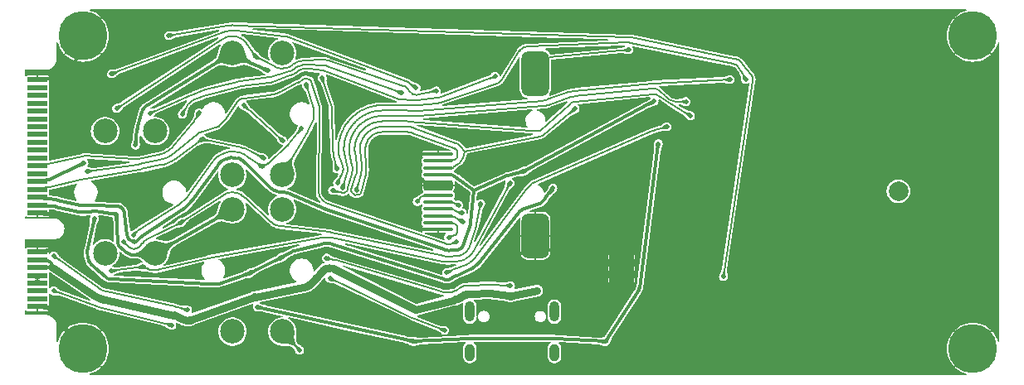
<source format=gbr>
%TF.GenerationSoftware,KiCad,Pcbnew,7.0.7*%
%TF.CreationDate,2023-10-10T16:57:59+13:00*%
%TF.ProjectId,openRiverSense,6f70656e-5269-4766-9572-53656e73652e,rev?*%
%TF.SameCoordinates,Original*%
%TF.FileFunction,Copper,L2,Bot*%
%TF.FilePolarity,Positive*%
%FSLAX46Y46*%
G04 Gerber Fmt 4.6, Leading zero omitted, Abs format (unit mm)*
G04 Created by KiCad (PCBNEW 7.0.7) date 2023-10-10 16:57:59*
%MOMM*%
%LPD*%
G01*
G04 APERTURE LIST*
G04 Aperture macros list*
%AMRoundRect*
0 Rectangle with rounded corners*
0 $1 Rounding radius*
0 $2 $3 $4 $5 $6 $7 $8 $9 X,Y pos of 4 corners*
0 Add a 4 corners polygon primitive as box body*
4,1,4,$2,$3,$4,$5,$6,$7,$8,$9,$2,$3,0*
0 Add four circle primitives for the rounded corners*
1,1,$1+$1,$2,$3*
1,1,$1+$1,$4,$5*
1,1,$1+$1,$6,$7*
1,1,$1+$1,$8,$9*
0 Add four rect primitives between the rounded corners*
20,1,$1+$1,$2,$3,$4,$5,0*
20,1,$1+$1,$4,$5,$6,$7,0*
20,1,$1+$1,$6,$7,$8,$9,0*
20,1,$1+$1,$8,$9,$2,$3,0*%
G04 Aperture macros list end*
%TA.AperFunction,ComponentPad*%
%ADD10C,0.500000*%
%TD*%
%TA.AperFunction,SMDPad,CuDef*%
%ADD11RoundRect,1.250000X-1.250000X-1.250000X1.250000X-1.250000X1.250000X1.250000X-1.250000X1.250000X0*%
%TD*%
%TA.AperFunction,ComponentPad*%
%ADD12O,1.000000X2.100000*%
%TD*%
%TA.AperFunction,ComponentPad*%
%ADD13O,1.000000X1.800000*%
%TD*%
%TA.AperFunction,ComponentPad*%
%ADD14C,0.800000*%
%TD*%
%TA.AperFunction,SMDPad,CuDef*%
%ADD15RoundRect,0.500000X-0.800000X1.800000X-0.800000X-1.800000X0.800000X-1.800000X0.800000X1.800000X0*%
%TD*%
%TA.AperFunction,ComponentPad*%
%ADD16C,2.500000*%
%TD*%
%TA.AperFunction,SMDPad,CuDef*%
%ADD17RoundRect,0.700000X0.700000X-1.600000X0.700000X1.600000X-0.700000X1.600000X-0.700000X-1.600000X0*%
%TD*%
%TA.AperFunction,SMDPad,CuDef*%
%ADD18RoundRect,0.087500X1.412500X0.087500X-1.412500X0.087500X-1.412500X-0.087500X1.412500X-0.087500X0*%
%TD*%
%TA.AperFunction,SMDPad,CuDef*%
%ADD19RoundRect,0.262500X1.237500X0.262500X-1.237500X0.262500X-1.237500X-0.262500X1.237500X-0.262500X0*%
%TD*%
%TA.AperFunction,ComponentPad*%
%ADD20C,2.000000*%
%TD*%
%TA.AperFunction,ComponentPad*%
%ADD21C,5.000000*%
%TD*%
%TA.AperFunction,SMDPad,CuDef*%
%ADD22R,2.000000X0.600000*%
%TD*%
%TA.AperFunction,ViaPad*%
%ADD23C,0.500000*%
%TD*%
%TA.AperFunction,Conductor*%
%ADD24C,0.300000*%
%TD*%
%TA.AperFunction,Conductor*%
%ADD25C,0.150000*%
%TD*%
%TA.AperFunction,Conductor*%
%ADD26C,0.800000*%
%TD*%
G04 APERTURE END LIST*
D10*
%TO.P,U5,41,EPAD*%
%TO.N,GND*%
X36600000Y-15100000D03*
X36600000Y-16500000D03*
X37300000Y-14400000D03*
X37300000Y-15800000D03*
X37300000Y-17200000D03*
D11*
X37999873Y-15825121D03*
D10*
X38000000Y-15100000D03*
X38000000Y-16500000D03*
X38700000Y-14400000D03*
X38700000Y-15800000D03*
X38700000Y-17200000D03*
X39400000Y-15100000D03*
X39400000Y-16500000D03*
%TD*%
D12*
%TO.P,P1,1,SHELL*%
%TO.N,unconnected-(P1-SHELL-Pad1)*%
X45672234Y-31209390D03*
D13*
X45672234Y-35389476D03*
D12*
X54312315Y-31209390D03*
D13*
X54312315Y-35389476D03*
%TD*%
D14*
%TO.P,BMS2,9,EP*%
%TO.N,GND*%
X61941200Y-25621000D03*
X60341200Y-25621000D03*
X61941200Y-26821000D03*
D15*
X61141200Y-26821000D03*
D14*
X60341200Y-26821000D03*
X61941200Y-28021000D03*
X60341200Y-28021000D03*
%TD*%
D16*
%TO.P,SW4,1,1*%
%TO.N,+3V3*%
X21459995Y-20750064D03*
%TO.P,SW4,2,2*%
%TO.N,unconnected-(SW4-Pad2)*%
X21459995Y-33249936D03*
%TO.P,SW4,3,3*%
%TO.N,unconnected-(SW4-Pad3)*%
X26540005Y-20750064D03*
%TO.P,SW4,4,4*%
%TO.N,Net-(R33-Pad2)*%
X26540005Y-33249936D03*
%TD*%
D17*
%TO.P,B1,1,+*%
%TO.N,Net-(B1-+)*%
X52359600Y-6856825D03*
%TO.P,B1,2,-*%
%TO.N,GND*%
X52359600Y-23456775D03*
%TD*%
D18*
%TO.P,TFT1,1,GND*%
%TO.N,GND*%
X42453078Y-22800000D03*
D19*
X42453078Y-18300000D03*
D18*
X42453078Y-15100000D03*
%TO.P,TFT1,2,LEDK*%
%TO.N,Net-(TFT1-LEDK)*%
X42453078Y-15800000D03*
%TO.P,TFT1,3,LEDA*%
%TO.N,+BATT*%
X42453078Y-16500000D03*
%TO.P,TFT1,4,VDD*%
%TO.N,/+3V3_OUT*%
X42453078Y-17200000D03*
%TO.P,TFT1,7,D/C*%
%TO.N,/LCD_DC*%
X42453078Y-19300000D03*
%TO.P,TFT1,8,CS*%
%TO.N,/LCD_CS*%
X42453078Y-20000000D03*
%TO.P,TFT1,9,SCK*%
%TO.N,/LCD_SCK*%
X42453078Y-20700000D03*
%TO.P,TFT1,10,MOSI*%
%TO.N,/LCD_MOSI*%
X42453078Y-21400000D03*
%TO.P,TFT1,11,RST*%
%TO.N,/LCD_RST*%
X42453078Y-22100000D03*
%TD*%
D16*
%TO.P,SW3,1,1*%
%TO.N,+3V3*%
X13540005Y-25249936D03*
%TO.P,SW3,2,2*%
%TO.N,unconnected-(SW3-Pad2)*%
X13540005Y-12750064D03*
%TO.P,SW3,3,3*%
%TO.N,unconnected-(SW3-Pad3)*%
X8459995Y-25249936D03*
%TO.P,SW3,4,4*%
%TO.N,Net-(R26-Pad2)*%
X8459995Y-12750064D03*
%TD*%
%TO.P,SW2,1,1*%
%TO.N,+3V3*%
X21459995Y-4750064D03*
%TO.P,SW2,2,2*%
%TO.N,unconnected-(SW2-Pad2)*%
X21459995Y-17249936D03*
%TO.P,SW2,3,3*%
%TO.N,unconnected-(SW2-Pad3)*%
X26540005Y-4750064D03*
%TO.P,SW2,4,4*%
%TO.N,Net-(R1-Pad1)*%
X26540005Y-17249936D03*
%TD*%
D20*
%TO.P,U8,1,ANT*%
%TO.N,/antenna*%
X89400000Y-18900000D03*
%TD*%
D21*
%TO.P,K1,1,GND*%
%TO.N,GND*%
X6200000Y-35000000D03*
X97000000Y-35000000D03*
D22*
X1550000Y-30700000D03*
D21*
X6200000Y-3000000D03*
X97000000Y-3000000D03*
D22*
%TO.P,K1,3,3V3*%
%TO.N,unconnected-(K1-3V3-Pad3)*%
X1550000Y-29900000D03*
%TO.P,K1,5,3V3*%
%TO.N,unconnected-(K1-3V3-Pad5)*%
X1550000Y-29100000D03*
%TO.P,K1,7,Sense_1A*%
%TO.N,Net-(K1-Sense_1A)*%
X1550000Y-28300000D03*
%TO.P,K1,9,Sense_1B*%
X1550000Y-27500000D03*
%TO.P,K1,11,5V*%
%TO.N,/VBUS_2A*%
X1550000Y-26700000D03*
%TO.P,K1,13,5V*%
X1550000Y-25900000D03*
%TO.P,K1,15,GND*%
%TO.N,GND*%
X1550000Y-25100000D03*
%TO.P,K1,17,GND*%
X1550000Y-21100000D03*
%TO.P,K1,19,3V3_S1*%
%TO.N,+3V3*%
X1550000Y-20300000D03*
%TO.P,K1,21,3V3_S2*%
%TO.N,/+3V3_OUT*%
X1550000Y-19500000D03*
%TO.P,K1,23,5VS1*%
%TO.N,+BATT*%
X1550000Y-18700000D03*
%TO.P,K1,25,5VS2*%
%TO.N,VCC*%
X1550000Y-17900000D03*
%TO.P,K1,27,12VS1*%
%TO.N,unconnected-(K1-12VS1-Pad27)*%
X1550000Y-17100000D03*
%TO.P,K1,29,3V3_S3*%
%TO.N,/+3V3_S3*%
X1550000Y-16300000D03*
%TO.P,K1,31,12V*%
%TO.N,unconnected-(K1-12V-Pad31)*%
X1550000Y-15500000D03*
%TO.P,K1,33,12V*%
%TO.N,unconnected-(K1-12V-Pad33)*%
X1550000Y-14700000D03*
%TO.P,K1,35,nc*%
%TO.N,unconnected-(K1-nc-Pad35)*%
X1550000Y-13900000D03*
%TO.P,K1,37,nc*%
%TO.N,unconnected-(K1-nc-Pad37)*%
X1550000Y-13100000D03*
%TO.P,K1,39,nc*%
%TO.N,unconnected-(K1-nc-Pad39)*%
X1550000Y-12300000D03*
%TO.P,K1,41,nc*%
%TO.N,unconnected-(K1-nc-Pad41)*%
X1550000Y-11500000D03*
%TO.P,K1,43,nc*%
%TO.N,unconnected-(K1-nc-Pad43)*%
X1550000Y-10700000D03*
%TO.P,K1,45,nc*%
%TO.N,unconnected-(K1-nc-Pad45)*%
X1550000Y-9900000D03*
%TO.P,K1,47,nc*%
%TO.N,unconnected-(K1-nc-Pad47)*%
X1550000Y-9100000D03*
%TO.P,K1,49,nc*%
%TO.N,unconnected-(K1-nc-Pad49)*%
X1550000Y-8300000D03*
%TO.P,K1,51,GND*%
%TO.N,GND*%
X1550000Y-7500000D03*
%TD*%
D23*
%TO.N,GND*%
X54500000Y-13900000D03*
X23400000Y-32900000D03*
X58800000Y-30500000D03*
X87900000Y-18900000D03*
X77278338Y-29093963D03*
X81300000Y-34500000D03*
X98726460Y-28907054D03*
X67200000Y-19100000D03*
X84016261Y-10834747D03*
X77538338Y-7931594D03*
X53806673Y-2379944D03*
X50800000Y-11100000D03*
X98715847Y-17000000D03*
X96258373Y-10727842D03*
X87200000Y-32200000D03*
X57041524Y-28646654D03*
X74480077Y-14187183D03*
X30600000Y-30900000D03*
X45800000Y-17000000D03*
X88100000Y-18000000D03*
X28300000Y-20300000D03*
X92566844Y-20334820D03*
X10700000Y-17700000D03*
X75800000Y-23400000D03*
X92972903Y-22755933D03*
X89372390Y-32718936D03*
X67900000Y-14400000D03*
X98681338Y-32202442D03*
X74917269Y-25600000D03*
X99100000Y-20600000D03*
X93247258Y-11037909D03*
X81100000Y-28883480D03*
X86600000Y-23500000D03*
X16600000Y-29500000D03*
X31500000Y-7400000D03*
X71200000Y-22400000D03*
X83909704Y-7687354D03*
X59307875Y-22893402D03*
X95100000Y-23600000D03*
X38500000Y-33000000D03*
X22200000Y-24300000D03*
X81331531Y-10771665D03*
X90291805Y-29669577D03*
X90800000Y-18100000D03*
X17800000Y-27200000D03*
X36300633Y-5998307D03*
X88200000Y-15300000D03*
X72217000Y-9654200D03*
X9242200Y-31969343D03*
X84300000Y-22800000D03*
X24000000Y-21500000D03*
X59992761Y-31674726D03*
X50100000Y-8800000D03*
X49200000Y-5800000D03*
X92819387Y-26047262D03*
X62417316Y-2087877D03*
X95892685Y-8659458D03*
X67400000Y-15500000D03*
X89400000Y-20500000D03*
X96178439Y-13880361D03*
X92940420Y-17699209D03*
X95900000Y-20400000D03*
X45700000Y-33300000D03*
X92269776Y-5403115D03*
X30800000Y-1000000D03*
X70400000Y-18000000D03*
X80992511Y-20050442D03*
X5954533Y-14691420D03*
X50802837Y-32098251D03*
X23212752Y-35082637D03*
X66000000Y-32900000D03*
X56306755Y-32747571D03*
X15100000Y-27200000D03*
X14248594Y-17058394D03*
X84000000Y-25700000D03*
X95865430Y-28920865D03*
X21200000Y-12200000D03*
X86889360Y-35177827D03*
X72471200Y-6609900D03*
X32700000Y-22300000D03*
X8304908Y-5262479D03*
X5801283Y-26098717D03*
X12100000Y-8100000D03*
X84000000Y-29400000D03*
X36600000Y-37000000D03*
X64400000Y-30600000D03*
X78600000Y-26800000D03*
X80779156Y-14084744D03*
X63197891Y-16611241D03*
X91100000Y-19100000D03*
X92685304Y-32563990D03*
X95949964Y-26239987D03*
X39201908Y-1937068D03*
X25000000Y-34300000D03*
X80258049Y-25687670D03*
X26700000Y-11700000D03*
X83994196Y-20048403D03*
X89293358Y-35386682D03*
X21100000Y-13500000D03*
X11974728Y-20111300D03*
X98932052Y-8767186D03*
X38700000Y-28900000D03*
X78298063Y-32595739D03*
X83817431Y-32421084D03*
X71434452Y-31827568D03*
X90500000Y-15300000D03*
X77600000Y-34500000D03*
X33800000Y-20100000D03*
X87280069Y-11690011D03*
X29000000Y-19200000D03*
X86400000Y-25600000D03*
X47100000Y-1200000D03*
X41800000Y-12500000D03*
X85100000Y-36400000D03*
X3209400Y-21249500D03*
X93044347Y-2098577D03*
X89872010Y-22743568D03*
X74604096Y-16744830D03*
X93095937Y-7630907D03*
X32400000Y-10100000D03*
X89400000Y-15200000D03*
X88300000Y-20000000D03*
X77331672Y-19919474D03*
X67100000Y-23600000D03*
X92823927Y-35739607D03*
X28600000Y-17600000D03*
X9806000Y-11409100D03*
X17600000Y-17200000D03*
X44800000Y-32400000D03*
X98723948Y-23164711D03*
X19200000Y-19100000D03*
X75137050Y-19720255D03*
X86533406Y-8488531D03*
X90500000Y-20200000D03*
X56713268Y-2468083D03*
X68204823Y-29582578D03*
X38200000Y-20100000D03*
X95513381Y-17129445D03*
X59100000Y-36500000D03*
X77870317Y-14034312D03*
X74234406Y-32508499D03*
X29800000Y-4800000D03*
X34500000Y-22600000D03*
X99315336Y-26396678D03*
X62600000Y-12600000D03*
X81100000Y-22900000D03*
X19300000Y-33500000D03*
X87000000Y-29500000D03*
X74540532Y-2300000D03*
X24700000Y-25300000D03*
X92386529Y-14259544D03*
X80933099Y-32760690D03*
X52000000Y-36600000D03*
X98300000Y-13600000D03*
X25480800Y-27741000D03*
X80441714Y-7706836D03*
X99043567Y-10740614D03*
%TO.N,+BATT*%
X34101500Y-18778900D03*
X18356100Y-13580000D03*
X56416400Y-10473800D03*
X24622500Y-15489900D03*
%TO.N,VBUS*%
X23990300Y-30728900D03*
X64903800Y-14038700D03*
X59541000Y-34262400D03*
X39896600Y-34260100D03*
%TO.N,/EN*%
X28500100Y-12454500D03*
X24463500Y-16376700D03*
X11336100Y-23359000D03*
%TO.N,+3V3*%
X25075500Y-6538500D03*
X9628500Y-21232300D03*
X11565700Y-14200900D03*
%TO.N,VCC*%
X54150200Y-18593500D03*
X6311400Y-16025100D03*
X26414700Y-25681900D03*
X7365500Y-21667500D03*
X23241800Y-27262800D03*
%TO.N,/D+*%
X31050200Y-25730300D03*
X49829300Y-28570000D03*
%TO.N,/D-*%
X31394800Y-27801400D03*
X43094100Y-33121100D03*
%TO.N,/GPS_PPS*%
X67716100Y-9741100D03*
X31671500Y-18811900D03*
%TO.N,/TX*%
X46769900Y-20160400D03*
X16192100Y-22091800D03*
X10343300Y-24071100D03*
%TO.N,/RX*%
X49766600Y-18059700D03*
X12283400Y-26622500D03*
X9040100Y-27070600D03*
%TO.N,/GPS_RX*%
X32701000Y-18548300D03*
X72220400Y-7474300D03*
%TO.N,/GPS_TX*%
X73820400Y-7469600D03*
X32169800Y-18035800D03*
%TO.N,/UP*%
X32107400Y-16620800D03*
X30608200Y-7268900D03*
%TO.N,/IO0*%
X44280100Y-24088900D03*
X6614800Y-16872400D03*
%TO.N,/LCD_CS*%
X44534700Y-20301600D03*
%TO.N,Net-(TFT1-LEDK)*%
X68180000Y-11168900D03*
%TO.N,/LCD_BKL*%
X65788400Y-12306900D03*
X43310000Y-27189000D03*
%TO.N,/LCD_DC*%
X40304300Y-19956500D03*
%TO.N,/LCD_SCK*%
X44896700Y-21125600D03*
%TO.N,/LCD_MOSI*%
X44952300Y-22023900D03*
%TO.N,/LCD_RST*%
X43498600Y-23605000D03*
%TO.N,/+3V3_OUT*%
X11415100Y-24065500D03*
X64476200Y-9693200D03*
X51147700Y-16881600D03*
%TO.N,/+3V3_S3*%
X18045600Y-10890100D03*
%TO.N,/+3V3_S3_EN*%
X26575200Y-13700100D03*
X22599100Y-10121900D03*
%TO.N,/VBUS_2A*%
X47648300Y-29319400D03*
X52530200Y-29083600D03*
X40135300Y-31030600D03*
%TO.N,/SCL*%
X15269200Y-32600000D03*
X3200000Y-29085500D03*
%TO.N,/I2C_INT*%
X16876000Y-31049600D03*
X3227000Y-25525700D03*
%TO.N,/IO2*%
X9632200Y-10429300D03*
X23816900Y-5140600D03*
X42253900Y-8622600D03*
%TO.N,/TDO*%
X13025400Y-10909400D03*
X38709700Y-8820300D03*
%TO.N,/TDI*%
X40184300Y-8309200D03*
X9107300Y-6883000D03*
%TO.N,/+Solar*%
X71537600Y-27625100D03*
X14961900Y-2979900D03*
%TO.N,Net-(B1-+)*%
X61910600Y-4426000D03*
%TO.N,Net-(R1-Pad1)*%
X28979300Y-7967900D03*
%TO.N,Net-(U1-D)*%
X48271200Y-7155000D03*
X16334300Y-11001000D03*
%TO.N,Net-(R33-Pad2)*%
X28301100Y-35152800D03*
%TD*%
D24*
%TO.N,GND*%
X39557648Y-18299582D02*
X39558351Y-18307015D01*
X2564500Y-30850000D02*
X2535500Y-30850000D01*
X17041398Y-11375749D02*
X17022600Y-11409250D01*
X4503825Y-22126001D02*
X4519674Y-22158798D01*
X27807600Y-7406150D02*
X27655790Y-7473429D01*
X30866596Y-10037501D02*
X30056739Y-7728753D01*
X4644365Y-22659298D02*
X4630567Y-22536498D01*
X2475000Y-30850000D02*
X2535500Y-30850000D01*
X59837497Y-24967277D02*
X53762300Y-24906800D01*
X6806200Y-27124950D02*
X6848583Y-27161468D01*
X35842450Y-17993550D02*
X35838558Y-18003853D01*
X64925447Y-13228779D02*
X64671150Y-13262600D01*
X22328830Y-8799023D02*
X22370098Y-8791270D01*
X30954419Y-11519999D02*
X30873118Y-18669300D01*
X39548350Y-20221850D02*
X39580812Y-20300565D01*
X27974795Y-25647631D02*
X30810296Y-24965184D01*
X4589095Y-22350951D02*
X4545620Y-22226792D01*
X9184109Y-11092981D02*
X9127072Y-11050704D01*
X40426039Y-22352904D02*
X39580812Y-20300565D01*
X40576429Y-22591479D02*
X40512453Y-22520600D01*
X6645235Y-26969614D02*
X6684150Y-27009800D01*
X50990167Y-25265547D02*
X50987500Y-25266600D01*
X68532850Y-11886950D02*
X68514551Y-11895653D01*
X4626072Y-23003152D02*
X4626000Y-23003800D01*
X3935753Y-21532493D02*
X4040822Y-21598412D01*
X25908894Y-8247337D02*
X25781300Y-8303850D01*
X4628950Y-22977650D02*
X4626072Y-23003152D01*
X68550912Y-11877781D02*
X68568761Y-11868132D01*
X40926128Y-22796013D02*
X40936762Y-22798684D01*
X9092748Y-28574880D02*
X18939618Y-29052501D01*
X31022578Y-24928900D02*
X31130818Y-24932498D01*
X4164800Y-21690800D02*
X4190400Y-21716400D01*
X7965459Y-28124639D02*
X8155550Y-28288550D01*
X44655002Y-28115705D02*
X45752640Y-27646467D01*
X2326141Y-7363033D02*
X1550000Y-7500000D01*
X44655002Y-28115705D02*
X44536200Y-28166500D01*
X2592435Y-24944141D02*
X2575577Y-24948055D01*
X9806000Y-11409100D02*
X9307857Y-11161485D01*
X59844700Y-24967550D02*
X59845000Y-24967600D01*
X64094182Y-14007896D02*
X61995546Y-24518366D01*
X4626057Y-22496599D02*
X4625450Y-22491250D01*
X30915700Y-24939800D02*
X30810296Y-24965184D01*
X72217000Y-9654200D02*
X68603786Y-11847527D01*
X15008965Y-13800913D02*
X14816850Y-14027500D01*
X64263096Y-13542776D02*
X64450411Y-13367215D01*
X2326141Y-30836966D02*
X1550000Y-30700000D01*
X40906650Y-22787048D02*
X40916150Y-22792150D01*
X40906650Y-22787048D02*
X40734533Y-22694581D01*
X32460050Y-19876800D02*
X32503355Y-19883965D01*
X2554350Y-7350000D02*
X2545650Y-7350000D01*
X2854257Y-24817465D02*
X2623904Y-24930809D01*
X4215300Y-24462100D02*
X4602891Y-23108947D01*
X3523600Y-31732750D02*
X3533811Y-31745240D01*
X22453101Y-8779610D02*
X22411500Y-8784800D01*
X2974948Y-24766065D02*
X2933775Y-24781024D01*
X40998866Y-17892755D02*
X40997200Y-17891850D01*
X33800000Y-20100000D02*
X34120050Y-20150150D01*
X2475000Y-7350000D02*
X2545650Y-7350000D01*
X29737744Y-7176894D02*
X29832197Y-7267473D01*
X72681576Y-6809174D02*
X72859600Y-6977850D01*
X4630354Y-22965300D02*
X4628950Y-22977650D01*
X61994600Y-24524200D02*
X61994500Y-24524800D01*
X31236750Y-24950450D02*
X31340250Y-24982747D01*
X35859749Y-17965649D02*
X35862153Y-17963053D01*
X39506120Y-19887250D02*
X39503300Y-19972350D01*
X17002230Y-11441766D02*
X16980261Y-11473344D01*
X4356385Y-21891181D02*
X4333594Y-21862592D01*
X32289652Y-19834243D02*
X32331750Y-19846950D01*
X11890138Y-14949196D02*
X11579850Y-15016350D01*
X7965459Y-28124639D02*
X6848583Y-27161468D01*
X35853090Y-17974390D02*
X35847302Y-17983720D01*
X3471975Y-31677675D02*
X3479800Y-31685500D01*
X44151606Y-28381509D02*
X44133800Y-28393500D01*
X39555400Y-18287800D02*
X39555200Y-18286900D01*
X4466912Y-22063273D02*
X4397038Y-21952007D01*
X28293379Y-7112472D02*
X28236600Y-7154950D01*
X31312400Y-19539100D02*
X31568000Y-19616297D01*
X3479800Y-31685500D02*
X3491200Y-31696900D01*
X34984432Y-19828259D02*
X34566755Y-20068946D01*
X40426039Y-22352904D02*
X40462350Y-22441100D01*
X73028021Y-7421358D02*
X72975075Y-7181928D01*
X40650450Y-22649450D02*
X40734533Y-22694581D01*
X2588748Y-7344995D02*
X2580250Y-7347000D01*
X18950204Y-9654333D02*
X18941096Y-9657966D01*
X39558376Y-18321799D02*
X39506120Y-19887250D01*
X4589095Y-22350951D02*
X4601100Y-22385250D01*
X73009300Y-7655100D02*
X72918917Y-7883106D01*
X17563466Y-10469858D02*
X17625720Y-10407654D01*
X4215300Y-24462100D02*
X6645235Y-26969614D01*
X10182200Y-12225100D02*
X10204618Y-12305294D01*
X30947576Y-19177443D02*
X31105626Y-19392861D01*
X10752521Y-14263508D02*
X10838050Y-14569300D01*
X2623904Y-24930809D02*
X2608500Y-24938400D01*
X2475000Y-24950000D02*
X2541400Y-24950000D01*
X2643400Y-30881750D02*
X2664383Y-30901867D01*
X6723944Y-27049094D02*
X6764653Y-27087503D01*
X4626057Y-22496599D02*
X4628949Y-22522000D01*
X33644352Y-20071837D02*
X33800000Y-20100000D01*
X28661044Y-6911100D02*
X28790044Y-6888492D01*
X5072900Y-6757800D02*
X6200000Y-3000000D01*
X41000100Y-17893500D02*
X41000700Y-17893900D01*
X35449376Y-19031559D02*
X35278650Y-19482450D01*
X4215300Y-24462100D02*
X3059246Y-24743135D01*
X20225251Y-29024156D02*
X20175750Y-29036250D01*
X66160292Y-13015884D02*
X68514551Y-11895653D01*
X35838558Y-18003853D02*
X35833384Y-18017593D01*
X59844096Y-24967486D02*
X59842100Y-24967400D01*
X11016788Y-14804133D02*
X11288735Y-14967981D01*
X4630545Y-22963699D02*
X4644364Y-22840801D01*
X4616621Y-23056889D02*
X4621874Y-23030425D01*
X3781048Y-21456903D02*
X3813550Y-21468700D01*
X22287850Y-8808050D02*
X22247151Y-8818355D01*
X3845332Y-21482190D02*
X3876257Y-21497304D01*
X29970050Y-7481650D02*
X30056739Y-7728753D01*
X40992551Y-17889444D02*
X40387700Y-17591900D01*
X27941122Y-25657813D02*
X27925271Y-25665889D01*
X3513091Y-31720515D02*
X3502304Y-31708580D01*
X22453101Y-8779610D02*
X25241001Y-8432515D01*
X25480800Y-27741000D02*
X20225251Y-29024156D01*
X8600159Y-28510143D02*
X8367144Y-28417057D01*
X4619324Y-22455497D02*
X4611176Y-22420106D01*
X39509449Y-20056798D02*
X39524550Y-20140601D01*
X3781048Y-21456903D02*
X3209400Y-21249500D01*
X5072900Y-6757800D02*
X2588748Y-7344995D01*
X27955147Y-7330551D02*
X28098430Y-7246661D01*
X17467541Y-10616223D02*
X17041398Y-11375749D01*
X40952800Y-15100000D02*
X40504700Y-15100000D01*
X44420057Y-28222784D02*
X44306635Y-28284519D01*
X25650264Y-8350752D02*
X25515794Y-8388058D01*
X17772257Y-10311863D02*
X17695350Y-10354950D01*
X4650500Y-22731815D02*
X4650500Y-22768284D01*
X2592450Y-30855415D02*
X2619417Y-30866271D01*
X43356690Y-28656897D02*
X43685247Y-28608896D01*
X16956900Y-11503750D02*
X16932086Y-11533038D01*
X2625000Y-21249500D02*
X2475000Y-21249500D01*
X66160292Y-13015884D02*
X66103900Y-13042700D01*
X30873118Y-18669300D02*
X30870100Y-18936300D01*
X4533600Y-22192400D02*
X4545620Y-22226792D01*
X9244350Y-11129900D02*
X9307857Y-11161485D01*
X4610300Y-23083050D02*
X4602891Y-23108947D01*
X4080200Y-21623149D02*
X4075753Y-21620345D01*
X20125704Y-29045349D02*
X20075116Y-29051447D01*
X25480800Y-27741000D02*
X27897168Y-25687021D01*
X2893550Y-24798150D02*
X2854257Y-24817465D01*
X4283474Y-21809474D02*
X4309300Y-21835350D01*
X61994949Y-24521849D02*
X61994786Y-24522997D01*
X10056411Y-11917468D02*
X10093150Y-11992150D01*
X2326141Y-24963033D02*
X1550000Y-25100000D01*
X25379400Y-8415300D02*
X25241001Y-8432515D01*
X3906450Y-21514100D02*
X3935753Y-21532493D01*
X10156120Y-12146114D02*
X10126371Y-12068366D01*
X64925447Y-13228779D02*
X65862952Y-13104018D01*
X3453030Y-31659219D02*
X2664383Y-30901867D01*
X4054050Y-21606650D02*
X4075753Y-21620345D01*
X30866596Y-10037501D02*
X30901600Y-10137300D01*
X2571662Y-7348501D02*
X2563021Y-7349500D01*
X35864850Y-17960150D02*
X35866200Y-17958700D01*
X50979981Y-25269792D02*
X45915245Y-27574693D01*
X19022006Y-29054500D02*
X19973300Y-29054500D01*
X9025692Y-10952206D02*
X9074300Y-11003800D01*
X17510700Y-10539400D02*
X17467541Y-10616223D01*
X72217000Y-9654200D02*
X72918917Y-7883106D01*
X4628949Y-22522000D02*
X4630331Y-22534101D01*
X4109625Y-21644100D02*
X4137864Y-21666691D01*
X10752521Y-14263508D02*
X10204618Y-12305294D01*
X4190400Y-21716400D02*
X4283474Y-21809474D01*
X14066150Y-14477850D02*
X13775847Y-14540740D01*
X14338664Y-14370006D02*
X14593421Y-14217201D01*
X4377550Y-21921000D02*
X4397038Y-21952007D01*
X2625000Y-21249500D02*
X3209400Y-21249500D01*
X72471200Y-6609900D02*
X72681576Y-6809174D01*
X35830200Y-18026000D02*
X35827008Y-18034403D01*
X39556449Y-18292300D02*
X39555811Y-18289597D01*
X65985728Y-13082813D02*
X66045769Y-13064986D01*
X25908894Y-8247337D02*
X27655790Y-7473429D01*
X30954600Y-10554150D02*
X30954600Y-11491599D01*
X43987199Y-28492199D02*
X44115996Y-28405494D01*
X2558600Y-24950000D02*
X2541400Y-24950000D01*
X40947400Y-22800000D02*
X40952800Y-22800000D01*
X4043976Y-21600290D02*
X4054050Y-21606650D01*
X32289652Y-19834243D02*
X31568000Y-19616297D01*
X44133800Y-28393500D02*
X44115996Y-28405494D01*
X10056411Y-11917468D02*
X9806000Y-11409100D01*
X3059246Y-24743135D02*
X3016750Y-24753450D01*
X4644365Y-22659298D02*
X4648450Y-22695500D01*
X8842050Y-28562750D02*
X9092748Y-28574880D01*
X50992450Y-25264700D02*
X50993600Y-25264300D01*
X35827008Y-18034403D02*
X35449376Y-19031559D01*
X65924850Y-13095800D02*
X65862952Y-13104018D01*
X13775847Y-14540740D02*
X11890138Y-14949196D01*
X2326133Y-21236508D02*
X1550000Y-21100000D01*
X32503355Y-19883965D02*
X33644352Y-20071837D01*
X5072900Y-6757800D02*
X9025692Y-10952206D01*
X30954600Y-10448450D02*
X30954600Y-10554150D01*
X20024300Y-29054500D02*
X19973300Y-29054500D01*
X44196299Y-28351449D02*
X44151606Y-28381509D01*
X3533811Y-31745240D02*
X6200000Y-35000000D01*
X32374215Y-19858278D02*
X32417022Y-19868230D01*
X42716901Y-28532544D02*
X43033900Y-28631450D01*
X42716901Y-28532544D02*
X31340250Y-24982747D01*
X18923581Y-9667118D02*
X17772257Y-10311863D01*
X64144400Y-13756300D02*
X64094182Y-14007896D01*
X28332218Y-7083324D02*
X28427300Y-7012150D01*
X16932086Y-11533038D02*
X15008965Y-13800913D01*
X22247151Y-8818355D02*
X18969196Y-9648884D01*
X4648450Y-22804600D02*
X4644364Y-22840801D01*
X30927979Y-10239328D02*
X30945725Y-10343500D01*
X39503307Y-19972350D02*
G75*
G03*
X39509449Y-20056798I401393J-13250D01*
G01*
X29298353Y-6919490D02*
G75*
G03*
X28790044Y-6888492I-319053J-1048710D01*
G01*
X8600162Y-28510137D02*
G75*
G03*
X8842050Y-28562750I278038J695937D01*
G01*
X28098432Y-7246665D02*
G75*
G03*
X28236600Y-7154950I-744532J1271565D01*
G01*
X4630451Y-22535300D02*
G75*
G03*
X4630330Y-22534101I-39951J-3400D01*
G01*
X18939618Y-29052500D02*
G75*
G03*
X18980800Y-29054000I82582J1701700D01*
G01*
X20125704Y-29045353D02*
G75*
G03*
X20175750Y-29036249I-50904J421953D01*
G01*
X14066152Y-14477861D02*
G75*
G03*
X14338664Y-14370006I-190752J880161D01*
G01*
X4650498Y-22731815D02*
G75*
G03*
X4648450Y-22695500I-322698J15D01*
G01*
X4164804Y-21690796D02*
G75*
G03*
X4137864Y-21666691I-231304J-231404D01*
G01*
X29970055Y-7481648D02*
G75*
G03*
X29832197Y-7267473I-517355J-181552D01*
G01*
X18959599Y-9651296D02*
G75*
G03*
X18950204Y-9654334I17801J-71104D01*
G01*
X4333590Y-21862596D02*
G75*
G03*
X4309299Y-21835351I-258490J-206004D01*
G01*
X68586400Y-11858050D02*
G75*
G03*
X68603786Y-11847527I-4262500J7062050D01*
G01*
X45752640Y-27646467D02*
G75*
G03*
X45834150Y-27611050I-2957140J6917167D01*
G01*
X50992450Y-25264701D02*
G75*
G03*
X50990167Y-25265547I18250J-52699D01*
G01*
X30954550Y-11505800D02*
G75*
G03*
X30954600Y-11491599I-2101050J14500D01*
G01*
X4503822Y-22126002D02*
G75*
G03*
X4486249Y-22094150I-302822J-146298D01*
G01*
X4533595Y-22192402D02*
G75*
G03*
X4519673Y-22158798I-299995J-104598D01*
G01*
X4610303Y-23083051D02*
G75*
G03*
X4616621Y-23056889I-314303J89751D01*
G01*
X3523598Y-31732751D02*
G75*
G03*
X3513091Y-31720515I-248598J-202849D01*
G01*
X27957600Y-25651749D02*
G75*
G03*
X27941122Y-25657813I17200J-72151D01*
G01*
X25650262Y-8350743D02*
G75*
G03*
X25781300Y-8303849I-254662J918143D01*
G01*
X6764654Y-27087502D02*
G75*
G03*
X6806201Y-27124949I842346J892802D01*
G01*
X27925278Y-25665902D02*
G75*
G03*
X27910650Y-25675600I34622J-68098D01*
G01*
X2558600Y-24949999D02*
G75*
G03*
X2575577Y-24948055I0J75099D01*
G01*
X9074305Y-11003796D02*
G75*
G03*
X9127072Y-11050704I290095J273196D01*
G01*
X30954418Y-11519999D02*
G75*
G03*
X30954549Y-11505800I-3362518J38099D01*
G01*
X4630450Y-22964500D02*
G75*
G03*
X4630545Y-22963699I-184450J22300D01*
G01*
X6684150Y-27009800D02*
G75*
G03*
X6723944Y-27049094I883050J854500D01*
G01*
X3016750Y-24753450D02*
G75*
G03*
X2974948Y-24766066I92950J-383550D01*
G01*
X2326141Y-30836967D02*
G75*
G03*
X2475000Y-30850000I148859J843567D01*
G01*
X30870098Y-18936300D02*
G75*
G03*
X30947576Y-19177443I400002J-4500D01*
G01*
X2554350Y-7350002D02*
G75*
G03*
X2563021Y-7349500I-50J76002D01*
G01*
X64263071Y-13542750D02*
G75*
G03*
X64144400Y-13756300I273529J-291750D01*
G01*
X34984425Y-19828247D02*
G75*
G03*
X35278650Y-19482450I-336925J584747D01*
G01*
X43033899Y-28631454D02*
G75*
G03*
X43356690Y-28656896I217301J696554D01*
G01*
X35864850Y-17960150D02*
G75*
G03*
X35862153Y-17963053I676950J-631650D01*
G01*
X61995547Y-24518366D02*
G75*
G03*
X61994949Y-24521849I61453J-12334D01*
G01*
X40462352Y-22441099D02*
G75*
G03*
X40512453Y-22520600I253948J104499D01*
G01*
X40997200Y-17891850D02*
G75*
G03*
X40992551Y-17889445I-61500J-113150D01*
G01*
X73009299Y-7655099D02*
G75*
G03*
X73028020Y-7421358I-371799J147399D01*
G01*
X39558375Y-18321799D02*
G75*
G03*
X39558599Y-18314400I-1373975J45299D01*
G01*
X72975058Y-7181932D02*
G75*
G03*
X72859600Y-6977850I-390758J-86368D01*
G01*
X3502303Y-31708581D02*
G75*
G03*
X3491200Y-31696900I-238203J-215319D01*
G01*
X4621876Y-23030425D02*
G75*
G03*
X4625999Y-23003800I-313176J62125D01*
G01*
X29737753Y-7176885D02*
G75*
G03*
X29298350Y-6919501I-758253J-790715D01*
G01*
X40936762Y-22798685D02*
G75*
G03*
X40947400Y-22800000I10638J42385D01*
G01*
X40576420Y-22591487D02*
G75*
G03*
X40650450Y-22649450I203680J183887D01*
G01*
X30954608Y-10448450D02*
G75*
G03*
X30945725Y-10343500I-625008J-50D01*
G01*
X4648452Y-22804600D02*
G75*
G03*
X4650500Y-22768284I-320752J36300D01*
G01*
X59842100Y-24967399D02*
G75*
G03*
X59837497Y-24967277I-5900J-135801D01*
G01*
X30927987Y-10239327D02*
G75*
G03*
X30901599Y-10137300I-617087J-105173D01*
G01*
X44306636Y-28284520D02*
G75*
G03*
X44196299Y-28351449I658864J-1210580D01*
G01*
X64671151Y-13262605D02*
G75*
G03*
X64450411Y-13367215I52649J-396295D01*
G01*
X20024300Y-29054499D02*
G75*
G03*
X20075116Y-29051446I0J424499D01*
G01*
X18923581Y-9667117D02*
G75*
G03*
X18932200Y-9662249I-720681J1286117D01*
G01*
X27807600Y-7406151D02*
G75*
G03*
X27955147Y-7330551I-598500J1349851D01*
G01*
X34120051Y-20150141D02*
G75*
G03*
X34566755Y-20068945I109649J666141D01*
G01*
X16956898Y-11503748D02*
G75*
G03*
X16980261Y-11473344I-309698J262148D01*
G01*
X31236748Y-24950455D02*
G75*
G03*
X31130818Y-24932499I-119248J-382045D01*
G01*
X18941094Y-9657962D02*
G75*
G03*
X18932200Y-9662251I26506J-66338D01*
G01*
X28332218Y-7083324D02*
G75*
G03*
X28312800Y-7097900I5661682J-7562676D01*
G01*
X2475000Y-7349999D02*
G75*
G03*
X2326141Y-7363034I0J-856501D01*
G01*
X4630450Y-22964500D02*
G75*
G03*
X4630355Y-22965300I81150J-10100D01*
G01*
X18980800Y-29053999D02*
G75*
G03*
X19022006Y-29054500I41400J1711199D01*
G01*
X65924850Y-13095797D02*
G75*
G03*
X65985728Y-13082812I-52150J393697D01*
G01*
X10838014Y-14569310D02*
G75*
G03*
X11016788Y-14804132I385086J107710D01*
G01*
X35830199Y-18026000D02*
G75*
G03*
X35833383Y-18017593I-2829599J1076500D01*
G01*
X4486250Y-22094150D02*
G75*
G03*
X4466912Y-22063273I-12703396J-7934534D01*
G01*
X39557644Y-18299582D02*
G75*
G03*
X39556448Y-18292300I-53344J-5018D01*
G01*
X18959600Y-9651300D02*
G75*
G03*
X18969196Y-9648884I-1022400J4081200D01*
G01*
X3845334Y-21482187D02*
G75*
G03*
X3813550Y-21468700I-142534J-291713D01*
G01*
X8155553Y-28288546D02*
G75*
G03*
X8367144Y-28417057I489947J568246D01*
G01*
X27957600Y-25651749D02*
G75*
G03*
X27974795Y-25647630I-2017800J8461149D01*
G01*
X44536200Y-28166500D02*
G75*
G03*
X44420057Y-28222784I537600J-1257300D01*
G01*
X3471974Y-31677676D02*
G75*
G03*
X3462549Y-31668401I-575174J-575024D01*
G01*
X17002232Y-11441767D02*
G75*
G03*
X17022599Y-11409250I-327032J227467D01*
G01*
X2571662Y-7348502D02*
G75*
G03*
X2580250Y-7347000I-8662J74802D01*
G01*
X4040822Y-21598412D02*
G75*
G03*
X4042400Y-21599349I20678J33012D01*
G01*
X9184113Y-11092976D02*
G75*
G03*
X9244350Y-11129899I239287J322776D01*
G01*
X39558603Y-18314400D02*
G75*
G03*
X39558350Y-18307015I-61203J1600D01*
G01*
X11288749Y-14967958D02*
G75*
G03*
X11579850Y-15016349I206551J342758D01*
G01*
X35859753Y-17965653D02*
G75*
G03*
X35853090Y-17974390I42147J-39047D01*
G01*
X32417022Y-19868229D02*
G75*
G03*
X32460050Y-19876800I156278J672229D01*
G01*
X59844701Y-24967546D02*
G75*
G03*
X59844096Y-24967487I-801J-5054D01*
G01*
X17563469Y-10469861D02*
G75*
G03*
X17510701Y-10539400I226331J-226539D01*
G01*
X2592437Y-24944150D02*
G75*
G03*
X2608500Y-24938400I-16837J72350D01*
G01*
X2643406Y-30881744D02*
G75*
G03*
X2619417Y-30866272I-52106J-54456D01*
G01*
X3906449Y-21514102D02*
G75*
G03*
X3876257Y-21497305I-173149J-275698D01*
G01*
X39524550Y-20140601D02*
G75*
G03*
X39548351Y-20221850I391250J70501D01*
G01*
X17695348Y-10354947D02*
G75*
G03*
X17625721Y-10407655I156252J-278753D01*
G01*
X10126369Y-12068367D02*
G75*
G03*
X10093149Y-11992150I-852069J-326033D01*
G01*
X4043977Y-21600289D02*
G75*
G03*
X4042400Y-21599350I-20077J-31911D01*
G01*
X68568762Y-11868133D02*
G75*
G03*
X68586400Y-11858050I-204862J378833D01*
G01*
X4377553Y-21920998D02*
G75*
G03*
X4356385Y-21891181I-277653J-174702D01*
G01*
X41000102Y-17893497D02*
G75*
G03*
X40998866Y-17892756I-8702J-13103D01*
G01*
X35847299Y-17983718D02*
G75*
G03*
X35842450Y-17993550I48201J-29882D01*
G01*
X14593421Y-14217200D02*
G75*
G03*
X14816850Y-14027500I-462621J771300D01*
G01*
X3462550Y-31668400D02*
G75*
G03*
X3453030Y-31659219I-2258150J-2332000D01*
G01*
X10182201Y-12225100D02*
G75*
G03*
X10156120Y-12146114I-861001J-240500D01*
G01*
X31022578Y-24928902D02*
G75*
G03*
X30915700Y-24939800I-13278J-399298D01*
G01*
X32331750Y-19846951D02*
G75*
G03*
X32374215Y-19858277I196950J653151D01*
G01*
X4630452Y-22535300D02*
G75*
G03*
X4630568Y-22536498I40348J3300D01*
G01*
X2592449Y-30855418D02*
G75*
G03*
X2564500Y-30850000I-27949J-69382D01*
G01*
X22411500Y-8784798D02*
G75*
G03*
X22370098Y-8791270I84600J-676802D01*
G01*
X22328830Y-8799023D02*
G75*
G03*
X22287850Y-8808051I124670J-663477D01*
G01*
X2475000Y-24949999D02*
G75*
G03*
X2326141Y-24963034I0J-856501D01*
G01*
X4109626Y-21644098D02*
G75*
G03*
X4080200Y-21623150I-201426J-251802D01*
G01*
X66045771Y-13064992D02*
G75*
G03*
X66103900Y-13042700I-114571J385692D01*
G01*
X27910650Y-25675600D02*
G75*
G03*
X27897168Y-25687021I3388950J-4014200D01*
G01*
X45834150Y-27611050D02*
G75*
G03*
X45915245Y-27574693I-3210650J7270050D01*
G01*
X61994600Y-24524200D02*
G75*
G03*
X61994786Y-24522997I-60100J9900D01*
G01*
X4611179Y-22420105D02*
G75*
G03*
X4601099Y-22385250I-321179J-73995D01*
G01*
X68532850Y-11886951D02*
G75*
G03*
X68550912Y-11877781I-168750J354751D01*
G01*
X2933773Y-24781019D02*
G75*
G03*
X2893550Y-24798150I138127J-380081D01*
G01*
X25379399Y-8415295D02*
G75*
G03*
X25515794Y-8388057I-116799J939995D01*
G01*
X4625446Y-22491250D02*
G75*
G03*
X4619324Y-22455497I-318546J-36150D01*
G01*
X28293379Y-7112472D02*
G75*
G03*
X28312800Y-7097900I-5887079J7866272D01*
G01*
X40916147Y-22792156D02*
G75*
G03*
X40926128Y-22796012I20553J38356D01*
G01*
X28661044Y-6911102D02*
G75*
G03*
X28427300Y-7012150I94556J-539598D01*
G01*
X2326132Y-21236511D02*
G75*
G03*
X2475000Y-21249500I148868J846611D01*
G01*
X43685246Y-28608886D02*
G75*
G03*
X43987199Y-28492198I-105446J721886D01*
G01*
X31105614Y-19392870D02*
G75*
G03*
X31312400Y-19539099I322386J236570D01*
G01*
X39555400Y-18287800D02*
G75*
G03*
X39555812Y-18289597I117700J26000D01*
G01*
X50987500Y-25266600D02*
G75*
G03*
X50979981Y-25269792I58700J-148700D01*
G01*
D25*
%TO.N,+BATT*%
X34490500Y-14276200D02*
X34487098Y-14318999D01*
X35306431Y-12810465D02*
X35271333Y-12839763D01*
X34544224Y-14018903D02*
X34566084Y-13932258D01*
X39902247Y-12393709D02*
X39927550Y-12400100D01*
X44509990Y-16080888D02*
X44002986Y-16469573D01*
X34641792Y-13715996D02*
X34715807Y-13553003D01*
X34577350Y-13887750D02*
X34566084Y-13932258D01*
X2828850Y-18440151D02*
X5982558Y-17722841D01*
X36366013Y-12327897D02*
X36408419Y-12320896D01*
X34879352Y-13280701D02*
X34828744Y-13353846D01*
X34521955Y-14107451D02*
X34544175Y-14019296D01*
X14468500Y-16155700D02*
X14103897Y-16234687D01*
X44563884Y-14148058D02*
X44614014Y-14191940D01*
X39340101Y-12299184D02*
X39427699Y-12306060D01*
X34605977Y-16992551D02*
X34629725Y-16758716D01*
X44476300Y-14084250D02*
X44490497Y-14093753D01*
X15781158Y-15477260D02*
X18356100Y-13580000D01*
X44220555Y-13957634D02*
X44278650Y-13978750D01*
X34494328Y-17447743D02*
X34101500Y-18778900D01*
X35142350Y-12965750D02*
X35141450Y-12966650D01*
X52936100Y-13256550D02*
X52860700Y-13271654D01*
X35566350Y-12627850D02*
X35528646Y-12653944D01*
X39259950Y-12295300D02*
X39239850Y-12295300D01*
X2828850Y-18440151D02*
X2767750Y-18454050D01*
X39952670Y-12407140D02*
X39977744Y-12414863D01*
X44942306Y-15476852D02*
X44893500Y-15621350D01*
X34472000Y-14640900D02*
X34475563Y-14682503D01*
X34560850Y-17222250D02*
X34494328Y-17447743D01*
X34957550Y-13168000D02*
X34931455Y-13205603D01*
X39633886Y-12327897D02*
X39591529Y-12320904D01*
X36018645Y-12415683D02*
X35975167Y-12430911D01*
X45166400Y-14813500D02*
X44942306Y-15476852D01*
X36659802Y-12299183D02*
X36572150Y-12306056D01*
X44631000Y-15988100D02*
X44509990Y-16080888D01*
X36107046Y-12391287D02*
X36062550Y-12402500D01*
X40002450Y-12423150D02*
X40026947Y-12432055D01*
X44443550Y-14062299D02*
X44462105Y-14074742D01*
X56416400Y-10473800D02*
X53201796Y-13110145D01*
X36323950Y-12336650D02*
X36282251Y-12347155D01*
X44735879Y-15879702D02*
X44824711Y-15755608D01*
X22687450Y-14538300D02*
X22858340Y-14622318D01*
X35380403Y-12756655D02*
X35453498Y-12705947D01*
X35727803Y-12541007D02*
X35686000Y-12560000D01*
X34611873Y-16290502D02*
X34631700Y-16524700D01*
X39239850Y-12295300D02*
X36759900Y-12295300D01*
X36282251Y-12347155D02*
X36194096Y-12369375D01*
X35140550Y-12967550D02*
X35077664Y-13030514D01*
X34611873Y-16290502D02*
X34475563Y-14682503D01*
X34931455Y-13205603D02*
X34880747Y-13278698D01*
X36107046Y-12391287D02*
X36193703Y-12369424D01*
X40026947Y-12432055D02*
X44220555Y-13957634D01*
X34474830Y-14474198D02*
X34480856Y-14397350D01*
X2643853Y-18471496D02*
X2706065Y-18464501D01*
X39320100Y-12297600D02*
X39340101Y-12299184D01*
X34828744Y-13353846D02*
X34802650Y-13391550D01*
X35237650Y-12870550D02*
X35205339Y-12902839D01*
X39902247Y-12393709D02*
X39717648Y-12347157D01*
X35645128Y-12580822D02*
X35605144Y-12603492D01*
X44705118Y-14289034D02*
X45166400Y-14813500D01*
X44462105Y-14074742D02*
X44476300Y-14084250D01*
X35380403Y-12756655D02*
X35342800Y-12782750D01*
X5990361Y-17721262D02*
X11939792Y-16698614D01*
X35141450Y-12966650D02*
X35140550Y-12967550D01*
X53201796Y-13110145D02*
X53142400Y-13158850D01*
X44661100Y-14238950D02*
X44705118Y-14289034D01*
X15781158Y-15477260D02*
X15480850Y-15698550D01*
X36719907Y-12295698D02*
X36699820Y-12296500D01*
X44511099Y-14107550D02*
X44490497Y-14093753D01*
X34605733Y-13800375D02*
X34590565Y-13843826D01*
X34474830Y-14474198D02*
X34471550Y-14515800D01*
X53008546Y-13232539D02*
X53077991Y-13199642D01*
X2512500Y-18475000D02*
X2518650Y-18475000D01*
X34641792Y-13715996D02*
X34622800Y-13757800D01*
X2438562Y-18483863D02*
X1550000Y-18700000D01*
X34734800Y-13511200D02*
X34715807Y-13553003D01*
X36759900Y-12295300D02*
X36739900Y-12295300D01*
X34985277Y-13131641D02*
X35014528Y-13096650D01*
X39429700Y-12306239D02*
X39505950Y-12312296D01*
X35890796Y-12466992D02*
X35727803Y-12541007D01*
X35932600Y-12448000D02*
X35890796Y-12466992D01*
X22858340Y-14622318D02*
X24622500Y-15489900D01*
X39505950Y-12312296D02*
X39548850Y-12315700D01*
X34521955Y-14107451D02*
X34511450Y-14149150D01*
X35205339Y-12902839D02*
X35142350Y-12965750D01*
X34487098Y-14318999D02*
X34481043Y-14395149D01*
X22511904Y-14465501D02*
X22331705Y-14403901D01*
X34495696Y-14233619D02*
X34502697Y-14191213D01*
X39675950Y-12336650D02*
X39717648Y-12347157D01*
X2581350Y-18475000D02*
X2518650Y-18475000D01*
X35077664Y-13030514D02*
X35045350Y-13062900D01*
X14820803Y-16039437D02*
X15160709Y-15885957D01*
X36493799Y-12312298D02*
X36451000Y-12315700D01*
X34470124Y-14599222D02*
X34469974Y-14557465D01*
X39280042Y-12295675D02*
X39300075Y-12296425D01*
X21961698Y-14315955D02*
X22148300Y-14354050D01*
X36569949Y-12306243D02*
X36493799Y-12312298D01*
X21961698Y-14315955D02*
X18356100Y-13580000D01*
X34778292Y-13430343D02*
X34755622Y-13470328D01*
X45166400Y-14813500D02*
X52860700Y-13271654D01*
X12153360Y-16657185D02*
X14103897Y-16234687D01*
X43987592Y-16479949D02*
X43953400Y-16500000D01*
X35455501Y-12704552D02*
X35528646Y-12653944D01*
X44390347Y-14031148D02*
X44335273Y-14003261D01*
X34622805Y-13757802D02*
G75*
G03*
X34605734Y-13800375I459595J-208998D01*
G01*
X34880050Y-13279700D02*
G75*
G03*
X34879352Y-13280701I137650J-96700D01*
G01*
X2706065Y-18464504D02*
G75*
G03*
X2767750Y-18454049I-62665J556904D01*
G01*
X35045351Y-13062901D02*
G75*
G03*
X35014528Y-13096650I369149J-368099D01*
G01*
X34629726Y-16758716D02*
G75*
G03*
X34631700Y-16524700I-1256626J127616D01*
G01*
X34480950Y-14396250D02*
G75*
G03*
X34481043Y-14395149I-104650J9350D01*
G01*
X44335273Y-14003261D02*
G75*
G03*
X44278650Y-13978751I-231673J-457539D01*
G01*
X14468501Y-16155706D02*
G75*
G03*
X14820803Y-16039436I-373501J1723606D01*
G01*
X36699820Y-12296501D02*
G75*
G03*
X36679800Y-12297651I22680J-569899D01*
G01*
X53077995Y-13199650D02*
G75*
G03*
X53142400Y-13158850I-133995J282750D01*
G01*
X39591530Y-12320900D02*
G75*
G03*
X39548850Y-12315700I-82830J-502100D01*
G01*
X44824700Y-15755600D02*
G75*
G03*
X44893499Y-15621350I-416500J298200D01*
G01*
X36572150Y-12306057D02*
G75*
G03*
X36571050Y-12306151I5950J-76243D01*
G01*
X2581350Y-18475004D02*
G75*
G03*
X2643853Y-18471496I-50J559404D01*
G01*
X39320100Y-12297599D02*
G75*
G03*
X39300075Y-12296426I-37600J-470201D01*
G01*
X39280042Y-12295676D02*
G75*
G03*
X39259950Y-12295300I-20042J-533824D01*
G01*
X36193900Y-12369396D02*
G75*
G03*
X36194096Y-12369374I0J896D01*
G01*
X39428700Y-12306149D02*
G75*
G03*
X39427699Y-12306060I-4300J-42651D01*
G01*
X52936099Y-13256543D02*
G75*
G03*
X53008546Y-13232539I-61399J306643D01*
G01*
X39428700Y-12306149D02*
G75*
G03*
X39429700Y-12306239I5000J50349D01*
G01*
X35453498Y-12705946D02*
G75*
G03*
X35454500Y-12705250I-258598J372846D01*
G01*
X34802652Y-13391551D02*
G75*
G03*
X34778292Y-13430343I419148J-290249D01*
G01*
X36739900Y-12295302D02*
G75*
G03*
X36719907Y-12295698I-100J-499698D01*
G01*
X2512500Y-18474997D02*
G75*
G03*
X2438562Y-18483864I0J-312703D01*
G01*
X44631001Y-15988101D02*
G75*
G03*
X44735879Y-15879702I-312001J406801D01*
G01*
X12046800Y-16679051D02*
G75*
G03*
X12153360Y-16657185I-949700J4898751D01*
G01*
X36366013Y-12327899D02*
G75*
G03*
X36323950Y-12336651I84087J-509601D01*
G01*
X11939792Y-16698614D02*
G75*
G03*
X12046800Y-16679050I-871592J5069714D01*
G01*
X39675949Y-12336653D02*
G75*
G03*
X39633886Y-12327898I-126249J-501147D01*
G01*
X34560852Y-17222251D02*
G75*
G03*
X34605977Y-16992551I-1211852J357351D01*
G01*
X34471553Y-14515800D02*
G75*
G03*
X34469974Y-14557465I502447J-39900D01*
G01*
X36193900Y-12369400D02*
G75*
G03*
X36193703Y-12369425I0J-800D01*
G01*
X36451000Y-12315697D02*
G75*
G03*
X36408419Y-12320897I40300J-507003D01*
G01*
X34470125Y-14599222D02*
G75*
G03*
X34472001Y-14640900I504575J1822D01*
G01*
X34590570Y-13843828D02*
G75*
G03*
X34577351Y-13887750I496130J-173272D01*
G01*
X5990361Y-17721264D02*
G75*
G03*
X5986450Y-17722001I20439J-119236D01*
G01*
X5986450Y-17722000D02*
G75*
G03*
X5982558Y-17722841I37250J-181700D01*
G01*
X34985279Y-13131643D02*
G75*
G03*
X34957550Y-13168000I391521J-327357D01*
G01*
X34511450Y-14149150D02*
G75*
G03*
X34502698Y-14191213I500850J-126150D01*
G01*
X22687449Y-14538302D02*
G75*
G03*
X22511904Y-14465502I-658249J-1339198D01*
G01*
X36679800Y-12297650D02*
G75*
G03*
X36659802Y-12299183I439400J-5863650D01*
G01*
X34755624Y-13470329D02*
G75*
G03*
X34734801Y-13511200I447376J-253671D01*
G01*
X35975166Y-12430908D02*
G75*
G03*
X35932600Y-12448000I168634J-481492D01*
G01*
X35271336Y-12839766D02*
G75*
G03*
X35237650Y-12870550I325164J-389634D01*
G01*
X35605142Y-12603489D02*
G75*
G03*
X35566350Y-12627851I251358J-443311D01*
G01*
X43995450Y-16475000D02*
G75*
G03*
X44002986Y-16469573I-87250J129100D01*
G01*
X44661101Y-14238949D02*
G75*
G03*
X44614013Y-14191941I-381701J-335251D01*
G01*
X34544178Y-14019297D02*
G75*
G03*
X34544200Y-14019100I-878J197D01*
G01*
X35342797Y-12782746D02*
G75*
G03*
X35306431Y-12810465I293103J-422254D01*
G01*
X43987591Y-16479947D02*
G75*
G03*
X43995450Y-16475000I-73991J126247D01*
G01*
X36569949Y-12306242D02*
G75*
G03*
X36571050Y-12306149I-8249J104742D01*
G01*
X34544225Y-14018903D02*
G75*
G03*
X34544200Y-14019100I775J-197D01*
G01*
X35455501Y-12704552D02*
G75*
G03*
X35454500Y-12705250I95699J-138348D01*
G01*
X34880050Y-13279700D02*
G75*
G03*
X34880746Y-13278698I-372150J259600D01*
G01*
X34495699Y-14233620D02*
G75*
G03*
X34490500Y-14276200I501801J-82880D01*
G01*
X15160712Y-15885963D02*
G75*
G03*
X15480850Y-15698550I-725112J1605763D01*
G01*
X35686000Y-12559999D02*
G75*
G03*
X35645128Y-12580822I212800J-468201D01*
G01*
X39952670Y-12407140D02*
G75*
G03*
X39927550Y-12400101I-150870J-490060D01*
G01*
X44563885Y-14148057D02*
G75*
G03*
X44511099Y-14107551I-339785J-388143D01*
G01*
X44443550Y-14062299D02*
G75*
G03*
X44390347Y-14031148I-281750J-420201D01*
G01*
X40002449Y-12423151D02*
G75*
G03*
X39977744Y-12414863I-179249J-493349D01*
G01*
X36062550Y-12402498D02*
G75*
G03*
X36018645Y-12415684I123950J-492402D01*
G01*
X22331706Y-14403898D02*
G75*
G03*
X22148300Y-14354051I-480606J-1406002D01*
G01*
X34480951Y-14396250D02*
G75*
G03*
X34480857Y-14397350I76149J-7050D01*
G01*
D24*
%TO.N,VBUS*%
X62879869Y-29095184D02*
X62866422Y-29121930D01*
X62941438Y-28934545D02*
X62902235Y-29039663D01*
X62952350Y-28905250D02*
X62941438Y-28934545D01*
X62961573Y-28875431D02*
X62969125Y-28845072D01*
X62851550Y-29147850D02*
X62835268Y-29172962D01*
X39896600Y-34260100D02*
X23990300Y-30728900D01*
X59541000Y-34262400D02*
X62835268Y-29172962D01*
X62979023Y-28783396D02*
X62974950Y-28814400D01*
X45584484Y-33942730D02*
X39896600Y-34260100D01*
X62979023Y-28783396D02*
X64903800Y-14038700D01*
X45701460Y-33939500D02*
X54279734Y-33939500D01*
X59541000Y-34262400D02*
X54409902Y-33943519D01*
X54344850Y-33940501D02*
G75*
G03*
X54279734Y-33939500I-65150J-2119499D01*
G01*
X54409902Y-33943519D02*
G75*
G03*
X54344850Y-33940500I-128602J-2068981D01*
G01*
X45642950Y-33940300D02*
G75*
G03*
X45584484Y-33942730I56150J-2055200D01*
G01*
X62902235Y-29039663D02*
G75*
G03*
X62891800Y-29067750I10385265J-3874337D01*
G01*
X62879869Y-29095184D02*
G75*
G03*
X62891800Y-29067750I-240469J120884D01*
G01*
X62969126Y-28845072D02*
G75*
G03*
X62974950Y-28814400I-270126J67172D01*
G01*
X62952353Y-28905251D02*
G75*
G03*
X62961573Y-28875431I-260753J96951D01*
G01*
X45701460Y-33939499D02*
G75*
G03*
X45642950Y-33940300I40J-2139901D01*
G01*
X62851549Y-29147849D02*
G75*
G03*
X62866421Y-29121930I-228349J148249D01*
G01*
D25*
%TO.N,/EN*%
X24920097Y-16151494D02*
X24463500Y-16376700D01*
X27075400Y-14225150D02*
X27054795Y-14244044D01*
X22643050Y-15119950D02*
X23032335Y-15388670D01*
X16053525Y-20255874D02*
X16756300Y-19553100D01*
X24966300Y-16128700D02*
X24920097Y-16151494D01*
X12095845Y-22728242D02*
X11909750Y-22844350D01*
X25131392Y-16006991D02*
X27054795Y-14244044D01*
X20189062Y-15184641D02*
X19987616Y-15308630D01*
X16047298Y-20261825D02*
X16043884Y-20264486D01*
X23032335Y-15388670D02*
X24463500Y-16376700D01*
X19646100Y-15623150D02*
X19365930Y-16004272D01*
X25010666Y-16102763D02*
X25053130Y-16073738D01*
X21986632Y-14882845D02*
X22217533Y-14934226D01*
X16036787Y-20269230D02*
X12095845Y-22728242D01*
X16758300Y-19551100D02*
X16756300Y-19553100D01*
X19365930Y-16004272D02*
X16765529Y-19542271D01*
X27150036Y-14142079D02*
X28500100Y-12454500D01*
X11566856Y-23116540D02*
X11733428Y-22973771D01*
X16762184Y-19546760D02*
X16760224Y-19549029D01*
X11338250Y-23356500D02*
X11336100Y-23359000D01*
X11411999Y-23270949D02*
X11342553Y-23351502D01*
X25131392Y-16006991D02*
X25093400Y-16041800D01*
X27095253Y-14205495D02*
X27114341Y-14185109D01*
X11342553Y-23351502D02*
X11338250Y-23356500D01*
X16036786Y-20269229D02*
G75*
G03*
X16040400Y-20266949I-256286J410229D01*
G01*
X24966302Y-16128704D02*
G75*
G03*
X25010666Y-16102763I-161502J327104D01*
G01*
X27075400Y-14225150D02*
G75*
G03*
X27095253Y-14205495I-248800J271150D01*
G01*
X16765529Y-19542271D02*
G75*
G03*
X16763901Y-19544551I84971J-62429D01*
G01*
X11909752Y-22844354D02*
G75*
G03*
X11733428Y-22973771I768048J-1231246D01*
G01*
X19987621Y-15308638D02*
G75*
G03*
X19646101Y-15623150I635879J-1033162D01*
G01*
X25053134Y-16073744D02*
G75*
G03*
X25093400Y-16041800I-204834J299544D01*
G01*
X16758301Y-19551101D02*
G75*
G03*
X16760224Y-19549029I-28201J28101D01*
G01*
X16053525Y-20255874D02*
G75*
G03*
X16050500Y-20258950I186075J-186026D01*
G01*
X27150036Y-14142079D02*
G75*
G03*
X27132600Y-14163950I6519964J-5215721D01*
G01*
X27114343Y-14185111D02*
G75*
G03*
X27132600Y-14163950I-252043J235911D01*
G01*
X21058403Y-14858417D02*
G75*
G03*
X20189062Y-15184641I401197J-2390583D01*
G01*
X16040402Y-20266953D02*
G75*
G03*
X16043884Y-20264486I-25202J39253D01*
G01*
X16762185Y-19546761D02*
G75*
G03*
X16763899Y-19544550I-20885J17961D01*
G01*
X16047302Y-20261830D02*
G75*
G03*
X16050500Y-20258950I-19102J24430D01*
G01*
X22643050Y-15119950D02*
G75*
G03*
X22217533Y-14934226I-688950J-998150D01*
G01*
X21986636Y-14882827D02*
G75*
G03*
X21058400Y-14858400I-526736J-2367273D01*
G01*
X11566858Y-23116542D02*
G75*
G03*
X11411999Y-23270949I945142J-1102758D01*
G01*
D24*
%TO.N,+3V3*%
X6014000Y-21054500D02*
X5988400Y-21054500D01*
X23420001Y-5835296D02*
X21460000Y-4750100D01*
X7294575Y-20940974D02*
X7361504Y-20937526D01*
X6034400Y-21054500D02*
X6019200Y-21054500D01*
X9730605Y-24033199D02*
X9735000Y-24153600D01*
X10385169Y-24949879D02*
X9968240Y-24557010D01*
X7171904Y-20964018D02*
X7169900Y-20964500D01*
X6095300Y-21051754D02*
X6080100Y-21052850D01*
X7494748Y-20949014D02*
X9628500Y-21232300D01*
X11781355Y-12364673D02*
X11766854Y-12438078D01*
X3232250Y-20449500D02*
X3186550Y-20449500D01*
X12276650Y-10617950D02*
X12235591Y-10761661D01*
X7086499Y-20978649D02*
X7088898Y-20978335D01*
X3368250Y-20465100D02*
X3412756Y-20475473D01*
X11819358Y-12220152D02*
X11798850Y-12292050D01*
X12668041Y-10189786D02*
X12540950Y-10268400D01*
X6064885Y-21053674D02*
X6049595Y-21054226D01*
X7061255Y-20981567D02*
X7051450Y-20982550D01*
X7006495Y-20986413D02*
X6095300Y-21051754D01*
X9811811Y-24378245D02*
X9762089Y-24268657D01*
X12668041Y-10189786D02*
X21460000Y-4750100D01*
X12235591Y-10761661D02*
X11819358Y-12220152D01*
X13540000Y-25249900D02*
X21460000Y-20750100D01*
X7428250Y-20940200D02*
X7494748Y-20949014D01*
X11665299Y-25399797D02*
X11380100Y-25422600D01*
X11747120Y-12586396D02*
X11565700Y-14200900D01*
X3412756Y-20475473D02*
X5784902Y-21026891D01*
X10832578Y-25291651D02*
X11102541Y-25386555D01*
X9730605Y-24033199D02*
X9628500Y-21232300D01*
X7203896Y-20956386D02*
X7187900Y-20960200D01*
X7109300Y-20975650D02*
X7088898Y-20978335D01*
X25075500Y-6538500D02*
X23516393Y-5882065D01*
X7129620Y-20972445D02*
X7149784Y-20968752D01*
X12432344Y-10367307D02*
X12342262Y-10486483D01*
X2326133Y-20436508D02*
X1550000Y-20300000D01*
X13540000Y-25249900D02*
X11665299Y-25399797D01*
X11755450Y-12512000D02*
X11747120Y-12586396D01*
X7228499Y-20950499D02*
X7203896Y-20956386D01*
X3323298Y-20457302D02*
X3277801Y-20452097D01*
X5988400Y-21054500D02*
X5976900Y-21054500D01*
X2625000Y-20449500D02*
X3186550Y-20449500D01*
X23496600Y-5873750D02*
X23516393Y-5882065D01*
X10385169Y-24949879D02*
X10593450Y-25146100D01*
X5784902Y-21026891D02*
X5832300Y-21037900D01*
X23457863Y-5855593D02*
X23477044Y-5864909D01*
X5928458Y-21051725D02*
X5880170Y-21046177D01*
X2625000Y-20449500D02*
X2475000Y-20449500D01*
X23420001Y-5835296D02*
X23438800Y-5845700D01*
X9880550Y-24474400D02*
X9968240Y-24557010D01*
X6014000Y-21054500D02*
X6019200Y-21054500D01*
X6034400Y-21054501D02*
G75*
G03*
X6049595Y-21054225I-100J424601D01*
G01*
X3277801Y-20452094D02*
G75*
G03*
X3232250Y-20449500I-45501J-397706D01*
G01*
X9734986Y-24153600D02*
G75*
G03*
X9762089Y-24268657I305314J11200D01*
G01*
X7109300Y-20975652D02*
G75*
G03*
X7129620Y-20972444I-54800J413152D01*
G01*
X11798852Y-12292051D02*
G75*
G03*
X11781356Y-12364673I868048J-247549D01*
G01*
X5928458Y-21051728D02*
G75*
G03*
X5976900Y-21054500I48442J421828D01*
G01*
X7061255Y-20981565D02*
G75*
G03*
X7086499Y-20978648I-84255J839865D01*
G01*
X3368250Y-20465102D02*
G75*
G03*
X3323298Y-20457303I-89850J-384398D01*
G01*
X11766857Y-12438079D02*
G75*
G03*
X11755450Y-12512000I874043J-172721D01*
G01*
X7149784Y-20968749D02*
G75*
G03*
X7169900Y-20964499I-68584J374349D01*
G01*
X7006495Y-20986413D02*
G75*
G03*
X7051450Y-20982550I-114495J1595813D01*
G01*
X11102537Y-25386565D02*
G75*
G03*
X11380100Y-25422600I223763J636565D01*
G01*
X10593451Y-25146099D02*
G75*
G03*
X10832578Y-25291651I463149J491699D01*
G01*
X9811805Y-24378248D02*
G75*
G03*
X9880550Y-24474400I278195J126248D01*
G01*
X7187900Y-20960200D02*
G75*
G03*
X7171904Y-20964018I1532300J-6455100D01*
G01*
X6064885Y-21053675D02*
G75*
G03*
X6080100Y-21052849I-15485J425975D01*
G01*
X23438799Y-5845701D02*
G75*
G03*
X23457863Y-5855592I195301J353101D01*
G01*
X7294575Y-20940982D02*
G75*
G03*
X7228499Y-20950500I18725J-364118D01*
G01*
X2326132Y-20436511D02*
G75*
G03*
X2475000Y-20449500I148868J846611D01*
G01*
X7428249Y-20940204D02*
G75*
G03*
X7361504Y-20937527I-47949J-362096D01*
G01*
X12540958Y-10268413D02*
G75*
G03*
X12432344Y-10367307I210142J-339887D01*
G01*
X5832301Y-21037894D02*
G75*
G03*
X5880170Y-21046176I96799J416994D01*
G01*
X12342272Y-10486491D02*
G75*
G03*
X12276650Y-10617950I319728J-241709D01*
G01*
X23477045Y-5864907D02*
G75*
G03*
X23496600Y-5873750I170355J350707D01*
G01*
%TO.N,VCC*%
X50690280Y-21063768D02*
X50700833Y-21051915D01*
X50776800Y-20975200D02*
X50722895Y-21029195D01*
X45736250Y-26888650D02*
X45387555Y-27043963D01*
X50777400Y-20974600D02*
X50776800Y-20975200D01*
X51220945Y-20686686D02*
X52770745Y-20196835D01*
X52846800Y-20150600D02*
X53368150Y-19629250D01*
X27575349Y-25059399D02*
X26414700Y-25681900D01*
X43671649Y-27885349D02*
X43736496Y-27841694D01*
X2737399Y-17703349D02*
X2698000Y-17721850D01*
X53375408Y-19621718D02*
X53378875Y-19617699D01*
X43754300Y-27829700D02*
X43736496Y-27841694D01*
X2571750Y-17750000D02*
X2528250Y-17750000D01*
X43772104Y-27817706D02*
X43754300Y-27829700D01*
X20029299Y-28351504D02*
X20017168Y-28353501D01*
X8681255Y-27788636D02*
X8805447Y-27838263D01*
X8467007Y-27632691D02*
X8568400Y-27720100D01*
X51220945Y-20686686D02*
X51189850Y-20696500D01*
X43951056Y-27704984D02*
X44080808Y-27633133D01*
X27623450Y-25033600D02*
X27575349Y-25059399D01*
X8934450Y-27866400D02*
X9068152Y-27872942D01*
X31402150Y-24268600D02*
X31596643Y-24329621D01*
X7470216Y-26773230D02*
X8467007Y-27632691D01*
X53371850Y-19625550D02*
X53368150Y-19629250D01*
X27828905Y-24962720D02*
X30600100Y-24295751D01*
X50955441Y-20824636D02*
X51013550Y-20789451D01*
X31596643Y-24329621D02*
X42991704Y-27906185D01*
X53385387Y-19609390D02*
X54150200Y-18593500D01*
X6747457Y-24643801D02*
X7365500Y-21667500D01*
X26414700Y-25681900D02*
X23241800Y-27262800D01*
X50874017Y-20880886D02*
X50899993Y-20860505D01*
X30798300Y-24248050D02*
X30600100Y-24295751D01*
X2326141Y-17763033D02*
X1550000Y-17900000D01*
X46868917Y-25893514D02*
X46632100Y-26192900D01*
X46061337Y-26693928D02*
X46362959Y-26459672D01*
X20004950Y-28354500D02*
X19992650Y-28354500D01*
X52788050Y-20191350D02*
X52770745Y-20196835D01*
X50778000Y-20974000D02*
X50777400Y-20974600D01*
X43334054Y-27973249D02*
X43509914Y-27947755D01*
X27828905Y-24962720D02*
X27775900Y-24975500D01*
X51129667Y-20721653D02*
X51159453Y-20708137D01*
X6747457Y-24643801D02*
X6647750Y-25124000D01*
X27673004Y-25010988D02*
X27723922Y-24991600D01*
X9068152Y-27872942D02*
X18990452Y-28354123D01*
X50778000Y-20974000D02*
X50825890Y-20926190D01*
X2737399Y-17703349D02*
X6311400Y-16025100D01*
X52819867Y-20174504D02*
X52804454Y-20183882D01*
X2475000Y-17750000D02*
X2528250Y-17750000D01*
X44348957Y-27506616D02*
X44213450Y-27567000D01*
X50955441Y-20824636D02*
X50927150Y-20841750D01*
X51014549Y-20788849D02*
X51072825Y-20753642D01*
X50849300Y-20902800D02*
X50825890Y-20926190D01*
X42991704Y-27906185D02*
X43161300Y-27959400D01*
X52846800Y-20150600D02*
X52834000Y-20163400D01*
X6676711Y-25596310D02*
X6834288Y-26060590D01*
X2614729Y-17745268D02*
X2657057Y-17735834D01*
X46868917Y-25893514D02*
X50670272Y-21088428D01*
X44348957Y-27506616D02*
X45387555Y-27043963D01*
X20052954Y-28344513D02*
X23241800Y-27262800D01*
X50722895Y-21029195D02*
X50711700Y-21040400D01*
X7098800Y-26452950D02*
X7470216Y-26773230D01*
X19005051Y-28354500D02*
X19992650Y-28354500D01*
X43824699Y-27782299D02*
X43772104Y-27817706D01*
X30999270Y-24227674D02*
X31203038Y-24234625D01*
X45736247Y-26888643D02*
G75*
G03*
X46061337Y-26693928I-640347J1437843D01*
G01*
X43161303Y-27959390D02*
G75*
G03*
X43334054Y-27973248I116797J372290D01*
G01*
X8805443Y-27838272D02*
G75*
G03*
X8934450Y-27866399I148757J372372D01*
G01*
X43951056Y-27704985D02*
G75*
G03*
X43824699Y-27782300I827444J-1494215D01*
G01*
X53371850Y-19625550D02*
G75*
G03*
X53375407Y-19621717I-51050J50950D01*
G01*
X44213451Y-27567002D02*
G75*
G03*
X44080808Y-27633133I698149J-1566398D01*
G01*
X27775899Y-24975495D02*
G75*
G03*
X27723922Y-24991600I100701J-416905D01*
G01*
X50927151Y-20841752D02*
G75*
G03*
X50899993Y-20860505I140249J-232148D01*
G01*
X50874015Y-20880883D02*
G75*
G03*
X50849301Y-20902801I169585J-216117D01*
G01*
X30999270Y-24227678D02*
G75*
G03*
X30798300Y-24248050I-25570J-749222D01*
G01*
X2657058Y-17735838D02*
G75*
G03*
X2698000Y-17721850I-42958J192638D01*
G01*
X50690281Y-21063769D02*
G75*
G03*
X50680101Y-21075951I189519J-168731D01*
G01*
X43509915Y-27947761D02*
G75*
G03*
X43671649Y-27885349I-55915J385661D01*
G01*
X20004950Y-28354504D02*
G75*
G03*
X20017168Y-28353501I-50J75504D01*
G01*
X18990452Y-28354122D02*
G75*
G03*
X18997750Y-28354400I17348J359522D01*
G01*
X51100800Y-20736800D02*
G75*
G03*
X51072825Y-20753642I5366500J-8945600D01*
G01*
X52819869Y-20174507D02*
G75*
G03*
X52834000Y-20163400I-39269J64507D01*
G01*
X53378875Y-19617699D02*
G75*
G03*
X53382199Y-19613599I-67475J58099D01*
G01*
X31402147Y-24268610D02*
G75*
G03*
X31203038Y-24234626I-224747J-716490D01*
G01*
X51189851Y-20696504D02*
G75*
G03*
X51159453Y-20708138I80849J-256796D01*
G01*
X27673003Y-25010985D02*
G75*
G03*
X27623450Y-25033600I150797J-396015D01*
G01*
X50711701Y-21040401D02*
G75*
G03*
X50700833Y-21051915I192199J-192299D01*
G01*
X51129669Y-20721657D02*
G75*
G03*
X51100800Y-20736800I117531J-259143D01*
G01*
X2475000Y-17749999D02*
G75*
G03*
X2326141Y-17763034I0J-856501D01*
G01*
X6834300Y-26060586D02*
G75*
G03*
X7098800Y-26452949I852400J289286D01*
G01*
X51014050Y-20789150D02*
G75*
G03*
X51013550Y-20789451I51050J-85350D01*
G01*
X53382199Y-19613599D02*
G75*
G03*
X53385386Y-19609389I-866599J659399D01*
G01*
X18997750Y-28354400D02*
G75*
G03*
X19005051Y-28354500I7450J277500D01*
G01*
X8568395Y-27720106D02*
G75*
G03*
X8681255Y-27788636I261405J303306D01*
G01*
X46362960Y-26459673D02*
G75*
G03*
X46632099Y-26192899I-965760J1243473D01*
G01*
X50670271Y-21088427D02*
G75*
G03*
X50680099Y-21075949I-3168371J2505627D01*
G01*
X6647750Y-25124000D02*
G75*
G03*
X6676711Y-25596310I881350J-183000D01*
G01*
X20029299Y-28351504D02*
G75*
G03*
X20041250Y-28348499I-12099J73404D01*
G01*
X2571750Y-17750009D02*
G75*
G03*
X2614729Y-17745267I-50J197609D01*
G01*
X52788050Y-20191351D02*
G75*
G03*
X52804454Y-20183882I-22950J72151D01*
G01*
X20052954Y-28344513D02*
G75*
G03*
X20041250Y-28348500I1689146J-4977687D01*
G01*
X51014550Y-20788850D02*
G75*
G03*
X51014050Y-20789151I31650J-53150D01*
G01*
D25*
%TO.N,/D+*%
X44270649Y-29030149D02*
X44453595Y-28906994D01*
X42499145Y-29100866D02*
X42942450Y-29232950D01*
X31050200Y-25730300D02*
X31822375Y-25924056D01*
X49829300Y-28570000D02*
X47709951Y-28446526D01*
X42499145Y-29100866D02*
X31984738Y-25968517D01*
X44489204Y-28883006D02*
X44471400Y-28895000D01*
X44471400Y-28895000D02*
X44453595Y-28906994D01*
X44489204Y-28883006D02*
X44603300Y-28806200D01*
X43392730Y-29264081D02*
X43850180Y-29194216D01*
X47602251Y-28445533D02*
X45734250Y-28520921D01*
X45734250Y-28520921D02*
X45437950Y-28532900D01*
X47666930Y-28444524D02*
X47645257Y-28444374D01*
X44867211Y-28677262D02*
X45148889Y-28585036D01*
X47688450Y-28445250D02*
G75*
G03*
X47709951Y-28446526I694950J11528950D01*
G01*
X47688450Y-28445252D02*
G75*
G03*
X47666930Y-28444525I-24350J-401648D01*
G01*
X47623750Y-28444701D02*
G75*
G03*
X47602251Y-28445534I252450J-6792299D01*
G01*
X43850178Y-29194205D02*
G75*
G03*
X44270649Y-29030149I-155778J1020105D01*
G01*
X45437951Y-28532913D02*
G75*
G03*
X45148889Y-28585036I43149J-1066887D01*
G01*
X44867213Y-28677269D02*
G75*
G03*
X44603300Y-28806200I332087J-1014331D01*
G01*
X31903800Y-25945400D02*
G75*
G03*
X31822375Y-25924056I-1056500J-3864500D01*
G01*
X42942450Y-29232951D02*
G75*
G03*
X43392730Y-29264081I294550J988451D01*
G01*
X31984738Y-25968516D02*
G75*
G03*
X31903800Y-25945400I-1060138J-3558684D01*
G01*
X47645257Y-28444373D02*
G75*
G03*
X47623750Y-28444700I-3357J-485927D01*
G01*
%TO.N,/D-*%
X39810050Y-31842950D02*
X39825748Y-31849054D01*
X43094100Y-33121100D02*
X39825748Y-31849054D01*
X39779098Y-31829924D02*
X39794468Y-31836561D01*
X31394800Y-27801400D02*
X39748741Y-31815667D01*
X39763850Y-31822950D02*
G75*
G03*
X39779098Y-31829924I171750J355350D01*
G01*
X39794468Y-31836561D02*
G75*
G03*
X39810050Y-31842950I181232J419861D01*
G01*
X39763850Y-31822950D02*
G75*
G03*
X39748741Y-31815667I-3252950J-6729150D01*
G01*
%TO.N,/GPS_PPS*%
X55965951Y-9280403D02*
X53695832Y-10061900D01*
X33516800Y-13594750D02*
X33493559Y-13687039D01*
X53386249Y-10153299D02*
X53412899Y-10147995D01*
X34547591Y-12011010D02*
X34620322Y-11950277D01*
X33084290Y-18934830D02*
X32884687Y-19060682D01*
X33395850Y-14166000D02*
X33388769Y-14254801D01*
X33493559Y-13687039D02*
X33491361Y-13695752D01*
X33384209Y-14311950D02*
X33380450Y-14359900D01*
X35588525Y-11400883D02*
X35678472Y-11369417D01*
X36482149Y-11209791D02*
X36429601Y-11213969D01*
X34960750Y-11709200D02*
X34882444Y-11763391D01*
X34477650Y-12074900D02*
X34410554Y-12141904D01*
X64448200Y-8414900D02*
X64258399Y-8433291D01*
X33420323Y-15039555D02*
X33647509Y-16240207D01*
X33377073Y-14761018D02*
X33369425Y-14620160D01*
X33647509Y-16240207D02*
X33680050Y-16412400D01*
X33225600Y-18633050D02*
X33223396Y-18645749D01*
X34316703Y-12235753D02*
X34249700Y-12302850D01*
X32444100Y-19028196D02*
X31671500Y-18811900D01*
X33575576Y-13413745D02*
X33544113Y-13503683D01*
X33204299Y-18755649D02*
X33223396Y-18645749D01*
X39402106Y-11200128D02*
X39997250Y-11228632D01*
X33244267Y-18547354D02*
X33239750Y-18564850D01*
X36077400Y-11264400D02*
X35990997Y-11286189D01*
X34067700Y-12520850D02*
X34013685Y-12598740D01*
X36429601Y-11213969D02*
X36340800Y-11221050D01*
X33687600Y-16761140D02*
X33693399Y-16586072D01*
X33394050Y-14900850D02*
X33420323Y-15039555D01*
X33491361Y-13695752D02*
X33463849Y-13804849D01*
X34013685Y-12598740D02*
X33977335Y-12651139D01*
X34402499Y-12149949D02*
X34410554Y-12141904D01*
X33380450Y-14359900D02*
X33372761Y-14458100D01*
X34185810Y-12372791D02*
X34125077Y-12445522D01*
X33938191Y-12707644D02*
X33974365Y-12655361D01*
X36749882Y-11195300D02*
X39199135Y-11195300D01*
X36604500Y-11200200D02*
X36563101Y-11203422D01*
X34773540Y-11838886D02*
X34695650Y-11892900D01*
X33650387Y-13238744D02*
X33704031Y-13120614D01*
X33384591Y-14307349D02*
X33388769Y-14254801D01*
X53517193Y-10118529D02*
X53638629Y-10080679D01*
X33938191Y-12707644D02*
X33884000Y-12785950D01*
X35979202Y-11289161D02*
X35990997Y-11286189D01*
X56036850Y-9256000D02*
X55965951Y-9280403D01*
X33460989Y-13816197D02*
X33439200Y-13902600D01*
X56330798Y-9201087D02*
X56256200Y-9208300D01*
X53156749Y-10179896D02*
X53147850Y-10180700D01*
X33372761Y-14458100D02*
X33371100Y-14479350D01*
X40281496Y-11233000D02*
X40186696Y-11234600D01*
X35861851Y-11318756D02*
X35870200Y-11316650D01*
X64636534Y-8424691D02*
X64730050Y-8443700D01*
X56108933Y-9235828D02*
X56182283Y-9219867D01*
X35861851Y-11318756D02*
X35769550Y-11342050D01*
X35979202Y-11289161D02*
X35870200Y-11316650D01*
X33421072Y-13989763D02*
X33406625Y-14077648D01*
X66659887Y-9741100D02*
X67716100Y-9741100D01*
X56330798Y-9201087D02*
X64258399Y-8433291D01*
X34322949Y-12229499D02*
X34316703Y-12235753D01*
X33650387Y-13238744D02*
X33611000Y-13325450D01*
X53517193Y-10118529D02*
X53465400Y-10134650D01*
X33743400Y-13034000D02*
X33704031Y-13120614D01*
X35124003Y-11611687D02*
X35041313Y-11658603D01*
X33228249Y-18617799D02*
X33227805Y-18620350D01*
X32444100Y-19028196D02*
X32671300Y-19091800D01*
X34402499Y-12149949D02*
X34322949Y-12229499D01*
X53138947Y-10181465D02*
X40470652Y-11220524D01*
X33833432Y-12866529D02*
X33786545Y-12949308D01*
X36563101Y-11203422D02*
X36486750Y-11209409D01*
X35500250Y-11436250D02*
X35413563Y-11475579D01*
X33662700Y-16933500D02*
X33618713Y-17103103D01*
X40470652Y-11220524D02*
X40376150Y-11228300D01*
X53278927Y-10168807D02*
X53156749Y-10179896D01*
X34825939Y-11802535D02*
X34773540Y-11838886D01*
X36164563Y-11246272D02*
X36252448Y-11231825D01*
X65051896Y-8616596D02*
X65607778Y-9172478D01*
X35295436Y-11529220D02*
X35208750Y-11568550D01*
X33463849Y-13804849D02*
X33460989Y-13816197D01*
X33231725Y-18600073D02*
X33235574Y-18582427D01*
X36666749Y-11196949D02*
X36645945Y-11197776D01*
X33244267Y-18547354D02*
X33618713Y-17103103D01*
X34830161Y-11799565D02*
X34882444Y-11763391D01*
X35413563Y-11475579D02*
X35295436Y-11529220D01*
X33227805Y-18620350D02*
X33225600Y-18633050D01*
X39997250Y-11228632D02*
X40091950Y-11233150D01*
X66088095Y-9567213D02*
G75*
G03*
X66659887Y-9741100I571805J853213D01*
G01*
X35769550Y-11342052D02*
G75*
G03*
X35678472Y-11369418I260750J-1033048D01*
G01*
X53667300Y-10071499D02*
G75*
G03*
X53695832Y-10061899I-686600J2087799D01*
G01*
X56256200Y-9208297D02*
G75*
G03*
X56182283Y-9219868I60900J-630903D01*
G01*
X34825939Y-11802534D02*
G75*
G03*
X34828050Y-11801050I-110339J159134D01*
G01*
X32671291Y-19091834D02*
G75*
G03*
X32884686Y-19060681I71609J255934D01*
G01*
X36482149Y-11209791D02*
G75*
G03*
X36484450Y-11209600I-36749J456991D01*
G01*
X34830162Y-11799566D02*
G75*
G03*
X34828050Y-11801051I83038J-120334D01*
G01*
X33231724Y-18600073D02*
G75*
G03*
X33228249Y-18617799I416376J-90827D01*
G01*
X36486750Y-11209410D02*
G75*
G03*
X36484450Y-11209600I20950J-266390D01*
G01*
X35041313Y-11658602D02*
G75*
G03*
X34960750Y-11709200I525287J-925798D01*
G01*
X33439198Y-13902600D02*
G75*
G03*
X33421072Y-13989763I1024902J-258600D01*
G01*
X34125077Y-12445522D02*
G75*
G03*
X34067701Y-12520850I810923J-677178D01*
G01*
X39402106Y-11200128D02*
G75*
G03*
X39300650Y-11196500I-200606J-4189572D01*
G01*
X33693404Y-16586072D02*
G75*
G03*
X33680049Y-16412400I-794304J26272D01*
G01*
X33786549Y-12949310D02*
G75*
G03*
X33743401Y-13034000I935351J-529890D01*
G01*
X39300650Y-11196501D02*
G75*
G03*
X39199135Y-11195300I-101550J-4293099D01*
G01*
X33239749Y-18564850D02*
G75*
G03*
X33235574Y-18582427I474351J-121950D01*
G01*
X36749882Y-11195299D02*
G75*
G03*
X36666749Y-11196950I18J-2094901D01*
G01*
X34695651Y-11892901D02*
G75*
G03*
X34620322Y-11950277I601849J-868299D01*
G01*
X36340800Y-11221052D02*
G75*
G03*
X36252448Y-11231825I85300J-1067248D01*
G01*
X34249700Y-12302850D02*
G75*
G03*
X34185810Y-12372791I753700J-752650D01*
G01*
X65051892Y-8616600D02*
G75*
G03*
X64730050Y-8443700I-448092J-448100D01*
G01*
X34547591Y-12011010D02*
G75*
G03*
X34477650Y-12074900I682709J-817590D01*
G01*
X33406623Y-14077648D02*
G75*
G03*
X33395850Y-14166000I1056477J-173652D01*
G01*
X40281496Y-11232999D02*
G75*
G03*
X40376150Y-11228299I-24496J1448899D01*
G01*
X53278927Y-10168804D02*
G75*
G03*
X53386249Y-10153299I-92527J1019604D01*
G01*
X33384400Y-14309650D02*
G75*
G03*
X33384210Y-14311950I266200J-23250D01*
G01*
X53412900Y-10147999D02*
G75*
G03*
X53465400Y-10134649I-101100J507499D01*
G01*
X33975850Y-12653250D02*
G75*
G03*
X33977334Y-12651139I-157650J112450D01*
G01*
X33377069Y-14761018D02*
G75*
G03*
X33394050Y-14900850I1057031J57418D01*
G01*
X33384400Y-14309650D02*
G75*
G03*
X33384591Y-14307349I-456800J39050D01*
G01*
X40091950Y-11233146D02*
G75*
G03*
X40186696Y-11234599I69950J1471446D01*
G01*
X33662708Y-16933502D02*
G75*
G03*
X33687600Y-16761140I-765308J198502D01*
G01*
X35208748Y-11568546D02*
G75*
G03*
X35124003Y-11611687I433652J-956654D01*
G01*
X33544115Y-13503684D02*
G75*
G03*
X33516800Y-13594750I993785J-347716D01*
G01*
X36645945Y-11197779D02*
G75*
G03*
X36604500Y-11200201I43955J-1107821D01*
G01*
X33084307Y-18934857D02*
G75*
G03*
X33204299Y-18755649I-141707J224657D01*
G01*
X65607783Y-9172473D02*
G75*
G03*
X66088092Y-9567217I2258417J2258373D01*
G01*
X53638629Y-10080679D02*
G75*
G03*
X53667300Y-10071499I-589129J1889379D01*
G01*
X35588526Y-11400885D02*
G75*
G03*
X35500250Y-11436251I352374J-1007415D01*
G01*
X53138947Y-10181464D02*
G75*
G03*
X53147850Y-10180699I-95947J1168764D01*
G01*
X33371101Y-14479350D02*
G75*
G03*
X33369425Y-14620160I1061899J-83050D01*
G01*
X33883999Y-12785950D02*
G75*
G03*
X33833432Y-12866529I868301J-601050D01*
G01*
X56108933Y-9235829D02*
G75*
G03*
X56036850Y-9256000I135767J-624071D01*
G01*
X36164563Y-11246274D02*
G75*
G03*
X36077400Y-11264400I171437J-1043026D01*
G01*
X64636536Y-8424682D02*
G75*
G03*
X64448200Y-8414900I-126836J-624118D01*
G01*
X33975850Y-12653250D02*
G75*
G03*
X33974365Y-12655361I118850J-85150D01*
G01*
X33610999Y-13325449D02*
G75*
G03*
X33575576Y-13413745I961901J-437151D01*
G01*
%TO.N,/TX*%
X12297652Y-24174702D02*
X12348900Y-24115250D01*
X11603839Y-24770250D02*
X11327149Y-24789750D01*
X31343895Y-23071288D02*
X31401700Y-23078350D01*
X12297652Y-24174702D02*
X12293350Y-24179700D01*
X46326118Y-22403124D02*
X46336984Y-22361261D01*
X12227163Y-24251704D02*
X12029297Y-24459297D01*
X43743000Y-25566158D02*
X44190448Y-25527127D01*
X45701456Y-24326152D02*
X45568750Y-24733850D01*
X46354847Y-22276949D02*
X46346550Y-22319250D01*
X46314000Y-22444500D02*
X46300624Y-22485507D01*
X20277689Y-19459834D02*
X16192100Y-22091800D01*
X44998919Y-25337828D02*
X45334569Y-25071079D01*
X12029297Y-24459297D02*
X11837900Y-24660100D01*
X10862281Y-24541610D02*
X10611033Y-24343071D01*
X22848147Y-19684352D02*
X25268642Y-21923907D01*
X12288986Y-24184643D02*
X12270050Y-24205550D01*
X22414850Y-19283450D02*
X22848147Y-19684352D01*
X12880102Y-23743004D02*
X12733700Y-23816000D01*
X45701456Y-24326152D02*
X46300624Y-22485507D01*
X12595931Y-23902713D02*
X12466862Y-24003090D01*
X16192100Y-22091800D02*
X12880102Y-23743004D01*
X25691651Y-22258262D02*
X25938449Y-22372538D01*
X31574100Y-23107000D02*
X31631097Y-23119013D01*
X26196950Y-22446100D02*
X26467049Y-22478904D01*
X43743000Y-25566158D02*
X43597600Y-25578850D01*
X26467049Y-22478904D02*
X31343895Y-23071288D01*
X43019403Y-25522332D02*
X43162200Y-25552450D01*
X46769900Y-20160400D02*
X46354847Y-22276949D01*
X43306434Y-25571925D02*
X43452057Y-25580773D01*
X10347350Y-24076600D02*
X10343300Y-24071100D01*
X10355443Y-24087604D02*
X10375750Y-24115250D01*
X25268642Y-21923907D02*
X25468350Y-22108700D01*
X10862281Y-24541610D02*
X11079950Y-24713550D01*
X20773900Y-19140150D02*
X20277689Y-19459834D01*
X21316017Y-19005972D02*
X21904162Y-19057326D01*
X44617550Y-25489850D02*
X44190448Y-25527127D01*
X10546550Y-24292150D02*
X10611033Y-24343071D01*
X10485766Y-24237142D02*
X10428667Y-24177993D01*
X10347350Y-24076600D02*
X10355443Y-24087604D01*
X31631097Y-23119013D02*
X43019403Y-25522332D01*
X31516868Y-23096227D02*
X31459323Y-23086670D01*
X11079968Y-24713527D02*
G75*
G03*
X11327149Y-24789749I222032J281127D01*
G01*
X46314000Y-22444500D02*
G75*
G03*
X46326117Y-22403124I-662900J216600D01*
G01*
X43452057Y-25580779D02*
G75*
G03*
X43597600Y-25578849I59743J983779D01*
G01*
X21316017Y-19005969D02*
G75*
G03*
X20773900Y-19140151I-75017J-859131D01*
G01*
X31574100Y-23107002D02*
G75*
G03*
X31516868Y-23096228I-279400J-1326698D01*
G01*
X43162200Y-25552450D02*
G75*
G03*
X43306434Y-25571924I204300J969250D01*
G01*
X12466868Y-24003098D02*
G75*
G03*
X12348901Y-24115250I504432J-648702D01*
G01*
X25468358Y-22108691D02*
G75*
G03*
X25691651Y-22258262I585542J632691D01*
G01*
X11603837Y-24770227D02*
G75*
G03*
X11837900Y-24660100I-25137J357227D01*
G01*
X22414833Y-19283468D02*
G75*
G03*
X21904162Y-19057327I-585733J-633032D01*
G01*
X31459323Y-23086671D02*
G75*
G03*
X31401700Y-23078351I-225323J-1356829D01*
G01*
X46336985Y-22361261D02*
G75*
G03*
X46346550Y-22319250I-693385J179961D01*
G01*
X10375748Y-24115252D02*
G75*
G03*
X10428667Y-24177993I493252J362352D01*
G01*
X12288985Y-24184642D02*
G75*
G03*
X12293350Y-24179700I-199685J180742D01*
G01*
X44617551Y-25489866D02*
G75*
G03*
X44998918Y-25337827I-62051J709966D01*
G01*
X10485770Y-24237138D02*
G75*
G03*
X10546550Y-24292150I437630J422438D01*
G01*
X12227162Y-24251703D02*
G75*
G03*
X12270050Y-24205550I-1796862J1712703D01*
G01*
X45334588Y-25071103D02*
G75*
G03*
X45568750Y-24733850I-443288J557703D01*
G01*
X12733702Y-23816005D02*
G75*
G03*
X12595931Y-23902713I366598J-735295D01*
G01*
X25938453Y-22372528D02*
G75*
G03*
X26196950Y-22446099I362547J782928D01*
G01*
%TO.N,/RX*%
X42885903Y-26056332D02*
X43068500Y-26094850D01*
X14065800Y-26897853D02*
X18981763Y-25723110D01*
X13306495Y-26963849D02*
X13562922Y-26979551D01*
X30981430Y-23603925D02*
X31186205Y-23607175D01*
X12817250Y-26821449D02*
X13057950Y-26911150D01*
X43811053Y-26112291D02*
X44203198Y-26078085D01*
X12283400Y-26622500D02*
X9040100Y-27070600D01*
X31589200Y-23672246D02*
X42885903Y-26056332D01*
X12817250Y-26821449D02*
X12283400Y-26622500D01*
X30576445Y-23656275D02*
X18990362Y-25721314D01*
X43811053Y-26112291D02*
X43625150Y-26128550D01*
X31388800Y-23629950D02*
X31589200Y-23672246D01*
X43252935Y-26119751D02*
X43439064Y-26131047D01*
X46137633Y-24804840D02*
X45901150Y-25244350D01*
X45574457Y-25601303D02*
X45157442Y-25875796D01*
X14065800Y-26897853D02*
X13816000Y-26957550D01*
X49766600Y-18059700D02*
X46137633Y-24804840D01*
X44700400Y-26034700D02*
X44203198Y-26078085D01*
X30778150Y-23620300D02*
X30576445Y-23656275D01*
X44700401Y-26034715D02*
G75*
G03*
X45157442Y-25875796I-85901J983715D01*
G01*
X45574456Y-25601301D02*
G75*
G03*
X45901150Y-25244350I-543056J825001D01*
G01*
X18990362Y-25721314D02*
G75*
G03*
X18986050Y-25722150I26038J-145886D01*
G01*
X13562922Y-26979552D02*
G75*
G03*
X13816000Y-26957549I52678J860552D01*
G01*
X43068500Y-26094851D02*
G75*
G03*
X43252935Y-26119751I261100J1238451D01*
G01*
X31388802Y-23629941D02*
G75*
G03*
X31186205Y-23607176I-219402J-1039659D01*
G01*
X13057948Y-26911156D02*
G75*
G03*
X13306495Y-26963849I301252J808456D01*
G01*
X30981430Y-23603923D02*
G75*
G03*
X30778150Y-23620301I-16830J-1060877D01*
G01*
X18986050Y-25722151D02*
G75*
G03*
X18981763Y-25723110I32050J-153349D01*
G01*
X43439064Y-26131042D02*
G75*
G03*
X43625150Y-26128549I76236J1255842D01*
G01*
%TO.N,/GPS_RX*%
X32704297Y-18529399D02*
X32706900Y-18514450D01*
X32715572Y-18472211D02*
X32725526Y-18430194D01*
X32847904Y-14117750D02*
X32840099Y-14215849D01*
X35508344Y-10846192D02*
X35395159Y-10885805D01*
X40186288Y-10684549D02*
X40263326Y-10683249D01*
X34759280Y-11186360D02*
X34863495Y-11127252D01*
X33154776Y-13000139D02*
X33198232Y-12904442D01*
X36285699Y-10673649D02*
X36292550Y-10673104D01*
X33490799Y-12387649D02*
X33521860Y-12342757D01*
X32702100Y-18542000D02*
X32701000Y-18548300D01*
X34654961Y-11252016D02*
X34657950Y-11249950D01*
X72220400Y-7474300D02*
X64425911Y-7868381D01*
X53339602Y-9597758D02*
X53315600Y-9605250D01*
X33167970Y-16270494D02*
X32931054Y-15345498D01*
X33424699Y-12483149D02*
X33426784Y-12480139D01*
X34185691Y-11596681D02*
X34277311Y-11520215D01*
X55771640Y-8765672D02*
X53509223Y-9544420D01*
X53241750Y-9619950D02*
X53216649Y-9622239D01*
X36776050Y-10645300D02*
X39186031Y-10645300D01*
X36390650Y-10665300D02*
X36292550Y-10673104D01*
X36671470Y-10646324D02*
X36619160Y-10648374D01*
X32749248Y-18347249D02*
X33151896Y-17016548D01*
X33525640Y-12337343D02*
X33556750Y-12292500D01*
X34097699Y-11677049D02*
X34095298Y-11679448D01*
X40032449Y-10679664D02*
X39441396Y-10651445D01*
X32840099Y-14215849D02*
X32836315Y-14263451D01*
X33167970Y-16270494D02*
X33205850Y-16418300D01*
X33490799Y-12387649D02*
X33426784Y-12480139D01*
X40416850Y-10673154D02*
X53096351Y-9633068D01*
X33223150Y-16568473D02*
X33219850Y-16721098D01*
X32820574Y-14695628D02*
X32839523Y-14915261D01*
X33977100Y-11797500D02*
X33974700Y-11799900D01*
X35622999Y-10811749D02*
X35626598Y-10810842D01*
X32824457Y-14415100D02*
X32819700Y-14475900D01*
X32848449Y-14110899D02*
X32847904Y-14117750D01*
X33196100Y-16870450D02*
X33151896Y-17016548D01*
X33933750Y-11840900D02*
X33854248Y-11920498D01*
X53482612Y-9553184D02*
X53339602Y-9597758D01*
X32985642Y-13451798D02*
X32986550Y-13448200D01*
X32930399Y-13670649D02*
X32903000Y-13779350D01*
X40032449Y-10679664D02*
X40109350Y-10683350D01*
X32862001Y-13999666D02*
X32880202Y-13889006D01*
X35789793Y-10769677D02*
X35735600Y-10783350D01*
X33620854Y-12200103D02*
X33622800Y-12197300D01*
X32876350Y-15131900D02*
X32931054Y-15345498D01*
X35079242Y-11023432D02*
X34970150Y-11072950D01*
X32958149Y-13560799D02*
X32944477Y-13614993D01*
X33851849Y-11922899D02*
X33854248Y-11920498D01*
X33771481Y-12010891D02*
X33695015Y-12102511D01*
X36514699Y-10655546D02*
X36444048Y-10661086D01*
X32749248Y-18347249D02*
X32736750Y-18388550D01*
X56293897Y-8652128D02*
X56187100Y-8662450D01*
X32930399Y-13670649D02*
X32944122Y-13616206D01*
X34095298Y-11679448D02*
X34015700Y-11758950D01*
X33060605Y-13220358D02*
X33020993Y-13333544D01*
X53291268Y-9611450D02*
X53266660Y-9616342D01*
X33154776Y-13000139D02*
X33105200Y-13109250D01*
X33977100Y-11797500D02*
X34015700Y-11758950D01*
X56081276Y-8678994D02*
X55976357Y-8701798D01*
X34517557Y-11347060D02*
X34562450Y-11316000D01*
X35735600Y-10783350D02*
X35626598Y-10810842D01*
X34467299Y-11381949D02*
X34374903Y-11446054D01*
X35954150Y-10728200D02*
X35845449Y-10755599D01*
X34654961Y-11252016D02*
X34562450Y-11316000D01*
X33302033Y-12688684D02*
X33361065Y-12584516D01*
X55873150Y-8730700D02*
X55771640Y-8765672D01*
X35791006Y-10769322D02*
X35845449Y-10755599D01*
X33247750Y-12795350D02*
X33198232Y-12904442D01*
X53104547Y-9632414D02*
X53216649Y-9622239D01*
X35174939Y-10979976D02*
X35079242Y-11023432D01*
X36174466Y-10687201D02*
X36063806Y-10705402D01*
X32832149Y-14316899D02*
X32835886Y-14269248D01*
X33972300Y-11802300D02*
X33933750Y-11840900D01*
X32832149Y-14316899D02*
X32824457Y-14415100D01*
X56293897Y-8652128D02*
X64258530Y-7880745D01*
X35284050Y-10930400D02*
X35174939Y-10979976D01*
X36438251Y-10661515D02*
X36390650Y-10665300D01*
X34374903Y-11446054D02*
X34372100Y-11448000D01*
X32985642Y-13451798D02*
X32958149Y-13560799D01*
X33974700Y-11799900D02*
X33972300Y-11802300D01*
X34467299Y-11381949D02*
X34512143Y-11350840D01*
X40416850Y-10673154D02*
X40340150Y-10679450D01*
X32704297Y-18529399D02*
X32702100Y-18542000D01*
X36776050Y-10645300D02*
X36723750Y-10645300D01*
X33620854Y-12200103D02*
X33556750Y-12292500D01*
X36566900Y-10651450D02*
X36514699Y-10655546D01*
X36723750Y-10645302D02*
G75*
G03*
X36671470Y-10646324I-50J-1334998D01*
G01*
X32839520Y-14915261D02*
G75*
G03*
X32876351Y-15131900I1331180J114861D01*
G01*
X32819708Y-14475901D02*
G75*
G03*
X32820575Y-14695628I1335992J-104599D01*
G01*
X39441396Y-10651446D02*
G75*
G03*
X39313750Y-10646851I-259596J-5436154D01*
G01*
X35622998Y-10811745D02*
G75*
G03*
X35508344Y-10846192I326502J-1294755D01*
G01*
X34970150Y-11072950D02*
G75*
G03*
X34863495Y-11127253I549550J-1211250D01*
G01*
X36441150Y-10661300D02*
G75*
G03*
X36438251Y-10661515I15850J-232900D01*
G01*
X39313750Y-10646850D02*
G75*
G03*
X39186031Y-10645300I-127650J-5254250D01*
G01*
X64342150Y-7873601D02*
G75*
G03*
X64258530Y-7880745I273950J-3699499D01*
G01*
X32944297Y-13615599D02*
G75*
G03*
X32944477Y-13614993I-8297J2799D01*
G01*
X36441150Y-10661300D02*
G75*
G03*
X36444048Y-10661086I-24550J351900D01*
G01*
X64425911Y-7868381D02*
G75*
G03*
X64342150Y-7873600I180689J-3574519D01*
G01*
X32715575Y-18472212D02*
G75*
G03*
X32706901Y-18514450I696725J-165088D01*
G01*
X53495950Y-9548899D02*
G75*
G03*
X53509223Y-9544419I-384050J1159699D01*
G01*
X32903000Y-13779350D02*
G75*
G03*
X32880202Y-13889006I1295100J-326450D01*
G01*
X33105201Y-13109251D02*
G75*
G03*
X33060605Y-13220358I1210199J-550249D01*
G01*
X35395160Y-10885809D02*
G75*
G03*
X35284050Y-10930400I439040J-1254691D01*
G01*
X34512143Y-11350840D02*
G75*
G03*
X34514850Y-11348950I-310843J448040D01*
G01*
X33851851Y-11922901D02*
G75*
G03*
X33771482Y-12010891I943749J-942699D01*
G01*
X55976357Y-8701800D02*
G75*
G03*
X55873150Y-8730700I192843J-887400D01*
G01*
X33020993Y-13333544D02*
G75*
G03*
X32986551Y-13448200I1260507J-441156D01*
G01*
X33223160Y-16568473D02*
G75*
G03*
X33205849Y-16418300I-556160J11973D01*
G01*
X53291269Y-9611455D02*
G75*
G03*
X53315600Y-9605250I-46069J231455D01*
G01*
X32944298Y-13615599D02*
G75*
G03*
X32944122Y-13616206I7502J-2501D01*
G01*
X33302033Y-12688684D02*
G75*
G03*
X33247751Y-12795350I1161667J-658316D01*
G01*
X36285699Y-10673647D02*
G75*
G03*
X36174466Y-10687201I106501J-1337153D01*
G01*
X53241750Y-9619946D02*
G75*
G03*
X53266660Y-9616342I-21950J239546D01*
G01*
X53482612Y-9553184D02*
G75*
G03*
X53495950Y-9548900I-248412J796284D01*
G01*
X35789794Y-10769680D02*
G75*
G03*
X35790400Y-10769499I-2194J8480D01*
G01*
X36063806Y-10705403D02*
G75*
G03*
X35954150Y-10728201I216794J-1317897D01*
G01*
X56187101Y-8662457D02*
G75*
G03*
X56081276Y-8678995I87199J-904843D01*
G01*
X33424701Y-12483150D02*
G75*
G03*
X33361065Y-12584516I1093199J-756950D01*
G01*
X32836316Y-14263451D02*
G75*
G03*
X32836101Y-14266350I232684J-18749D01*
G01*
X35791007Y-10769325D02*
G75*
G03*
X35790400Y-10769501I1893J-7675D01*
G01*
X34185690Y-11596680D02*
G75*
G03*
X34097699Y-11677049I854710J-1024120D01*
G01*
X34372101Y-11448002D02*
G75*
G03*
X34277311Y-11520215I764399J-1101698D01*
G01*
X32736752Y-18388551D02*
G75*
G03*
X32725527Y-18430194I673748J-203949D01*
G01*
X32862004Y-13999667D02*
G75*
G03*
X32848450Y-14110899I1323596J-217733D01*
G01*
X53100450Y-9632748D02*
G75*
G03*
X53104547Y-9632413I-19450J262848D01*
G01*
X33695014Y-12102510D02*
G75*
G03*
X33622801Y-12197301I1029486J-859190D01*
G01*
X34759282Y-11186363D02*
G75*
G03*
X34657950Y-11249950I663418J-1169737D01*
G01*
X36619160Y-10648376D02*
G75*
G03*
X36566900Y-10651451I52340J-1335024D01*
G01*
X40109350Y-10683348D02*
G75*
G03*
X40186288Y-10684548I56950J1183948D01*
G01*
X33523750Y-12340050D02*
G75*
G03*
X33525640Y-12337343I-446150J313550D01*
G01*
X34517557Y-11347060D02*
G75*
G03*
X34514851Y-11348951I199143J-288040D01*
G01*
X32835886Y-14269248D02*
G75*
G03*
X32836100Y-14266350I-351686J27448D01*
G01*
X53100450Y-9632751D02*
G75*
G03*
X53096351Y-9633069I30450J-419449D01*
G01*
X40263326Y-10683251D02*
G75*
G03*
X40340150Y-10679450I-20026J1183051D01*
G01*
X33196091Y-16870447D02*
G75*
G03*
X33219850Y-16721098I-533591J161447D01*
G01*
X33523751Y-12340051D02*
G75*
G03*
X33521860Y-12342757I286149J-201849D01*
G01*
%TO.N,/GPS_TX*%
X36781450Y-10095300D02*
X36718350Y-10095300D01*
X73375881Y-6639962D02*
X73403100Y-6679050D01*
X42696891Y-9818674D02*
X48444848Y-7861744D01*
X35067900Y-10424500D02*
X34936292Y-10484283D01*
X35656652Y-10236011D02*
X35710850Y-10222350D01*
X32817498Y-12428176D02*
X32888688Y-12302544D01*
X32266999Y-14488549D02*
X32276144Y-14372099D01*
X36781450Y-10095300D02*
X39172877Y-10095300D01*
X32339421Y-13788397D02*
X32317482Y-13921681D01*
X61905750Y-3700700D02*
X61862050Y-3702306D01*
X32397149Y-13536049D02*
X32369667Y-13645154D01*
X33544550Y-11452200D02*
X33465064Y-11531814D01*
X35601100Y-10250050D02*
X35492104Y-10277569D01*
X36401347Y-10112762D02*
X36466347Y-10107666D01*
X51502050Y-4091459D02*
X51552498Y-4086836D01*
X34863047Y-10517543D02*
X34936292Y-10484283D01*
X51502050Y-4091459D02*
X51477150Y-4093750D01*
X51427768Y-4102256D02*
X51452437Y-4097342D01*
X39480834Y-10102673D02*
X40059948Y-10130321D01*
X40059948Y-10130321D02*
X40134450Y-10133900D01*
X32659083Y-12761492D02*
X32599300Y-12893100D01*
X33038499Y-12074649D02*
X32974499Y-12167149D01*
X42434600Y-9885200D02*
X42367201Y-9893012D01*
X73105761Y-6252442D02*
X73375881Y-6639962D01*
X32748198Y-16715249D02*
X32754399Y-16590686D01*
X33465064Y-11531814D02*
X33454000Y-11542900D01*
X36347050Y-10117000D02*
X36248949Y-10124793D01*
X73820400Y-7469600D02*
X73498503Y-6843798D01*
X48674533Y-7760768D02*
X48773557Y-7681539D01*
X35655247Y-10236389D02*
X35601100Y-10250050D01*
X34204820Y-10894578D02*
X34249450Y-10863700D01*
X32696459Y-16351546D02*
X32737150Y-16469450D01*
X32452369Y-13317304D02*
X32424849Y-13426299D01*
X73026250Y-6138350D02*
X73105761Y-6252442D01*
X32719000Y-16834100D02*
X32666808Y-16947303D01*
X73476700Y-6801400D02*
X73498503Y-6843798D01*
X32424849Y-13426299D02*
X32411189Y-13480447D01*
X32275046Y-14818820D02*
X32317151Y-15148363D01*
X50922022Y-4338621D02*
X50944561Y-4320991D01*
X33038499Y-12074649D02*
X33069378Y-12030020D01*
X34863047Y-10517543D02*
X34731550Y-10577250D01*
X50830400Y-4427600D02*
X50829800Y-4428200D01*
X32299629Y-14074152D02*
X32301100Y-14055800D01*
X33588650Y-11408050D02*
X33585750Y-11410950D01*
X35819944Y-10194828D02*
X35710850Y-10222350D01*
X32397149Y-13536049D02*
X32410811Y-13481852D01*
X32752050Y-12556750D02*
X32692344Y-12688247D01*
X42367201Y-9893012D02*
X40431849Y-10117698D01*
X36529250Y-10102700D02*
X36466347Y-10107666D01*
X34153799Y-10930049D02*
X34198381Y-10899123D01*
X33706614Y-11290264D02*
X33717700Y-11279200D01*
X32287562Y-14226547D02*
X32283850Y-14273900D01*
X62036000Y-3711600D02*
X62078794Y-3720424D01*
X48922539Y-7479593D02*
X50694108Y-4587205D01*
X50829800Y-4428200D02*
X50780166Y-4477916D01*
X32392350Y-15470100D02*
X32500668Y-15784093D01*
X34153799Y-10930049D02*
X34061400Y-10994150D01*
X36248949Y-10124793D02*
X36230600Y-10126250D01*
X40431849Y-10117698D02*
X40357750Y-10126300D01*
X36655273Y-10096524D02*
X36592225Y-10098974D01*
X42501390Y-9873821D02*
X42567533Y-9858873D01*
X72549896Y-5885816D02*
X72686100Y-5914000D01*
X50880516Y-4377566D02*
X50831000Y-4427000D01*
X32369667Y-13645154D02*
X32366900Y-13656150D01*
X35830949Y-10192049D02*
X35819944Y-10194828D01*
X50992405Y-4290009D02*
X50968000Y-4304800D01*
X51604624Y-4082121D02*
X51554101Y-4086663D01*
X73453509Y-6759774D02*
X73428978Y-6719005D01*
X61992828Y-3705373D02*
X61949388Y-3701728D01*
X50708700Y-4563400D02*
X50694108Y-4587205D01*
X36394352Y-10113238D02*
X36347050Y-10117000D01*
X51310552Y-4137314D02*
X51243493Y-4158229D01*
X50741955Y-4518568D02*
X50724641Y-4540535D01*
X51137850Y-4202000D02*
X51113350Y-4216800D01*
X32170200Y-18034800D02*
X32169800Y-18035800D01*
X32974499Y-12167149D02*
X32965400Y-12180300D01*
X51163144Y-4188713D02*
X51189325Y-4176899D01*
X32283850Y-14273900D02*
X32276144Y-14372099D01*
X50780166Y-4477916D02*
X50760450Y-4497700D01*
X33104849Y-11978999D02*
X33073923Y-12023581D01*
X34341967Y-10799725D02*
X34249450Y-10863700D01*
X35963209Y-10164519D02*
X36096485Y-10142581D01*
X51243493Y-4158229D02*
X51216100Y-4166750D01*
X50831000Y-4427000D02*
X50830400Y-4427600D01*
X50992405Y-4290009D02*
X51052486Y-4253629D01*
X42696891Y-9818674D02*
X42632700Y-9840500D01*
X33582850Y-11413850D02*
X33544550Y-11452200D01*
X32196249Y-17973149D02*
X32171019Y-18032808D01*
X62078794Y-3720424D02*
X72549896Y-5885816D01*
X34602987Y-10642717D02*
X34477308Y-10713984D01*
X40208971Y-10134423D02*
X40283423Y-10131875D01*
X32291799Y-14172249D02*
X32288038Y-14219552D01*
X33934179Y-11090192D02*
X33823808Y-11182318D01*
X51053313Y-4253070D02*
X51113350Y-4216800D01*
X34061400Y-10994150D02*
X34048500Y-11003100D01*
X51379656Y-4115820D02*
X51310747Y-4137285D01*
X51403550Y-4108400D02*
X51379656Y-4115820D01*
X35492104Y-10277569D02*
X35476550Y-10281500D01*
X72928453Y-6043019D02*
X72812255Y-5966387D01*
X33706614Y-11290264D02*
X33626999Y-11369749D01*
X32497850Y-13163498D02*
X32545541Y-13027123D01*
X61862050Y-3702306D02*
X51654617Y-4078938D01*
X32299629Y-14074152D02*
X32291799Y-14172249D01*
X32659083Y-12761492D02*
X32692344Y-12688247D01*
X33264888Y-11759413D02*
X33357103Y-11648995D01*
X32666808Y-16947303D02*
X32249466Y-17852696D01*
X48922539Y-7479593D02*
X48856250Y-7587800D01*
X33168924Y-11886582D02*
X33104849Y-11978999D01*
X33585750Y-11410950D02*
X33582850Y-11413850D01*
X35338298Y-10323050D02*
X35201923Y-10370741D01*
X50900700Y-4357450D02*
X50880516Y-4377566D01*
X33626999Y-11369749D02*
X33588650Y-11408050D01*
X32696459Y-16351546D02*
X32500668Y-15784093D01*
X34355099Y-10790649D02*
X34341967Y-10799725D01*
X33168924Y-11886582D02*
X33177850Y-11873700D01*
X48564950Y-7820850D02*
X48444848Y-7861744D01*
X32456299Y-13301749D02*
X32452369Y-13317304D01*
X36397850Y-10113000D02*
G75*
G03*
X36394352Y-10113238I8650J-152700D01*
G01*
X36718350Y-10095302D02*
G75*
G03*
X36655273Y-10096524I-50J-1625698D01*
G01*
X34048502Y-11003103D02*
G75*
G03*
X33934179Y-11090192I920098J-1326397D01*
G01*
X33264887Y-11759412D02*
G75*
G03*
X33177851Y-11873700I1227113J-1024788D01*
G01*
X34204820Y-10894579D02*
G75*
G03*
X34201600Y-10896851I128480J-185521D01*
G01*
X32410998Y-13481149D02*
G75*
G03*
X32411188Y-13480447I-24998J7149D01*
G01*
X48564952Y-7820857D02*
G75*
G03*
X48674533Y-7760768I-116852J343057D01*
G01*
X35476549Y-10281496D02*
G75*
G03*
X35338298Y-10323051I397851J-1574404D01*
G01*
X73428979Y-6719005D02*
G75*
G03*
X73403100Y-6679050I-616879J-371195D01*
G01*
X61949388Y-3701733D02*
G75*
G03*
X61905750Y-3700700I-30388J-361467D01*
G01*
X73026258Y-6138344D02*
G75*
G03*
X72928453Y-6043020I-297258J-207156D01*
G01*
X50724640Y-4540534D02*
G75*
G03*
X50708700Y-4563400I186460J-146966D01*
G01*
X48773564Y-7681547D02*
G75*
G03*
X48856250Y-7587800I-226764J283347D01*
G01*
X32267008Y-14488550D02*
G75*
G03*
X32275046Y-14818820I1605892J-126150D01*
G01*
X73476701Y-6801400D02*
G75*
G03*
X73453508Y-6759774I-634401J-326200D01*
G01*
X42567533Y-9858874D02*
G75*
G03*
X42632700Y-9840500I-142233J629174D01*
G01*
X51552498Y-4086835D02*
G75*
G03*
X51553300Y-4086749I-2498J27135D01*
G01*
X51427769Y-4102260D02*
G75*
G03*
X51403550Y-4108400I47031J-236340D01*
G01*
X51053311Y-4253067D02*
G75*
G03*
X51052900Y-4253350I2689J-4333D01*
G01*
X32718990Y-16834095D02*
G75*
G03*
X32748198Y-16715249I-292490J134895D01*
G01*
X34477307Y-10713983D02*
G75*
G03*
X34355099Y-10790649I800793J-1412217D01*
G01*
X32171020Y-18032808D02*
G75*
G03*
X32170201Y-18034800I91280J-38692D01*
G01*
X32599297Y-12893099D02*
G75*
G03*
X32545541Y-13027123I1459803J-663301D01*
G01*
X35656652Y-10236011D02*
G75*
G03*
X35655950Y-10236200I4348J-17589D01*
G01*
X62035999Y-3711603D02*
G75*
G03*
X61992828Y-3705373I-73799J-358697D01*
G01*
X36230600Y-10126248D02*
G75*
G03*
X36096485Y-10142581I127400J-1604852D01*
G01*
X32817502Y-12428178D02*
G75*
G03*
X32752050Y-12556750I1404298J-795822D01*
G01*
X32287560Y-14226547D02*
G75*
G03*
X32287799Y-14223050I-169860J13347D01*
G01*
X50922024Y-4338624D02*
G75*
G03*
X50900700Y-4357450I147076J-188076D01*
G01*
X51654617Y-4078939D02*
G75*
G03*
X51629600Y-4080200I33883J-920861D01*
G01*
X32366897Y-13656149D02*
G75*
G03*
X32339422Y-13788397I1569003J-394951D01*
G01*
X51163143Y-4188710D02*
G75*
G03*
X51137850Y-4202001I98257J-217690D01*
G01*
X35655247Y-10236390D02*
G75*
G03*
X35655950Y-10236200I-6447J25190D01*
G01*
X32288039Y-14219552D02*
G75*
G03*
X32287801Y-14223050I152461J-12148D01*
G01*
X32497855Y-13163500D02*
G75*
G03*
X32456300Y-13301749I1533145J-536200D01*
G01*
X51477150Y-4093752D02*
G75*
G03*
X51452437Y-4097342I21950J-237948D01*
G01*
X35201924Y-10370745D02*
G75*
G03*
X35067900Y-10424500I529276J-1513555D01*
G01*
X32317481Y-13921681D02*
G75*
G03*
X32301101Y-14055800I1602919J-263819D01*
G01*
X39480834Y-10102673D02*
G75*
G03*
X39326900Y-10097150I-309734J-6485627D01*
G01*
X34731548Y-10577246D02*
G75*
G03*
X34602987Y-10642718I665152J-1465054D01*
G01*
X36592225Y-10098973D02*
G75*
G03*
X36529250Y-10102701I60475J-1555527D01*
G01*
X50967999Y-4304798D02*
G75*
G03*
X50944561Y-4320992I124601J-205402D01*
G01*
X50760450Y-4497700D02*
G75*
G03*
X50741955Y-4518568I171250J-170400D01*
G01*
X33823807Y-11182317D02*
G75*
G03*
X33717700Y-11279200I1036093J-1241283D01*
G01*
X32754415Y-16590687D02*
G75*
G03*
X32737149Y-16469450I-322015J15987D01*
G01*
X51310648Y-4137314D02*
G75*
G03*
X51310552Y-4137314I-48J-286D01*
G01*
X51052484Y-4253627D02*
G75*
G03*
X51052900Y-4253350I-2984J4927D01*
G01*
X51216099Y-4166746D02*
G75*
G03*
X51189325Y-4176900I68901J-222054D01*
G01*
X40283423Y-10131871D02*
G75*
G03*
X40357750Y-10126300I-31323J916471D01*
G01*
X33071651Y-12026800D02*
G75*
G03*
X33069379Y-12030020I183249J-131700D01*
G01*
X32317159Y-15148362D02*
G75*
G03*
X32392350Y-15470100I1601241J204562D01*
G01*
X32411000Y-13481150D02*
G75*
G03*
X32410811Y-13481852I17400J-5050D01*
G01*
X42434601Y-9885205D02*
G75*
G03*
X42501390Y-9873820I-72901J629305D01*
G01*
X32249467Y-17852696D02*
G75*
G03*
X32196250Y-17973149I3756433J-1731604D01*
G01*
X33453997Y-11542897D02*
G75*
G03*
X33357103Y-11648995I1148003J-1145703D01*
G01*
X36397850Y-10113000D02*
G75*
G03*
X36401347Y-10112761I-9850J170100D01*
G01*
X51554101Y-4086662D02*
G75*
G03*
X51553300Y-4086750I2099J-22838D01*
G01*
X32965404Y-12180303D02*
G75*
G03*
X32888688Y-12302544I1322396J-915097D01*
G01*
X51310653Y-4137316D02*
G75*
G03*
X51310747Y-4137284I-53J316D01*
G01*
X39326900Y-10097149D02*
G75*
G03*
X39172877Y-10095300I-153900J-6403551D01*
G01*
X40134450Y-10133903D02*
G75*
G03*
X40208971Y-10134422I43550J902603D01*
G01*
X72812263Y-5966374D02*
G75*
G03*
X72686100Y-5914001I-199663J-302826D01*
G01*
X35963209Y-10164519D02*
G75*
G03*
X35830949Y-10192049I260691J-1583881D01*
G01*
X51629600Y-4080201D02*
G75*
G03*
X51604624Y-4082121I62000J-969699D01*
G01*
X34198381Y-10899122D02*
G75*
G03*
X34201600Y-10896850I-139981J201722D01*
G01*
X33071650Y-12026800D02*
G75*
G03*
X33073922Y-12023581I-199450J143200D01*
G01*
%TO.N,/UP*%
X31538447Y-10104910D02*
X31562148Y-10237364D01*
X31463130Y-9847156D02*
X31505450Y-9974850D01*
X30608200Y-7268900D02*
X31463130Y-9847156D01*
X31804050Y-15372650D02*
X31849733Y-15560554D01*
X31718942Y-14605550D02*
X31725450Y-14798850D01*
X31768075Y-15182906D02*
X31741826Y-14991309D01*
X31718942Y-14605550D02*
X31580766Y-10505349D01*
X32107400Y-16620800D02*
X31849733Y-15560554D01*
X31576250Y-10370850D02*
X31580766Y-10505349D01*
X31768073Y-15182906D02*
G75*
G03*
X31804050Y-15372650I1868527J256006D01*
G01*
X31725456Y-14798850D02*
G75*
G03*
X31741827Y-14991309I1883044J63250D01*
G01*
X31538441Y-10104911D02*
G75*
G03*
X31505449Y-9974850I-925641J-165589D01*
G01*
X31576243Y-10370850D02*
G75*
G03*
X31562147Y-10237364I-935043J-31250D01*
G01*
%TO.N,/IO0*%
X30249224Y-18565150D02*
X30244000Y-19026250D01*
X25498650Y-9030350D02*
X25276348Y-9058037D01*
X11890289Y-16149093D02*
X11927704Y-16142508D01*
X30329600Y-10523950D02*
X30329600Y-11495150D01*
X43570075Y-24329149D02*
X43444726Y-24330650D01*
X12002452Y-16127060D02*
X11965150Y-16135150D01*
X22587400Y-9392801D02*
X22431600Y-9412200D01*
X25930634Y-8916979D02*
X25716780Y-8983315D01*
X15566673Y-14935178D02*
X17869343Y-13041591D01*
X20034423Y-12270675D02*
X20042093Y-12266013D01*
X20761266Y-11548079D02*
X20763555Y-11545293D01*
X28184550Y-7772100D02*
X28058648Y-7837296D01*
X11852600Y-16155000D02*
X11814798Y-16160188D01*
X22042150Y-9651250D02*
X21954280Y-9781370D01*
X31427647Y-20234658D02*
X43204351Y-24270495D01*
X43808936Y-24263263D02*
X43691450Y-24306700D01*
X26335952Y-8729303D02*
X26137050Y-8832300D01*
X29508000Y-7647800D02*
X29596991Y-7947002D01*
X20758800Y-11550800D02*
X20756200Y-11553400D01*
X30329600Y-11495150D02*
X30329600Y-11502250D01*
X14995754Y-15350709D02*
X14676300Y-15505312D01*
X28427700Y-7626490D02*
X28307557Y-7701836D01*
X28611150Y-7496500D02*
X28591647Y-7511097D01*
X43204351Y-24270495D02*
X43322850Y-24311100D01*
X30297142Y-10301287D02*
X29596991Y-7947002D01*
X28630650Y-7481900D02*
X28611150Y-7496500D01*
X30319852Y-10388817D02*
X30326347Y-10433584D01*
X30297142Y-10301287D02*
X30310100Y-10344700D01*
X30374337Y-19445182D02*
X30640241Y-19821988D01*
X28058648Y-7837296D02*
X26335952Y-8729303D01*
X20017844Y-12277183D02*
X18164198Y-12879996D01*
X14343200Y-15620150D02*
X13996400Y-15695251D01*
X25276348Y-9058037D02*
X22587400Y-9392801D01*
X29018989Y-7351129D02*
X29315321Y-7449173D01*
X22286801Y-9462973D02*
X22153001Y-9545123D01*
X30329600Y-10478650D02*
X30329600Y-10523950D01*
X20055350Y-12254250D02*
X20049050Y-12260550D01*
X28630650Y-7481900D02*
X28745850Y-7395650D01*
X15566673Y-14935178D02*
X15292550Y-15160650D01*
X28544599Y-7546299D02*
X28591647Y-7511097D01*
X12002452Y-16127060D02*
X13996400Y-15695251D01*
X17921850Y-12998400D02*
X17869343Y-13041591D01*
X44280100Y-24088900D02*
X43808936Y-24263263D01*
X30991350Y-20085150D02*
X31427647Y-20234658D01*
X30249224Y-18565150D02*
X30329559Y-11509349D01*
X20756200Y-11553400D02*
X20055350Y-12254250D01*
X11814798Y-16160188D02*
X6614800Y-16872400D01*
X17977913Y-12960467D02*
X18037512Y-12927817D01*
X20767708Y-11539405D02*
X21954280Y-9781370D01*
X18164198Y-12879996D02*
X18099600Y-12901000D01*
X30640267Y-19821969D02*
G75*
G03*
X30991350Y-20085150I582033J410669D01*
G01*
X28184551Y-7772101D02*
G75*
G03*
X28307557Y-7701836I-792251J1529701D01*
G01*
X17977913Y-12960466D02*
G75*
G03*
X17921850Y-12998400I173787J-317234D01*
G01*
X43570075Y-24329158D02*
G75*
G03*
X43691450Y-24306699I-4375J362858D01*
G01*
X20026352Y-12274406D02*
G75*
G03*
X20034423Y-12270674I-12352J37306D01*
G01*
X30329559Y-11509349D02*
G75*
G03*
X30329600Y-11502250I-663259J7349D01*
G01*
X20758802Y-11550802D02*
G75*
G03*
X20761266Y-11548079I-27002J26902D01*
G01*
X11927704Y-16142507D02*
G75*
G03*
X11965150Y-16135149I-167504J951407D01*
G01*
X25930635Y-8916982D02*
G75*
G03*
X26137050Y-8832299I-373935J1205382D01*
G01*
X14343201Y-15620155D02*
G75*
G03*
X14676300Y-15505311I-314801J1453555D01*
G01*
X25498649Y-9030342D02*
G75*
G03*
X25716780Y-8983315I-156249J1254142D01*
G01*
X22153012Y-9545140D02*
G75*
G03*
X22042150Y-9651250I189888J-309360D01*
G01*
X29508032Y-7647790D02*
G75*
G03*
X29315321Y-7449173I-286632J-85310D01*
G01*
X22431598Y-9412183D02*
G75*
G03*
X22286801Y-9462973I44802J-359517D01*
G01*
X28427701Y-7626492D02*
G75*
G03*
X28544599Y-7546298I-916301J1460992D01*
G01*
X20763559Y-11545296D02*
G75*
G03*
X20765699Y-11542399I-28359J23196D01*
G01*
X29019000Y-7351096D02*
G75*
G03*
X28745850Y-7395650I-93900J-283904D01*
G01*
X20017844Y-12277182D02*
G75*
G03*
X20026350Y-12274399I-851644J2617482D01*
G01*
X18099602Y-12901008D02*
G75*
G03*
X18037512Y-12927817I111998J-344692D01*
G01*
X43322851Y-24311097D02*
G75*
G03*
X43444726Y-24330649I117549J343097D01*
G01*
X20767708Y-11539405D02*
G75*
G03*
X20765700Y-11542400I539692J-363995D01*
G01*
X14995755Y-15350711D02*
G75*
G03*
X15292550Y-15160649I-647455J1337811D01*
G01*
X30244007Y-19026250D02*
G75*
G03*
X30374338Y-19445181I712593J-8050D01*
G01*
X20042094Y-12266015D02*
G75*
G03*
X20049050Y-12260550I-19294J31715D01*
G01*
X30329605Y-10478650D02*
G75*
G03*
X30326347Y-10433584I-314005J-50D01*
G01*
X30319859Y-10388816D02*
G75*
G03*
X30310100Y-10344700I-304759J-44284D01*
G01*
X11852600Y-16154998D02*
G75*
G03*
X11890289Y-16149092I-138800J1008998D01*
G01*
%TO.N,/LCD_CS*%
X44060477Y-20117605D02*
X44017941Y-20109198D01*
X44142008Y-20145779D02*
X44534700Y-20301600D01*
X43955049Y-20104326D02*
X43975050Y-20104650D01*
X43951750Y-20104300D02*
X43950100Y-20104300D01*
X44101800Y-20129800D02*
X44142008Y-20145779D01*
X43955049Y-20104325D02*
G75*
G03*
X43951750Y-20104300I-3149J-194475D01*
G01*
X44017942Y-20109195D02*
G75*
G03*
X43975050Y-20104651I-46742J-236505D01*
G01*
X44101799Y-20129803D02*
G75*
G03*
X44060477Y-20117606I-86899J-218297D01*
G01*
%TO.N,Net-(TFT1-LEDK)*%
X35035800Y-17248700D02*
X34982994Y-17457898D01*
X36765300Y-11745300D02*
X36734500Y-11745300D01*
X36447150Y-12872750D02*
X36427845Y-12877633D01*
X33991465Y-13961803D02*
X33975350Y-14025800D01*
X33943200Y-14221100D02*
X33937983Y-14286898D01*
X34512600Y-12844450D02*
X34472590Y-12902143D01*
X39798000Y-12934907D02*
X39809516Y-12938497D01*
X36754550Y-12845300D02*
X36745250Y-12845300D01*
X39265150Y-11745300D02*
X39234650Y-11745300D01*
X44312750Y-14671749D02*
X44309300Y-14666600D01*
X39774508Y-12928714D02*
X39571953Y-12877634D01*
X35022152Y-14530950D02*
X35029280Y-14440049D01*
X36642150Y-11748900D02*
X36611450Y-11751303D01*
X35142898Y-12252047D02*
X35205583Y-12208676D01*
X35043499Y-14291826D02*
X35040304Y-14311447D01*
X35415170Y-13474785D02*
X35428804Y-13458444D01*
X33577340Y-18921930D02*
X33629300Y-19022600D01*
X35384615Y-12096279D02*
X35323301Y-12131009D01*
X34462854Y-19184661D02*
X34364450Y-19240700D01*
X35036308Y-14351150D02*
X35029319Y-14439050D01*
X44428400Y-15000950D02*
X44428400Y-15024050D01*
X39385000Y-12854484D02*
X39291748Y-12847164D01*
X39552650Y-12872750D02*
X39571953Y-12877634D01*
X35274052Y-13676851D02*
X35261950Y-13694350D01*
X34751100Y-12579100D02*
X34697109Y-12633159D01*
X39473849Y-12861509D02*
X39493750Y-12863100D01*
X34029873Y-13809593D02*
X34011038Y-13884246D01*
X34047100Y-13741200D02*
X34029873Y-13809593D01*
X35943998Y-13046895D02*
X36129401Y-12962703D01*
X34857650Y-12472700D02*
X34807959Y-12522309D01*
X34644428Y-18799057D02*
X34589000Y-19018750D01*
X35139702Y-12254253D02*
X35076943Y-12297790D01*
X35943998Y-13046895D02*
X35924600Y-13055700D01*
X35022152Y-14530950D02*
X35021050Y-14545050D01*
X44331850Y-14700250D02*
X44350957Y-14728745D01*
X35052433Y-14253045D02*
X35047550Y-14272350D01*
X36328251Y-12902712D02*
X36229600Y-12927601D01*
X34697109Y-12633159D02*
X34647500Y-12682850D01*
X44150850Y-14528300D02*
X44174550Y-14544100D01*
X35530700Y-13355100D02*
X35530300Y-13355500D01*
X56403998Y-9746631D02*
X56289000Y-9757750D01*
X36703711Y-11745899D02*
X36672885Y-11747100D01*
X35602620Y-13283270D02*
X35530700Y-13355100D01*
X44376719Y-14775511D02*
X44394784Y-14819197D01*
X64468900Y-8965500D02*
X64343696Y-8977663D01*
X35020786Y-14601448D02*
X35093519Y-16391399D01*
X35716450Y-11942150D02*
X35652168Y-11971290D01*
X35037900Y-14331250D02*
X35036308Y-14351150D01*
X34429053Y-12964902D02*
X34472590Y-12902143D01*
X35332442Y-13592494D02*
X35390376Y-13508983D01*
X34383459Y-13030806D02*
X34343350Y-13088800D01*
X33937983Y-14286898D02*
X33932867Y-14351246D01*
X35887151Y-13075848D02*
X35905636Y-13065357D01*
X36735953Y-12845475D02*
X36726763Y-12845823D01*
X35458095Y-13427795D02*
X35443100Y-13442800D01*
X34209919Y-13336808D02*
X34146099Y-13477349D01*
X43951750Y-15695700D02*
X43950100Y-15695700D01*
X36148800Y-12953900D02*
X36129401Y-12962703D01*
X33951168Y-14155637D02*
X33961932Y-14090357D01*
X51946601Y-12726300D02*
X52768550Y-12726300D01*
X33919524Y-14576462D02*
X33921775Y-14659643D01*
X34139425Y-16941072D02*
X34162875Y-16703823D01*
X35984405Y-11855070D02*
X35916000Y-11872350D01*
X35683806Y-13215559D02*
X35666400Y-13227650D01*
X34305904Y-13148465D02*
X34271098Y-13209826D01*
X35530300Y-13355500D02*
X35529900Y-13355900D01*
X34383459Y-13030806D02*
X34426847Y-12968098D01*
X35649563Y-13240488D02*
X35633217Y-13254127D01*
X35077512Y-14153451D02*
X35102401Y-14054800D01*
X34963454Y-12380300D02*
X34909448Y-12425397D01*
X35683806Y-13215559D02*
X35767294Y-13157642D01*
X33635336Y-18499845D02*
X33562050Y-18714150D01*
X44409598Y-14870500D02*
X44416200Y-14904100D01*
X35052433Y-14253045D02*
X35077487Y-14153648D01*
X39513552Y-12865504D02*
X39533173Y-12868699D01*
X39385799Y-12854515D02*
X39473849Y-12861509D01*
X35076943Y-12297790D02*
X35019250Y-12337800D01*
X35137503Y-13954601D02*
X35128700Y-13974000D01*
X36461698Y-11763183D02*
X36526046Y-11758067D01*
X44421135Y-15270697D02*
X44421700Y-15267800D01*
X44182637Y-15641214D02*
X44310684Y-15536867D01*
X36461698Y-11763183D02*
X36395900Y-11768400D01*
X35781909Y-11915946D02*
X35848502Y-11892649D01*
X44408361Y-15331752D02*
X44392450Y-15404050D01*
X44425023Y-15245042D02*
X44427273Y-15222094D01*
X35093519Y-16391399D02*
X35102300Y-16607000D01*
X33939501Y-14824806D02*
X34127224Y-16230746D01*
X44126286Y-14513980D02*
X44100994Y-14501209D01*
X44412049Y-15315049D02*
X44412705Y-15312090D01*
X44417281Y-14909603D02*
X44421700Y-14932200D01*
X33928450Y-14742400D02*
X33939501Y-14824806D01*
X39263845Y-12845499D02*
X39273141Y-12845899D01*
X44412049Y-15315049D02*
X44408361Y-15331752D01*
X64932042Y-9125911D02*
X66373497Y-10091941D01*
X33950428Y-19288357D02*
X33950373Y-19288341D01*
X36765300Y-11745300D02*
X39234650Y-11745300D01*
X35250648Y-13712351D02*
X35240157Y-13730836D01*
X64714320Y-9005517D02*
X64592486Y-8974784D01*
X44246635Y-14597610D02*
X44279774Y-14630699D01*
X44428400Y-15175950D02*
X44428400Y-15199050D01*
X44210650Y-14568149D02*
X44205455Y-14564691D01*
X39356700Y-11748800D02*
X39387101Y-11751180D01*
X44427272Y-14977905D02*
X44425023Y-14954957D01*
X36614849Y-12854480D02*
X36708147Y-12847164D01*
X43955049Y-15695677D02*
X44036000Y-15694550D01*
X34010861Y-13884853D02*
X33991465Y-13961803D01*
X44176950Y-14545700D02*
X44174550Y-14544100D01*
X35120774Y-13993750D02*
X35113716Y-14013875D01*
X34239100Y-13272600D02*
X34209919Y-13336808D01*
X39245250Y-12845300D02*
X36754550Y-12845300D01*
X36059046Y-11836238D02*
X35984405Y-11855070D01*
X34644428Y-18799057D02*
X34982994Y-17457898D01*
X39832392Y-12946470D02*
X44048235Y-14480138D01*
X34090639Y-13607128D02*
X34067345Y-13673713D01*
X55890511Y-9971363D02*
X52831004Y-12702454D01*
X34555100Y-12788654D02*
X34600197Y-12734648D01*
X52782450Y-12726300D02*
X52768550Y-12726300D01*
X35137503Y-13954601D02*
X35221696Y-13769198D01*
X52831004Y-12702454D02*
X52820600Y-12711750D01*
X34146099Y-13477349D02*
X34116900Y-13541650D01*
X34089150Y-17172500D02*
X34012034Y-17398094D01*
X34807959Y-12522309D02*
X34753900Y-12576300D01*
X36613850Y-12854519D02*
X36525950Y-12861508D01*
X55976700Y-9894450D02*
X55890511Y-9971363D01*
X66439462Y-10133571D02*
X68180000Y-11168900D01*
X36330437Y-11776368D02*
X36265157Y-11787132D01*
X35020374Y-14559170D02*
X35020125Y-14573246D01*
X33932533Y-14354653D02*
X33928150Y-14410550D01*
X44354549Y-14734100D02*
X44350957Y-14728745D01*
X34753900Y-12576300D02*
X34752500Y-12577700D01*
X36059653Y-11836061D02*
X36136603Y-11816665D01*
X35529900Y-13355900D02*
X35458095Y-13427795D01*
X39254550Y-12845300D02*
X39245250Y-12845300D01*
X36466626Y-12868699D02*
X36486247Y-12865504D01*
X44417849Y-15287499D02*
X44417264Y-15290482D01*
X35331857Y-13593305D02*
X35274052Y-13676851D01*
X35652168Y-11971290D02*
X35511608Y-12035119D01*
X34127224Y-16230746D02*
X34158800Y-16467050D01*
X44409598Y-14870500D02*
X44408350Y-14864150D01*
X52795895Y-12723826D02*
X52808880Y-12718882D01*
X44417281Y-14909603D02*
X44416200Y-14904100D01*
X36229600Y-12927601D02*
X36209000Y-12932800D01*
X36529453Y-11757733D02*
X36611450Y-11751303D01*
X34752500Y-12577700D02*
X34751100Y-12579100D01*
X39326263Y-11747026D02*
X39295639Y-11745873D01*
X64343696Y-8977663D02*
X56403998Y-9746631D01*
X35869150Y-13087150D02*
X35851651Y-13099252D01*
X44421135Y-15270697D02*
X44417849Y-15287499D01*
X36427845Y-12877633D02*
X36328448Y-12902687D01*
X35073322Y-17036794D02*
X35095576Y-16822114D01*
X56072708Y-9832832D02*
X56178583Y-9786471D01*
X36525950Y-12861508D02*
X36506050Y-12863100D01*
X64827550Y-9055900D02*
X64932042Y-9125911D01*
X35768105Y-13157057D02*
X35851651Y-13099252D01*
X35107600Y-14034200D02*
X35102401Y-14054800D01*
X35511608Y-12035119D02*
X35447400Y-12064300D01*
X36200600Y-11800550D02*
X36136603Y-11816665D01*
X39387101Y-11751180D02*
X51935006Y-12725875D01*
X44428400Y-15024050D02*
X44428400Y-15175950D01*
X35230500Y-13749800D02*
X35221696Y-13769198D01*
X36168550Y-12945974D02*
X36188675Y-12938916D01*
X35263600Y-12168500D02*
X35205583Y-12208676D01*
X33635336Y-18499845D02*
X34012034Y-17398094D01*
X44312750Y-14671749D02*
X44331850Y-14700250D01*
X44176950Y-14545700D02*
X44205455Y-14564691D01*
X33928150Y-14410550D02*
X33921650Y-14493450D01*
X66406200Y-10113200D02*
G75*
G03*
X66439462Y-10133570I809300J1284100D01*
G01*
X33921776Y-14659643D02*
G75*
G03*
X33928451Y-14742400I777224J21043D01*
G01*
X35261951Y-13694351D02*
G75*
G03*
X35250649Y-13712351I196849J-136149D01*
G01*
X39798000Y-12934907D02*
G75*
G03*
X39786300Y-12931650I-59200J-189993D01*
G01*
X36168549Y-12945971D02*
G75*
G03*
X36148800Y-12953900I79451J-226429D01*
G01*
X35020250Y-14587350D02*
G75*
G03*
X35020786Y-14601448I2764750J98050D01*
G01*
X39282450Y-12846450D02*
G75*
G03*
X39273141Y-12845899I-21750J-288850D01*
G01*
X35020127Y-14573246D02*
G75*
G03*
X35020250Y-14587350I263173J-4754D01*
G01*
X44310692Y-15536876D02*
G75*
G03*
X44392450Y-15404050I-149792J183776D01*
G01*
X36059046Y-11836237D02*
G75*
G03*
X36059350Y-11836150I-1646J6337D01*
G01*
X33921648Y-14493450D02*
G75*
G03*
X33919524Y-14576462I786452J-61650D01*
G01*
X35113715Y-14013875D02*
G75*
G03*
X35107600Y-14034200I222185J-77925D01*
G01*
X34089150Y-17172500D02*
G75*
G03*
X34139425Y-16941072I-973250J332600D01*
G01*
X44421698Y-15267800D02*
G75*
G03*
X44425023Y-15245042I-239398J46600D01*
G01*
X39356700Y-11748800D02*
G75*
G03*
X39326263Y-11747027I-58200J-736800D01*
G01*
X66373498Y-10091940D02*
G75*
G03*
X66406200Y-10113199I775102J1156540D01*
G01*
X35077480Y-14153646D02*
G75*
G03*
X35077500Y-14153550I-480J146D01*
G01*
X35077500Y-14153450D02*
G75*
G03*
X35077500Y-14153550I400J-50D01*
G01*
X36466626Y-12868698D02*
G75*
G03*
X36447150Y-12872750I36674J-225102D01*
G01*
X35141300Y-12253150D02*
G75*
G03*
X35142898Y-12252047I-649800J943150D01*
G01*
X35767294Y-13157641D02*
G75*
G03*
X35767700Y-13157349I-12894J18341D01*
G01*
X35390376Y-13508983D02*
G75*
G03*
X35402400Y-13491600I-7518976J5213783D01*
G01*
X44425026Y-14954957D02*
G75*
G03*
X44421700Y-14932200I-242626J-23843D01*
G01*
X35095581Y-16822115D02*
G75*
G03*
X35102299Y-16607000I-1487381J154115D01*
G01*
X36526046Y-11758066D02*
G75*
G03*
X36527750Y-11757899I-3946J48966D01*
G01*
X39263845Y-12845500D02*
G75*
G03*
X39254550Y-12845300I-9245J-213800D01*
G01*
X35447401Y-12064303D02*
G75*
G03*
X35384615Y-12096279I329599J-724797D01*
G01*
X44428401Y-15000950D02*
G75*
G03*
X44427271Y-14977905I-236601J-50D01*
G01*
X44036000Y-15694542D02*
G75*
G03*
X44182637Y-15641214I-3300J237342D01*
G01*
X35916000Y-11872351D02*
G75*
G03*
X35848502Y-11892650I194600J-769449D01*
G01*
X39832392Y-12946471D02*
G75*
G03*
X39821000Y-12942351I-1243092J-3419229D01*
G01*
X33975352Y-14025800D02*
G75*
G03*
X33961932Y-14090357I769348J-193600D01*
G01*
X39513552Y-12865501D02*
G75*
G03*
X39493750Y-12863101I-39452J-242599D01*
G01*
X36506050Y-12863104D02*
G75*
G03*
X36486247Y-12865504I19650J-244996D01*
G01*
X34429054Y-12964902D02*
G75*
G03*
X34427951Y-12966500I214646J-149298D01*
G01*
X44309297Y-14666602D02*
G75*
G03*
X44279774Y-14630699I-197597J-132398D01*
G01*
X33932699Y-14352950D02*
G75*
G03*
X33932866Y-14351246I-48799J5650D01*
G01*
X35035800Y-17248700D02*
G75*
G03*
X35073322Y-17036794I-1451000J366200D01*
G01*
X35443100Y-13442800D02*
G75*
G03*
X35428804Y-13458444I166500J-166500D01*
G01*
X56288999Y-9757739D02*
G75*
G03*
X56178583Y-9786471I34801J-360261D01*
G01*
X44412705Y-15312090D02*
G75*
G03*
X44415050Y-15301300I-1392605J308290D01*
G01*
X34162882Y-16703824D02*
G75*
G03*
X34158799Y-16467050I-1020482J100824D01*
G01*
X35781909Y-11915945D02*
G75*
G03*
X35716450Y-11942151I263191J-752255D01*
G01*
X35768105Y-13157057D02*
G75*
G03*
X35767700Y-13157350I6095J-8843D01*
G01*
X35924601Y-13055703D02*
G75*
G03*
X35905636Y-13065357I97199J-214397D01*
G01*
X44074950Y-14489900D02*
G75*
G03*
X44048235Y-14480138I-3289550J-8960800D01*
G01*
X36734500Y-11745301D02*
G75*
G03*
X36703711Y-11745899I-100J-787499D01*
G01*
X35332150Y-13592900D02*
G75*
G03*
X35331857Y-13593305I8550J-6500D01*
G01*
X34010951Y-13884550D02*
G75*
G03*
X34011038Y-13884246I-6251J1950D01*
G01*
X64592486Y-8974783D02*
G75*
G03*
X64468900Y-8965500I-88486J-350717D01*
G01*
X51940800Y-12726201D02*
G75*
G03*
X51946601Y-12726300I5900J175201D01*
G01*
X34116899Y-13541649D02*
G75*
G03*
X34090639Y-13607128I716001J-325151D01*
G01*
X34647497Y-12682847D02*
G75*
G03*
X34600198Y-12734648I559703J-558553D01*
G01*
X36059654Y-11836065D02*
G75*
G03*
X36059350Y-11836150I746J-3235D01*
G01*
X44376708Y-14775515D02*
G75*
G03*
X44354549Y-14734100I-218708J-90385D01*
G01*
X39774508Y-12928713D02*
G75*
G03*
X39786300Y-12931649I546692J2170713D01*
G01*
X39295639Y-11745872D02*
G75*
G03*
X39265150Y-11745300I-30439J-809428D01*
G01*
X33932702Y-14352950D02*
G75*
G03*
X33932533Y-14354653I42198J-5050D01*
G01*
X39385799Y-12854518D02*
G75*
G03*
X39385400Y-12854500I-399J-4482D01*
G01*
X35021053Y-14545050D02*
G75*
G03*
X35020375Y-14559170I234747J-18350D01*
G01*
X44408352Y-14864150D02*
G75*
G03*
X44394784Y-14819197I-233152J-45850D01*
G01*
X35887151Y-13075848D02*
G75*
G03*
X35869150Y-13087150I118149J-208152D01*
G01*
X35040301Y-14311447D02*
G75*
G03*
X35037901Y-14331250I242599J-39453D01*
G01*
X64827545Y-9055907D02*
G75*
G03*
X64714320Y-9005518I-202045J-301593D01*
G01*
X35141300Y-12253151D02*
G75*
G03*
X35139702Y-12254254I147700J-215749D01*
G01*
X33629349Y-19022575D02*
G75*
G03*
X33950373Y-19288340I472251J243675D01*
G01*
X56072713Y-9832843D02*
G75*
G03*
X55976700Y-9894450I145487J-332357D01*
G01*
X34462853Y-19184659D02*
G75*
G03*
X34588999Y-19018750I-131453J230859D01*
G01*
X35332149Y-13592900D02*
G75*
G03*
X35332441Y-13592494I-18049J13300D01*
G01*
X36328351Y-12902705D02*
G75*
G03*
X36328448Y-12902686I-51J505D01*
G01*
X36395900Y-11768404D02*
G75*
G03*
X36330437Y-11776368I61400J-777696D01*
G01*
X52782450Y-12726315D02*
G75*
G03*
X52795895Y-12723825I-50J37815D01*
G01*
X34271101Y-13209828D02*
G75*
G03*
X34239100Y-13272600I687199J-389872D01*
G01*
X36328348Y-12902712D02*
G75*
G03*
X36328251Y-12902712I-48J-388D01*
G01*
X35617600Y-13268350D02*
G75*
G03*
X35602620Y-13283270I5568900J-5606250D01*
G01*
X36726763Y-12845823D02*
G75*
G03*
X36717450Y-12846400I7237J-192177D01*
G01*
X39385000Y-12854481D02*
G75*
G03*
X39385400Y-12854499I500J6681D01*
G01*
X35666400Y-13227650D02*
G75*
G03*
X35649563Y-13240489I137400J-197650D01*
G01*
X35019250Y-12337800D02*
G75*
G03*
X34963454Y-12380300I446150J-643600D01*
G01*
X34343350Y-13088800D02*
G75*
G03*
X34305905Y-13148465I651250J-450300D01*
G01*
X33562046Y-18714148D02*
G75*
G03*
X33577340Y-18921930I251354J-85952D01*
G01*
X35029318Y-14439050D02*
G75*
G03*
X35029300Y-14439550I5682J-450D01*
G01*
X39291748Y-12847165D02*
G75*
G03*
X39282450Y-12846451I-213348J-2717235D01*
G01*
X39821001Y-12942348D02*
G75*
G03*
X39809516Y-12938497I-94601J-263052D01*
G01*
X36265157Y-11787131D02*
G75*
G03*
X36200600Y-11800551I129043J-782769D01*
G01*
X51935006Y-12725875D02*
G75*
G03*
X51940800Y-12726199I10594J137375D01*
G01*
X44415049Y-15301300D02*
G75*
G03*
X44417263Y-15290482I-697449J148400D01*
G01*
X36672885Y-11747101D02*
G75*
G03*
X36642150Y-11748900I30715J-787799D01*
G01*
X35240155Y-13730835D02*
G75*
G03*
X35230500Y-13749800I204745J-116165D01*
G01*
X35128704Y-13974002D02*
G75*
G03*
X35120774Y-13993750I218496J-99198D01*
G01*
X34010947Y-13884549D02*
G75*
G03*
X34010861Y-13884853I3153J-1051D01*
G01*
X36209001Y-12932802D02*
G75*
G03*
X36188675Y-12938917I57599J-228298D01*
G01*
X34555100Y-12788654D02*
G75*
G03*
X34512600Y-12844450I601100J-501946D01*
G01*
X33950439Y-19288320D02*
G75*
G03*
X34364450Y-19240699I151161J509320D01*
G01*
X36708147Y-12847163D02*
G75*
G03*
X36717450Y-12846399I-106547J1354863D01*
G01*
X34067346Y-13673713D02*
G75*
G03*
X34047100Y-13741200I737054J-257887D01*
G01*
X34909452Y-12425401D02*
G75*
G03*
X34857650Y-12472700I506748J-606999D01*
G01*
X39552650Y-12872750D02*
G75*
G03*
X39533173Y-12868699I-56150J-221150D01*
G01*
X35415171Y-13474786D02*
G75*
G03*
X35402400Y-13491600I176629J-147414D01*
G01*
X35323301Y-12131008D02*
G75*
G03*
X35263600Y-12168500I382899J-675992D01*
G01*
X44150848Y-14528303D02*
G75*
G03*
X44126286Y-14513981I-131148J-196697D01*
G01*
X34426847Y-12968098D02*
G75*
G03*
X34427950Y-12966500I-942047J651398D01*
G01*
X36529453Y-11757731D02*
G75*
G03*
X36527750Y-11757900I3347J-42369D01*
G01*
X35047552Y-14272350D02*
G75*
G03*
X35043500Y-14291826I221048J-56150D01*
G01*
X35633214Y-13254124D02*
G75*
G03*
X35617600Y-13268350I155886J-186776D01*
G01*
X44427269Y-15222094D02*
G75*
G03*
X44428400Y-15199050I-235169J23094D01*
G01*
X44100992Y-14501212D02*
G75*
G03*
X44074950Y-14489901I-110592J-218988D01*
G01*
X43951750Y-15695699D02*
G75*
G03*
X43955049Y-15695676I-50J247499D01*
G01*
X33951164Y-14155636D02*
G75*
G03*
X33943200Y-14221100I769736J-126864D01*
G01*
X36614350Y-12854499D02*
G75*
G03*
X36614849Y-12854480I-50J7799D01*
G01*
X44246636Y-14597609D02*
G75*
G03*
X44210650Y-14568150I-166836J-167091D01*
G01*
X36614350Y-12854502D02*
G75*
G03*
X36613850Y-12854520I-50J-5698D01*
G01*
X36745250Y-12845299D02*
G75*
G03*
X36735953Y-12845475I-50J-242801D01*
G01*
X35029281Y-14440049D02*
G75*
G03*
X35029300Y-14439550I-7781J549D01*
G01*
X52808884Y-12718893D02*
G75*
G03*
X52820599Y-12711749I-13484J35293D01*
G01*
%TO.N,/LCD_BKL*%
X65788400Y-12306900D02*
X64538949Y-12660997D01*
X46419343Y-25442932D02*
X46198500Y-25741100D01*
X51395750Y-18726150D02*
X51394048Y-18728449D01*
X45319050Y-26397750D02*
X44970340Y-26524825D01*
X64398512Y-12706088D02*
X64444869Y-12689418D01*
X64352900Y-12724250D02*
X64307914Y-12743982D01*
X43310000Y-27189000D02*
X43908937Y-26928111D01*
X51939681Y-18182312D02*
X51945524Y-18178283D01*
X51403199Y-18717799D02*
X51929324Y-18191675D01*
X45939438Y-26001189D02*
X45642099Y-26223181D01*
X64538949Y-12660997D02*
X64491650Y-12674400D01*
X51394048Y-18728449D02*
X46419343Y-25442932D01*
X51957997Y-18172094D02*
X64307914Y-12743982D01*
X51403199Y-18717799D02*
X51401200Y-18719800D01*
X51957997Y-18172094D02*
X51951600Y-18174900D01*
X44378644Y-26740400D02*
X44970340Y-26524825D01*
X51399279Y-18721873D02*
X51397530Y-18723914D01*
X45319055Y-26397763D02*
G75*
G03*
X45642099Y-26223181I-432555J1186563D01*
G01*
X51401198Y-18719798D02*
G75*
G03*
X51399280Y-18721873I25602J-25602D01*
G01*
X44378645Y-26740402D02*
G75*
G03*
X44142350Y-26830651I2801055J-7688298D01*
G01*
X51934300Y-18186750D02*
G75*
G03*
X51929324Y-18191675I485000J-495050D01*
G01*
X51951598Y-18174895D02*
G75*
G03*
X51945524Y-18178283I14602J-33305D01*
G01*
X64398511Y-12706086D02*
G75*
G03*
X64352900Y-12724250I246189J-684514D01*
G01*
X51397533Y-18723917D02*
G75*
G03*
X51395751Y-18726150I30267J-25983D01*
G01*
X44142351Y-26830652D02*
G75*
G03*
X43908937Y-26928112I3075449J-7693848D01*
G01*
X51939681Y-18182312D02*
G75*
G03*
X51934300Y-18186750I23019J-33388D01*
G01*
X45939430Y-26001178D02*
G75*
G03*
X46198500Y-25741100I-754430J1010578D01*
G01*
X64491649Y-12674397D02*
G75*
G03*
X64444869Y-12689418I193351J-682503D01*
G01*
%TO.N,/LCD_DC*%
X40614650Y-19548100D02*
X40548362Y-19635309D01*
X40954450Y-19404300D02*
X40956100Y-19404300D01*
X40696693Y-19479815D02*
X40794420Y-19430477D01*
X40898049Y-19405049D02*
X40951150Y-19404322D01*
X40548362Y-19635309D02*
X40304300Y-19956500D01*
X40696705Y-19479838D02*
G75*
G03*
X40614650Y-19548100I106995J-212062D01*
G01*
X40898049Y-19405052D02*
G75*
G03*
X40794420Y-19430478I3251J-237148D01*
G01*
X40954450Y-19404301D02*
G75*
G03*
X40951150Y-19404323I-150J-226899D01*
G01*
%TO.N,/LCD_SCK*%
X43951900Y-20804799D02*
X43951294Y-20804618D01*
X44203400Y-20913149D02*
X44190839Y-20905817D01*
X43953876Y-20805470D02*
X44095860Y-20859323D01*
X44163200Y-20889749D02*
X44164653Y-20890594D01*
X43950500Y-20804400D02*
X43950100Y-20804300D01*
X44367801Y-20976793D02*
X44896700Y-21125600D01*
X44130133Y-20873092D02*
X44146854Y-20881102D01*
X44283525Y-20950164D02*
X44242862Y-20932930D01*
X44164653Y-20890594D02*
X44177750Y-20898200D01*
X44325200Y-20964800D02*
X44367801Y-20976793D01*
X44190839Y-20905817D02*
G75*
G03*
X44177750Y-20898200I-2808139J-4810383D01*
G01*
X44163201Y-20889747D02*
G75*
G03*
X44146854Y-20881102I-116301J-200153D01*
G01*
X44203398Y-20913153D02*
G75*
G03*
X44242862Y-20932930I174502J298953D01*
G01*
X44283525Y-20950164D02*
G75*
G03*
X44325200Y-20964799I136575J322264D01*
G01*
X43953877Y-20805468D02*
G75*
G03*
X43951900Y-20804800I-10577J-28032D01*
G01*
X44130133Y-20873093D02*
G75*
G03*
X44113150Y-20865850I-91233J-190407D01*
G01*
X44095860Y-20859323D02*
G75*
G03*
X44113150Y-20865850I2120240J5590323D01*
G01*
X43951294Y-20804618D02*
G75*
G03*
X43950500Y-20804401I-4794J-15982D01*
G01*
%TO.N,/LCD_MOSI*%
X44162350Y-21554900D02*
X44215858Y-21586685D01*
X44215858Y-21586685D02*
X44952300Y-22023900D01*
X43955049Y-21504323D02*
X43984550Y-21504750D01*
X43951750Y-21504300D02*
X43950100Y-21504300D01*
X44105648Y-21530556D02*
X44045684Y-21513652D01*
X43955049Y-21504324D02*
G75*
G03*
X43951750Y-21504300I-3149J-209376D01*
G01*
X44045682Y-21513660D02*
G75*
G03*
X43984550Y-21504750I-64582J-228940D01*
G01*
X44162351Y-21554898D02*
G75*
G03*
X44105648Y-21530557I-120851J-203302D01*
G01*
%TO.N,/LCD_RST*%
X44376166Y-23125594D02*
X44394529Y-23081514D01*
X44048492Y-23410728D02*
X44044268Y-23412200D01*
X44181854Y-23346896D02*
X44212583Y-23325476D01*
X44148059Y-23366519D02*
X44117549Y-23381299D01*
X44072766Y-23401803D02*
X44084758Y-23396785D01*
X44020646Y-23420689D02*
X43498600Y-23605000D01*
X44028450Y-23417900D02*
X44024550Y-23419300D01*
X43950500Y-22204350D02*
X43950100Y-22204300D01*
X44308796Y-23231404D02*
X44292817Y-23250379D01*
X44389349Y-22490200D02*
X44406100Y-22560149D01*
X44272951Y-23271351D02*
X44260850Y-23283050D01*
X43951301Y-22204440D02*
X43951900Y-22204500D01*
X44406100Y-22560149D02*
X44410100Y-22576850D01*
X44408299Y-23036099D02*
X44409597Y-23029499D01*
X44427272Y-22922094D02*
X44425023Y-22945042D01*
X44421700Y-22967800D02*
X44417281Y-22990396D01*
X44117549Y-23381299D02*
X44108094Y-23385888D01*
X44417281Y-22990396D02*
X44416200Y-22995900D01*
X43953904Y-22204630D02*
X43956200Y-22204700D01*
X44421699Y-22632200D02*
X44421135Y-22629302D01*
X44428400Y-22875950D02*
X44428400Y-22724050D01*
X44416200Y-22995900D02*
X44409597Y-23029499D01*
X44427272Y-22677905D02*
X44425023Y-22654957D01*
X44148059Y-23366519D02*
X44149650Y-23365750D01*
X44414384Y-22595734D02*
X44413920Y-22593591D01*
X44335500Y-23194200D02*
X44325906Y-23208404D01*
X44428400Y-22700950D02*
X44428400Y-22724050D01*
X44353649Y-23167349D02*
X44345099Y-23179999D01*
X44248737Y-23294737D02*
X44241350Y-23301850D01*
X44272951Y-23271351D02*
X44275850Y-23268550D01*
X44040000Y-22206949D02*
X43962800Y-22204888D01*
X44345099Y-23179999D02*
X44335500Y-23194200D01*
X44428400Y-22875950D02*
X44428400Y-22899050D01*
X44183049Y-22259819D02*
X44308062Y-22361189D01*
X44032841Y-23416325D02*
X44028450Y-23417900D01*
X44323749Y-23211599D02*
X44325906Y-23208404D01*
X44417850Y-22612500D02*
X44421135Y-22629302D01*
X43951900Y-22204501D02*
G75*
G03*
X43953904Y-22204629I2900J29501D01*
G01*
X44417849Y-22612500D02*
G75*
G03*
X44414384Y-22595734I-856549J-168300D01*
G01*
X43956200Y-22204699D02*
G75*
G03*
X43962800Y-22204887I80900J2724599D01*
G01*
X44212587Y-23325481D02*
G75*
G03*
X44241350Y-23301850I-135287J193981D01*
G01*
X44275851Y-23268551D02*
G75*
G03*
X44292817Y-23250379I-168751J174551D01*
G01*
X44060700Y-23406450D02*
G75*
G03*
X44072766Y-23401803I-75100J212950D01*
G01*
X44248737Y-23294737D02*
G75*
G03*
X44260850Y-23283050I-6949937J7215337D01*
G01*
X44183069Y-22259794D02*
G75*
G03*
X44040000Y-22206950I-149369J-184306D01*
G01*
X44427271Y-22922094D02*
G75*
G03*
X44428400Y-22899050I-235571J23094D01*
G01*
X44425023Y-22654957D02*
G75*
G03*
X44421699Y-22632200I-242123J-23743D01*
G01*
X44084757Y-23396784D02*
G75*
G03*
X44096500Y-23391500I-93057J222484D01*
G01*
X44421698Y-22967800D02*
G75*
G03*
X44425023Y-22945042I-239398J46600D01*
G01*
X44389342Y-22490202D02*
G75*
G03*
X44308062Y-22361189I-230642J-55198D01*
G01*
X44413920Y-22593591D02*
G75*
G03*
X44410100Y-22576850I-796320J-172909D01*
G01*
X44048492Y-23410727D02*
G75*
G03*
X44060700Y-23406449I-1363892J3911527D01*
G01*
X44394529Y-23081514D02*
G75*
G03*
X44408298Y-23036099I-218729J91114D01*
G01*
X44096500Y-23391499D02*
G75*
G03*
X44108094Y-23385887I-4035500J8351899D01*
G01*
X44032841Y-23416325D02*
G75*
G03*
X44038550Y-23414250I-274441J764025D01*
G01*
X44308795Y-23231403D02*
G75*
G03*
X44323749Y-23211599I-178595J150403D01*
G01*
X44353643Y-23167345D02*
G75*
G03*
X44376166Y-23125594I-197043J133245D01*
G01*
X44044268Y-23412200D02*
G75*
G03*
X44038550Y-23414250I108932J-312800D01*
G01*
X44020646Y-23420689D02*
G75*
G03*
X44024550Y-23419300I-303546J859189D01*
G01*
X44428401Y-22700950D02*
G75*
G03*
X44427271Y-22677905I-236601J-50D01*
G01*
X44149648Y-23365746D02*
G75*
G03*
X44181854Y-23346895I-102848J212646D01*
G01*
X43950500Y-22204350D02*
G75*
G03*
X43951301Y-22204439I4800J39450D01*
G01*
D24*
%TO.N,/+3V3_OUT*%
X43686300Y-24943758D02*
X43545500Y-24956050D01*
X9528402Y-20425610D02*
X9816200Y-20441350D01*
X21313286Y-15455900D02*
X21313325Y-15455897D01*
X10720139Y-23361601D02*
X10741050Y-23518200D01*
X12396145Y-23386192D02*
X16365606Y-20800960D01*
X26628750Y-19000000D02*
X26451250Y-19000000D01*
X49584851Y-17280404D02*
X49552750Y-17288600D01*
X26978155Y-19053390D02*
X26804444Y-19017809D01*
X49489654Y-17308981D02*
X49521045Y-17298117D01*
X17276159Y-19902906D02*
X17260450Y-19924300D01*
X7390650Y-20308400D02*
X7488950Y-20313794D01*
X49428544Y-17334486D02*
X46084000Y-18810100D01*
X43404954Y-24953622D02*
X43264741Y-24936476D01*
X30847855Y-20689238D02*
X30882750Y-20704150D01*
X6994200Y-20354300D02*
X6005499Y-20354499D01*
X2326141Y-19636966D02*
X1550000Y-19500000D01*
X12025800Y-23672250D02*
X11943384Y-23755734D01*
X31024849Y-20757351D02*
X42994052Y-24859191D01*
X6005499Y-20354499D02*
X5996900Y-20354500D01*
X25194389Y-18381910D02*
X22857708Y-16098991D01*
X3533650Y-19784950D02*
X3564345Y-19792067D01*
X30847855Y-20689238D02*
X27309898Y-19175903D01*
X43686300Y-24943758D02*
X44229700Y-24896358D01*
X49458850Y-17321100D02*
X49428544Y-17334486D01*
X3564345Y-19792067D02*
X5962894Y-20349622D01*
X11418247Y-24065179D02*
X11477600Y-24058350D01*
X11416150Y-24065400D02*
X11415100Y-24065500D01*
X11701857Y-23971608D02*
X11592662Y-24024781D01*
X3502818Y-19778478D02*
X3471795Y-19772624D01*
X44233377Y-17475243D02*
X44242435Y-17481265D01*
X51147700Y-16881600D02*
X49584851Y-17280404D01*
X17226671Y-19965124D02*
X17243942Y-19945058D01*
X44214700Y-17463648D02*
X44224100Y-17469350D01*
X16506800Y-20686400D02*
X17189800Y-20003400D01*
X22070600Y-15556599D02*
X22254432Y-15622893D01*
X30988950Y-20745050D02*
X31024849Y-20757351D01*
X7003000Y-20354300D02*
X6994200Y-20354300D01*
X7037889Y-20349154D02*
X7041600Y-20348250D01*
X16506800Y-20686400D02*
X16481000Y-20712200D01*
X45730602Y-22210012D02*
X45739404Y-22168255D01*
X20582399Y-15678349D02*
X20411762Y-15773618D01*
X45750361Y-22083795D02*
X45746000Y-22126200D01*
X2570750Y-19650000D02*
X2529250Y-19650000D01*
X44469500Y-24875450D02*
X44229700Y-24896358D01*
X10402400Y-20983450D02*
X10440585Y-21269151D01*
X9528402Y-20425610D02*
X7488950Y-20313794D01*
X30917903Y-20718426D02*
X30953296Y-20732073D01*
X10277493Y-20742743D02*
X10065901Y-20547051D01*
X45719600Y-22251200D02*
X45706392Y-22291797D01*
X44251450Y-17487500D02*
X44260344Y-17493907D01*
X27146700Y-19106100D02*
X27309898Y-19175903D01*
X20125350Y-16026400D02*
X19893842Y-16341394D01*
X10892889Y-23786794D02*
X10798612Y-23659907D01*
X7011769Y-20353778D02*
X7020616Y-20352723D01*
X7194450Y-20318972D02*
X7292475Y-20310124D01*
X51147700Y-16881600D02*
X64476200Y-9693200D01*
X5988326Y-20354024D02*
X5979791Y-20353076D01*
X16396200Y-20781050D02*
X16365606Y-20800960D01*
X11011950Y-23882800D02*
X11155847Y-23948006D01*
X43951280Y-17304658D02*
X43953300Y-17305500D01*
X10720139Y-23361601D02*
X10440585Y-21269151D01*
X26368600Y-19000000D02*
X26451250Y-19000000D01*
X44872081Y-24640294D02*
X44683614Y-24790108D01*
X16453942Y-20736605D02*
X16425663Y-20759589D01*
X11155847Y-23948006D02*
X11415100Y-24065500D01*
X45706392Y-22291797D02*
X45078055Y-24222051D01*
X2612195Y-19651499D02*
X2653586Y-19654499D01*
X45078055Y-24222051D02*
X45003550Y-24450950D01*
X2735952Y-19664985D02*
X3409495Y-19762833D01*
X43950500Y-17304400D02*
X43950100Y-17304300D01*
X7057608Y-20344385D02*
X7097500Y-20334850D01*
X17276159Y-19902906D02*
X19893842Y-16341394D01*
X25194389Y-18381910D02*
X25439600Y-18621500D01*
X12112441Y-23593411D02*
X12203263Y-23519284D01*
X46084000Y-18810100D02*
X44260344Y-17493907D01*
X11884605Y-23815255D02*
X11799200Y-23901750D01*
X2475000Y-19650000D02*
X2529250Y-19650000D01*
X44214700Y-17463648D02*
X43957922Y-17307848D01*
X42994052Y-24859191D02*
X43127750Y-24905000D01*
X45750361Y-22083795D02*
X46084000Y-18810100D01*
X12396145Y-23386192D02*
X12297850Y-23450200D01*
X11943384Y-23755734D02*
X11884605Y-23815255D01*
X2694850Y-19659000D02*
X2735952Y-19664985D01*
X22578100Y-15825800D02*
X22857708Y-16098991D01*
X17208600Y-19984600D02*
X17189800Y-20003400D01*
X25720945Y-18805973D02*
X26038467Y-18935332D01*
X27146698Y-19106105D02*
G75*
G03*
X26978155Y-19053390I-344198J-804695D01*
G01*
X44251450Y-17487499D02*
G75*
G03*
X44242435Y-17481265I-174150J-242201D01*
G01*
X3533650Y-19784950D02*
G75*
G03*
X3502818Y-19778479I-174450J-754450D01*
G01*
X10402405Y-20983449D02*
G75*
G03*
X10277492Y-20742744I-396605J-53051D01*
G01*
X21313288Y-15455920D02*
G75*
G03*
X20582399Y-15678350I146912J-1794780D01*
G01*
X43951281Y-17304655D02*
G75*
G03*
X43950500Y-17304400I-2081J-5045D01*
G01*
X7390650Y-20308406D02*
G75*
G03*
X7292475Y-20310124I-37250J-677194D01*
G01*
X7194450Y-20318976D02*
G75*
G03*
X7097500Y-20334851I61050J-676824D01*
G01*
X43404954Y-24953625D02*
G75*
G03*
X43545500Y-24956050I81846J669525D01*
G01*
X7020616Y-20352723D02*
G75*
G03*
X7029300Y-20351200I-9616J80323D01*
G01*
X22070604Y-15556588D02*
G75*
G03*
X21313325Y-15455897I-610404J-1692712D01*
G01*
X44872080Y-24640293D02*
G75*
G03*
X45003550Y-24450950I-248980J313193D01*
G01*
X10892902Y-23786784D02*
G75*
G03*
X11011950Y-23882799I245098J182084D01*
G01*
X20411754Y-15773604D02*
G75*
G03*
X20125351Y-16026401I438646J-785596D01*
G01*
X11477601Y-24058362D02*
G75*
G03*
X11592662Y-24024780I-40701J353362D01*
G01*
X26804445Y-19017802D02*
G75*
G03*
X26628750Y-19000000I-175645J-857598D01*
G01*
X11416150Y-24065400D02*
G75*
G03*
X11418247Y-24065178I-11850J122200D01*
G01*
X45719602Y-22251201D02*
G75*
G03*
X45730602Y-22210012I-380602J123701D01*
G01*
X5988326Y-20354027D02*
G75*
G03*
X5996900Y-20354500I8574J77527D01*
G01*
X3471795Y-19772625D02*
G75*
G03*
X3440700Y-19767401I-145795J-772675D01*
G01*
X2326141Y-19636967D02*
G75*
G03*
X2475000Y-19650000I148859J843567D01*
G01*
X7003000Y-20354298D02*
G75*
G03*
X7011769Y-20353777I0J74098D01*
G01*
X17243941Y-19945057D02*
G75*
G03*
X17260450Y-19924300I-259541J223357D01*
G01*
X16453942Y-20736605D02*
G75*
G03*
X16481000Y-20712200I-223242J274705D01*
G01*
X43127753Y-24904990D02*
G75*
G03*
X43264741Y-24936475I219047J639290D01*
G01*
X26038467Y-18935332D02*
G75*
G03*
X26368600Y-19000000I330133J810332D01*
G01*
X44233375Y-17475245D02*
G75*
G03*
X44224100Y-17469351I-145975J-219455D01*
G01*
X17208600Y-19984600D02*
G75*
G03*
X17226671Y-19965124I-252400J252300D01*
G01*
X49489654Y-17308982D02*
G75*
G03*
X49458850Y-17321101I130146J-376018D01*
G01*
X2612195Y-19651499D02*
G75*
G03*
X2570750Y-19650000I-41395J-570901D01*
G01*
X7029300Y-20351200D02*
G75*
G03*
X7037889Y-20349154I-195900J841400D01*
G01*
X12297849Y-23450199D02*
G75*
G03*
X12203264Y-23519285I594851J-913701D01*
G01*
X25439598Y-18621502D02*
G75*
G03*
X25720945Y-18805972I611402J625702D01*
G01*
X7057608Y-20344385D02*
G75*
G03*
X7041600Y-20348250I811892J-3397715D01*
G01*
X5971301Y-20351595D02*
G75*
G03*
X5979791Y-20353075I16299J68395D01*
G01*
X43957922Y-17307849D02*
G75*
G03*
X43953300Y-17305500I-17922J-29551D01*
G01*
X16396201Y-20781051D02*
G75*
G03*
X16425662Y-20759588I-188101J289151D01*
G01*
X49552749Y-17288596D02*
G75*
G03*
X49521045Y-17298117I98551J-385704D01*
G01*
X30953296Y-20732072D02*
G75*
G03*
X30988950Y-20745050I360604J935272D01*
G01*
X3440700Y-19767400D02*
G75*
G03*
X3409495Y-19762833I-2138000J-14499500D01*
G01*
X45739405Y-22168255D02*
G75*
G03*
X45745999Y-22126200I-399905J84255D01*
G01*
X30882750Y-20704150D02*
G75*
G03*
X30917903Y-20718425I421750J988150D01*
G01*
X12112440Y-23593410D02*
G75*
G03*
X12025800Y-23672250I689460J-844690D01*
G01*
X10065894Y-20547059D02*
G75*
G03*
X9816200Y-20441351I-271494J-293541D01*
G01*
X10741048Y-23518200D02*
G75*
G03*
X10798613Y-23659907I302652J40400D01*
G01*
X11701852Y-23971597D02*
G75*
G03*
X11799200Y-23901750I-155652J319697D01*
G01*
X44469499Y-24875444D02*
G75*
G03*
X44683613Y-24790107I-34699J398344D01*
G01*
X5971300Y-20351600D02*
G75*
G03*
X5962894Y-20349622I-356000J-1494000D01*
G01*
X22578092Y-15825808D02*
G75*
G03*
X22254432Y-15622894I-628992J-643692D01*
G01*
X2694850Y-19659000D02*
G75*
G03*
X2653586Y-19654500I-82450J-564500D01*
G01*
D25*
%TO.N,/+3V3_S3*%
X6283017Y-15300200D02*
X6233878Y-15303799D01*
X15518994Y-14165902D02*
X17400667Y-11946814D01*
X11623808Y-15625599D02*
X11722017Y-15618198D01*
X11427249Y-15620012D02*
X11525550Y-15626200D01*
X2542800Y-16075000D02*
X2512500Y-16075000D01*
X11427249Y-15620012D02*
X6381400Y-15303045D01*
X17583107Y-11688054D02*
X18045600Y-10890100D01*
X2614051Y-16067505D02*
X6136991Y-15321008D01*
X17480579Y-11848242D02*
X17517134Y-11796336D01*
X17441750Y-11898400D02*
X17400667Y-11946814D01*
X17583107Y-11688054D02*
X17551300Y-11742950D01*
X13857751Y-15162456D02*
X11915406Y-15583179D01*
X6332200Y-15299950D02*
X6381400Y-15303045D01*
X15518994Y-14165902D02*
X15260150Y-14471050D01*
X11915406Y-15583179D02*
X11819200Y-15604050D01*
X6185200Y-15310750D02*
X6136991Y-15321008D01*
X14248850Y-15077750D02*
X13857751Y-15162456D01*
X2438562Y-16083863D02*
X1550000Y-16300000D01*
X2585731Y-16072754D02*
X2571560Y-16074246D01*
X2557200Y-16075000D02*
X2542800Y-16075000D01*
X14959141Y-14726539D02*
X14615967Y-14932454D01*
X2614051Y-16067505D02*
X2599950Y-16070500D01*
X17517135Y-11796336D02*
G75*
G03*
X17551299Y-11742950I-585535J412336D01*
G01*
X2585731Y-16072755D02*
G75*
G03*
X2599950Y-16070500I-14431J136955D01*
G01*
X2512500Y-16074997D02*
G75*
G03*
X2438562Y-16083864I0J-312703D01*
G01*
X6233878Y-15303804D02*
G75*
G03*
X6185200Y-15310750I26122J-357096D01*
G01*
X17441753Y-11898403D02*
G75*
G03*
X17480579Y-11848242I-535253J454403D01*
G01*
X11525550Y-15626204D02*
G75*
G03*
X11623808Y-15625598I44750J710404D01*
G01*
X14248848Y-15077739D02*
G75*
G03*
X14615967Y-14932454I-256548J1184739D01*
G01*
X2557200Y-16074998D02*
G75*
G03*
X2571560Y-16074246I0J137398D01*
G01*
X11722017Y-15618201D02*
G75*
G03*
X11819200Y-15604049I-53317J706901D01*
G01*
X14959134Y-14726527D02*
G75*
G03*
X15260149Y-14471050I-624534J1040927D01*
G01*
X6332200Y-15299956D02*
G75*
G03*
X6283017Y-15300201I-22800J-360944D01*
G01*
%TO.N,/+3V3_S3_EN*%
X26575200Y-13700100D02*
X22599100Y-10121900D01*
D26*
%TO.N,/VBUS_2A*%
X49816580Y-29620898D02*
X49907421Y-29618100D01*
X45193977Y-29469074D02*
X45366309Y-29413630D01*
X7234897Y-29470903D02*
X7470700Y-29631300D01*
D24*
X2625000Y-26050000D02*
X2475000Y-26050000D01*
D26*
X8251500Y-29968600D02*
X8529908Y-30030363D01*
X49635954Y-29603071D02*
X47648300Y-29319400D01*
X43925304Y-30044516D02*
X40135300Y-31030600D01*
D24*
X3012450Y-26341650D02*
X3055379Y-26506942D01*
D26*
X44164500Y-29982300D02*
X43925304Y-30044516D01*
X40135300Y-31030600D02*
X32024491Y-26943166D01*
X16317437Y-31945025D02*
X15760200Y-31671398D01*
X45724000Y-29377660D02*
X47648300Y-29319400D01*
X23653000Y-29734450D02*
X23618605Y-29746766D01*
X31709900Y-26784650D02*
X32024491Y-26943166D01*
X49635954Y-29603071D02*
X49726050Y-29615900D01*
X15465944Y-31568125D02*
X8529908Y-30030363D01*
X29051853Y-28602067D02*
X23794046Y-29697282D01*
D24*
X2635400Y-26050000D02*
X2625000Y-26050000D01*
D26*
X30005010Y-27763169D02*
X30502281Y-27221382D01*
X16317437Y-31945025D02*
X16508750Y-32039000D01*
X17330792Y-32001929D02*
X23618605Y-29746766D01*
D24*
X2326141Y-26036966D02*
X1550000Y-25900000D01*
D26*
X29302675Y-28466524D02*
X29261350Y-28507900D01*
D24*
X2923458Y-26206756D02*
X2788350Y-26102250D01*
D26*
X17330792Y-32001929D02*
X17130200Y-32073850D01*
X29214975Y-28542499D02*
X29163543Y-28570289D01*
X15646359Y-31619636D02*
X15587133Y-31598860D01*
X44948700Y-29603900D02*
X44930897Y-29615896D01*
X45032699Y-29547349D02*
X44966504Y-29591906D01*
X15704000Y-31643800D02*
X15760200Y-31671398D01*
X15465944Y-31568125D02*
X15527050Y-31581700D01*
X50086557Y-29588984D02*
X49997450Y-29607450D01*
X44966504Y-29591906D02*
X44948700Y-29603900D01*
X29302675Y-28466524D02*
X29981223Y-27787976D01*
D24*
X2325075Y-26665167D02*
X1550000Y-26700000D01*
D26*
X52530200Y-29083600D02*
X50086557Y-29588984D01*
X45724000Y-29377660D02*
X45543000Y-29383150D01*
X23722959Y-29713364D02*
X23687775Y-29723324D01*
X31032893Y-26800341D02*
X31379331Y-26737053D01*
X3093600Y-26654000D02*
X7234897Y-29470903D01*
X29109150Y-28590150D02*
X29051853Y-28602067D01*
D24*
X3093600Y-26654000D02*
X2624992Y-26660723D01*
D26*
X44930897Y-29615896D02*
X44837300Y-29678950D01*
X23794046Y-29697282D02*
X23758350Y-29704700D01*
D24*
X3093600Y-26654000D02*
X3055379Y-26506942D01*
D26*
X16923518Y-32103849D02*
X16710807Y-32091951D01*
X44396756Y-29900407D02*
X44622132Y-29798796D01*
X30740500Y-26961800D02*
X30502281Y-27221382D01*
X7981400Y-29881160D02*
X7719503Y-29768040D01*
X49907421Y-29618106D02*
G75*
G03*
X49997450Y-29607449I-16121J521806D01*
G01*
X23758350Y-29704700D02*
G75*
G03*
X23722959Y-29713364I103550J-499600D01*
G01*
X29214968Y-28542485D02*
G75*
G03*
X29261350Y-28507900I-94768J175485D01*
G01*
X15587134Y-31598857D02*
G75*
G03*
X15527050Y-31581700I-174734J-498143D01*
G01*
X16923519Y-32103837D02*
G75*
G03*
X17130200Y-32073849I29381J524737D01*
G01*
D24*
X2475000Y-26661799D02*
G75*
G03*
X2624992Y-26660722I-200J10474399D01*
G01*
D26*
X31709905Y-26784640D02*
G75*
G03*
X31379331Y-26737053I-236205J-468860D01*
G01*
X45193976Y-29469069D02*
G75*
G03*
X45032699Y-29547349I195924J-608931D01*
G01*
D24*
X2788352Y-26102248D02*
G75*
G03*
X2635400Y-26050000I-152952J-197752D01*
G01*
D26*
X29993249Y-27775700D02*
G75*
G03*
X30005010Y-27763169I-566449J543400D01*
G01*
X45543000Y-29383161D02*
G75*
G03*
X45366309Y-29413631I19400J-640039D01*
G01*
X49726049Y-29615904D02*
G75*
G03*
X49816580Y-29620897I74251J523004D01*
G01*
X23687775Y-29723323D02*
G75*
G03*
X23653000Y-29734450I147025J-519377D01*
G01*
D24*
X2475000Y-26661802D02*
G75*
G03*
X2325075Y-26665168I-100J-3336198D01*
G01*
D26*
X7981397Y-29881168D02*
G75*
G03*
X8251500Y-29968600I595603J1379068D01*
G01*
X7470699Y-29631302D02*
G75*
G03*
X7719503Y-29768040I843401J1239902D01*
G01*
D24*
X2326141Y-26036967D02*
G75*
G03*
X2475000Y-26050000I148859J843567D01*
G01*
D26*
X16508747Y-32039007D02*
G75*
G03*
X16710807Y-32091951I231353J470907D01*
G01*
X44164501Y-29982302D02*
G75*
G03*
X44396756Y-29900406I-366901J1410802D01*
G01*
X15703999Y-31643803D02*
G75*
G03*
X15646359Y-31619637I-231399J-471097D01*
G01*
X29981221Y-27787974D02*
G75*
G03*
X29993249Y-27775699I-600221J600174D01*
G01*
X31032893Y-26800339D02*
G75*
G03*
X30740500Y-26961800I94307J-516261D01*
G01*
D24*
X3012414Y-26341659D02*
G75*
G03*
X2923458Y-26206756I-241914J-62741D01*
G01*
D26*
X29109150Y-28590149D02*
G75*
G03*
X29163543Y-28570289I-40650J195749D01*
G01*
X44622132Y-29798796D02*
G75*
G03*
X44837300Y-29678949I-598832J1328196D01*
G01*
D25*
%TO.N,Net-(K1-Sense_1A)*%
X1550000Y-28037500D02*
X1550000Y-28112500D01*
X1550000Y-27962500D02*
X1550000Y-28037500D01*
X1550000Y-27762500D02*
X1550000Y-27837500D01*
X1550000Y-27687500D02*
X1550000Y-27762500D01*
X1550000Y-27962500D02*
X1550000Y-27837500D01*
X1550000Y-27687500D02*
X1550000Y-27500000D01*
X1550000Y-28112500D02*
X1550000Y-28300000D01*
%TO.N,/SCL*%
X3200000Y-29085500D02*
X7679541Y-30699274D01*
X7869378Y-30764950D02*
X7965500Y-30794042D01*
X15269200Y-32600000D02*
X8159988Y-30844646D01*
X8062400Y-30820600D02*
X8159988Y-30844646D01*
X7679541Y-30699274D02*
X7774050Y-30733350D01*
X7774050Y-30733350D02*
G75*
G03*
X7869378Y-30764950I650950J1804150D01*
G01*
X7965500Y-30794042D02*
G75*
G03*
X8062400Y-30820600I551800J1823242D01*
G01*
%TO.N,/I2C_INT*%
X8684892Y-29168433D02*
X15635429Y-30709410D01*
X15835996Y-30759586D02*
X16876000Y-31049600D01*
X7716593Y-28736658D02*
X7891200Y-28861550D01*
X3227000Y-25525700D02*
X7716593Y-28736658D01*
X8475300Y-29122000D02*
X8684892Y-29168433D01*
X8076532Y-28967714D02*
X8272467Y-29055085D01*
X15835996Y-30759586D02*
G75*
G03*
X15736050Y-30733150I-1038996J-3726014D01*
G01*
X8272468Y-29055083D02*
G75*
G03*
X8475300Y-29122000I432232J969283D01*
G01*
X7891196Y-28861555D02*
G75*
G03*
X8076532Y-28967713I617704J863555D01*
G01*
X15736050Y-30733150D02*
G75*
G03*
X15635429Y-30709411I-928850J-3711950D01*
G01*
%TO.N,/IO2*%
X30940318Y-5472402D02*
X30770720Y-5449202D01*
X27662649Y-5905899D02*
X27526926Y-6007517D01*
X21131054Y-3056698D02*
X20964876Y-3088999D01*
X9632200Y-10429300D02*
X20373751Y-3399402D01*
X30600400Y-5441950D02*
X30429401Y-5450677D01*
X22788350Y-3636550D02*
X22979463Y-3916040D01*
X20657050Y-3214000D02*
X20373751Y-3399402D01*
X25601749Y-6063850D02*
X26009850Y-6274950D01*
X22551503Y-3403552D02*
X22410177Y-3310285D01*
X39226400Y-8309450D02*
X39290218Y-8383333D01*
X31106250Y-5511150D02*
X31268547Y-5565457D01*
X31268547Y-5565457D02*
X38893543Y-8117319D01*
X40427288Y-8999396D02*
X42253900Y-8622600D01*
X38893543Y-8117319D02*
X38986050Y-8148300D01*
X40427288Y-8999396D02*
X40234300Y-9039150D01*
X29036050Y-5522010D02*
X28673150Y-5540600D01*
X27978979Y-5735232D02*
X28320832Y-5611663D01*
X39571284Y-8708563D02*
X39290218Y-8383333D01*
X39153948Y-8245324D02*
X39072820Y-8190955D01*
X40044514Y-9027313D02*
X39857779Y-8963884D01*
X22979463Y-3916040D02*
X23816900Y-5140600D01*
X26900802Y-6323651D02*
X26442850Y-6361552D01*
X27313749Y-6166999D02*
X27487973Y-6036581D01*
X39571284Y-8708563D02*
X39700100Y-8857650D01*
X25601749Y-6063850D02*
X23816900Y-5140600D01*
X30429401Y-5450677D02*
X29036050Y-5522010D01*
X40044514Y-9027313D02*
G75*
G03*
X40234300Y-9039149I116686J343513D01*
G01*
X21795501Y-3057946D02*
G75*
G03*
X21131054Y-3056698I-335401J-1691554D01*
G01*
X31106250Y-5511150D02*
G75*
G03*
X30940318Y-5472403I-289650J-865750D01*
G01*
X39226397Y-8309453D02*
G75*
G03*
X39153948Y-8245325I-273897J-236447D01*
G01*
X20964875Y-3088996D02*
G75*
G03*
X20657050Y-3214000I164625J-846904D01*
G01*
X27507449Y-6022049D02*
G75*
G03*
X27526925Y-6007516I-4894649J6579749D01*
G01*
X22788354Y-3636547D02*
G75*
G03*
X22551503Y-3403553I-711754J-486653D01*
G01*
X26900802Y-6323646D02*
G75*
G03*
X27313748Y-6166998I-65902J796346D01*
G01*
X27507450Y-6022050D02*
G75*
G03*
X27487973Y-6036581I4115450J-5536550D01*
G01*
X22410181Y-3310279D02*
G75*
G03*
X21795500Y-3057951I-950181J-1439821D01*
G01*
X30770721Y-5449194D02*
G75*
G03*
X30600400Y-5441951I-123821J-905506D01*
G01*
X39072824Y-8190949D02*
G75*
G03*
X38986050Y-8148301I-202124J-301651D01*
G01*
X39700100Y-8857650D02*
G75*
G03*
X39857779Y-8963884I274200J236850D01*
G01*
X27978982Y-5735241D02*
G75*
G03*
X27662650Y-5905900I414518J-1146859D01*
G01*
X26009864Y-6274923D02*
G75*
G03*
X26442850Y-6361552I367136J709623D01*
G01*
X28673150Y-5540599D02*
G75*
G03*
X28320832Y-5611663I62450J-1218501D01*
G01*
%TO.N,/TDO*%
X18519950Y-8560800D02*
X18476643Y-8578584D01*
X27780350Y-6346000D02*
X27906900Y-6251250D01*
X22170625Y-7633154D02*
X22093530Y-7647653D01*
X28530052Y-5994315D02*
X28205457Y-6097580D01*
X27760850Y-6360600D02*
X27741349Y-6375199D01*
X22326050Y-7611350D02*
X22248150Y-7621050D01*
X31086501Y-6085945D02*
X38709700Y-8820300D01*
X29202899Y-5956205D02*
X30591248Y-5992956D01*
X30990900Y-6051650D02*
X31086501Y-6085945D01*
X27741349Y-6375199D02*
X27679500Y-6421500D01*
X18698599Y-8505348D02*
X18653200Y-8516850D01*
X21940994Y-7683829D02*
X18698599Y-8505348D01*
X25180000Y-7256050D02*
X25150200Y-7259754D01*
X25296902Y-7229009D02*
X27031193Y-6712428D01*
X27368196Y-6595626D02*
X27527992Y-6515278D01*
X25209596Y-7251125D02*
X25238990Y-7244977D01*
X28862500Y-5947200D02*
X29202899Y-5956205D01*
X18476643Y-8578584D02*
X17313411Y-9055798D01*
X30793400Y-6006450D02*
X30893185Y-6025147D01*
X18563831Y-8544572D02*
X18608259Y-8529929D01*
X25150200Y-7259754D02*
X22326050Y-7611350D01*
X17244425Y-9084827D02*
X13025400Y-10909400D01*
X27780350Y-6346000D02*
X27760850Y-6360600D01*
X27202600Y-6661350D02*
X27031193Y-6712428D01*
X22017000Y-7664550D02*
X21940994Y-7683829D01*
X30591248Y-5992956D02*
X30692750Y-5995700D01*
X25296902Y-7229009D02*
X25268100Y-7237600D01*
X27527991Y-6515276D02*
G75*
G03*
X27679500Y-6421500I-453691J902276D01*
G01*
X22093530Y-7647654D02*
G75*
G03*
X22017000Y-7664551I230370J-1225146D01*
G01*
X18563831Y-8544572D02*
G75*
G03*
X18519950Y-8560800I204469J-620328D01*
G01*
X30990900Y-6051650D02*
G75*
G03*
X30893185Y-6025147I-214900J-598950D01*
G01*
X17278850Y-9070151D02*
G75*
G03*
X17244425Y-9084827I1395950J-3322049D01*
G01*
X28205459Y-6097586D02*
G75*
G03*
X27906900Y-6251250I305541J-960514D01*
G01*
X30793399Y-6006458D02*
G75*
G03*
X30692750Y-5995700I-118399J-631542D01*
G01*
X17313411Y-9055798D02*
G75*
G03*
X17278850Y-9070150I1656289J-4037302D01*
G01*
X25238990Y-7244976D02*
G75*
G03*
X25268100Y-7237600I-73290J350376D01*
G01*
X28862500Y-5947212D02*
G75*
G03*
X28530052Y-5994316I-26700J-1008288D01*
G01*
X25180000Y-7256047D02*
G75*
G03*
X25209596Y-7251125I-44800J360847D01*
G01*
X22248150Y-7621048D02*
G75*
G03*
X22170625Y-7633154I156350J-1255552D01*
G01*
X27202600Y-6661349D02*
G75*
G03*
X27368196Y-6595626I-289400J970649D01*
G01*
X18653200Y-8516851D02*
G75*
G03*
X18608259Y-8529930I163200J-644549D01*
G01*
%TO.N,/TDI*%
X21837501Y-2502786D02*
X26673297Y-3029373D01*
X39272636Y-7675479D02*
X39347264Y-7715321D01*
X21575100Y-2474200D02*
X21837501Y-2502786D01*
X9107300Y-6883000D02*
X20548692Y-2661480D01*
X39487391Y-7809011D02*
X40184300Y-8309200D01*
X21051076Y-2508271D02*
X21312912Y-2476029D01*
X26990903Y-3084244D02*
X26886159Y-3059346D01*
X20796300Y-2570100D02*
X20548692Y-2661480D01*
X27093750Y-3115550D02*
X27194645Y-3153263D01*
X39418800Y-7759800D02*
X39487391Y-7809011D01*
X26673297Y-3029373D02*
X26780300Y-3041050D01*
X39116762Y-7611315D02*
X39195850Y-7640850D01*
X39116762Y-7611315D02*
X27194645Y-3153263D01*
X39418798Y-7759803D02*
G75*
G03*
X39347264Y-7715321I-372698J-519597D01*
G01*
X26886160Y-3059342D02*
G75*
G03*
X26780300Y-3041051I-199660J-840058D01*
G01*
X27093749Y-3115553D02*
G75*
G03*
X26990903Y-3084244I-303249J-811547D01*
G01*
X21575100Y-2474197D02*
G75*
G03*
X21312912Y-2476029I-123200J-1130403D01*
G01*
X39272636Y-7675479D02*
G75*
G03*
X39195850Y-7640851I-297536J-557321D01*
G01*
X21051077Y-2508278D02*
G75*
G03*
X20796300Y-2570100I138923J-1128422D01*
G01*
%TO.N,/+Solar*%
X21615249Y-1928512D02*
X61921501Y-3150760D01*
X73554185Y-5927161D02*
X74351724Y-6970931D01*
X74526514Y-7649652D02*
X71537600Y-27625100D01*
X21059450Y-1952750D02*
X20921955Y-1975880D01*
X14961900Y-2979900D02*
X20921955Y-1975880D01*
X72616701Y-5337994D02*
X62195899Y-3183004D01*
X61921501Y-3150760D02*
X61976900Y-3152400D01*
X74548300Y-7504150D02*
X74526514Y-7649652D01*
X21475950Y-1924300D02*
X21615249Y-1928512D01*
X74504145Y-7217559D02*
X74540859Y-7360161D01*
X62141700Y-3171800D02*
X62195899Y-3183004D01*
X21336780Y-1926949D02*
X21197751Y-1936448D01*
X62032120Y-3156452D02*
X62087118Y-3162952D01*
X74351724Y-6970931D02*
X74441100Y-7087850D01*
X73247041Y-5591554D02*
X73052239Y-5469134D01*
X73414400Y-5744250D02*
X73554185Y-5927161D01*
X72616701Y-5337994D02*
X72842100Y-5384600D01*
X62141700Y-3171799D02*
G75*
G03*
X62087118Y-3162953I-129900J-628701D01*
G01*
X73414391Y-5744257D02*
G75*
G03*
X73247041Y-5591555I-506691J-387243D01*
G01*
X73052233Y-5469143D02*
G75*
G03*
X72842100Y-5384601I-339233J-539757D01*
G01*
X21475950Y-1924298D02*
G75*
G03*
X21336780Y-1926949I-42650J-1415002D01*
G01*
X74504158Y-7217556D02*
G75*
G03*
X74441100Y-7087850I-350758J-90344D01*
G01*
X74548308Y-7504151D02*
G75*
G03*
X74540858Y-7360161I-358308J53651D01*
G01*
X62032120Y-3156453D02*
G75*
G03*
X61976900Y-3152401I-73220J-619547D01*
G01*
X21197751Y-1936446D02*
G75*
G03*
X21059450Y-1952750I96649J-1414554D01*
G01*
%TO.N,Net-(B1-+)*%
X61910600Y-4426000D02*
X53756500Y-5193400D01*
%TO.N,Net-(R1-Pad1)*%
X29114356Y-12840287D02*
X26540000Y-17249900D01*
X29776526Y-11520316D02*
X29778574Y-11511778D01*
X29779600Y-10498400D02*
X29779600Y-10504200D01*
X29779600Y-11494300D02*
X29779600Y-11503100D01*
X28979300Y-7967900D02*
X29775229Y-10475756D01*
X29769630Y-11536440D02*
X29159104Y-12757687D01*
X29779600Y-11494300D02*
X29779600Y-10504200D01*
X29778244Y-10486843D02*
X29779151Y-10492634D01*
X29778576Y-11511779D02*
G75*
G03*
X29779600Y-11503100I-36276J8679D01*
G01*
X29114356Y-12840287D02*
G75*
G03*
X29137400Y-12799350I-1296156J756587D01*
G01*
X29769630Y-11536440D02*
G75*
G03*
X29773550Y-11528550I-1940930J969240D01*
G01*
X29779598Y-10498400D02*
G75*
G03*
X29779151Y-10492634I-37398J0D01*
G01*
X29778243Y-10486843D02*
G75*
G03*
X29776949Y-10481250I-39343J-6157D01*
G01*
X29776950Y-10481250D02*
G75*
G03*
X29775229Y-10475756I-809050J-250450D01*
G01*
X29137400Y-12799350D02*
G75*
G03*
X29159104Y-12757687I-1242100J673550D01*
G01*
X29773558Y-11528554D02*
G75*
G03*
X29776525Y-11520316I-35258J17354D01*
G01*
%TO.N,Net-(U1-D)*%
X16871850Y-10073550D02*
X16753551Y-10277650D01*
X22385551Y-8158208D02*
X22324650Y-8165800D01*
X22084247Y-8214938D02*
X18824148Y-9040943D01*
X38610504Y-9539250D02*
X38545097Y-9527149D01*
X25341739Y-7785902D02*
X25413245Y-7768501D01*
X25269500Y-7799150D02*
X25196499Y-7808244D01*
X40357149Y-9572699D02*
X40305450Y-9578700D01*
X28014350Y-6699200D02*
X27994851Y-6713802D01*
X17613941Y-9526928D02*
X17395650Y-9616450D01*
X40097399Y-9581458D02*
X39520123Y-9553897D01*
X27631141Y-6938729D02*
X27786083Y-6854356D01*
X42444728Y-9322429D02*
X42402282Y-9332667D01*
X18824148Y-9040943D02*
X18797650Y-9047650D01*
X30845650Y-6583500D02*
X30889546Y-6600309D01*
X30889546Y-6600309D02*
X38419249Y-9485402D01*
X48271200Y-7155000D02*
X42527504Y-9294362D01*
X38419249Y-9485402D02*
X38481350Y-9509200D01*
X22203664Y-8186626D02*
X22264042Y-8175271D01*
X40097399Y-9581458D02*
X40149400Y-9583950D01*
X25552510Y-7721429D02*
X27305600Y-7072702D01*
X38742950Y-9545300D02*
X39159774Y-9545300D01*
X30755136Y-6558596D02*
X30800850Y-6569600D01*
X29299752Y-6399229D02*
X30662245Y-6545492D01*
X16753551Y-10277650D02*
X16334300Y-11001000D01*
X22385551Y-8158208D02*
X25196499Y-7808244D01*
X30662245Y-6545492D02*
X30708950Y-6550550D01*
X42315752Y-9345324D02*
X40357149Y-9572699D01*
X22143750Y-8199850D02*
X22084247Y-8214938D01*
X28703274Y-6390800D02*
X28411839Y-6470796D01*
X28033851Y-6684602D02*
X28014350Y-6699200D01*
X27471000Y-7011500D02*
X27305600Y-7072702D01*
X17019862Y-9893935D02*
X17197626Y-9738773D01*
X38742950Y-9545300D02*
X38676450Y-9545300D01*
X27934049Y-6759349D02*
X27994851Y-6713802D01*
X40201415Y-9584325D02*
X40253591Y-9582573D01*
X42527504Y-9294362D02*
X42486500Y-9309650D01*
X28999250Y-6366950D02*
X29299752Y-6399229D01*
X18694463Y-9083683D02*
X17613941Y-9526928D01*
X28033851Y-6684602D02*
X28145100Y-6601350D01*
X42359250Y-9340300D02*
X42315752Y-9345324D01*
X25552510Y-7721429D02*
X25483500Y-7747000D01*
X18771424Y-9055291D02*
X18745367Y-9063910D01*
X38481350Y-9509200D02*
G75*
G03*
X38545097Y-9527149I129650J338300D01*
G01*
X30755136Y-6558595D02*
G75*
G03*
X30708950Y-6550550I-86136J-357905D01*
G01*
X18745366Y-9063908D02*
G75*
G03*
X18719750Y-9073351I127734J-385992D01*
G01*
X40149400Y-9583950D02*
G75*
G03*
X40201415Y-9584324I30600J637050D01*
G01*
X18797651Y-9047652D02*
G75*
G03*
X18771424Y-9055291I93149J-368648D01*
G01*
X18719750Y-9073351D02*
G75*
G03*
X18694463Y-9083684I3825650J-9398249D01*
G01*
X28999249Y-6366956D02*
G75*
G03*
X28703274Y-6390800I-85149J-791944D01*
G01*
X27471001Y-7011503D02*
G75*
G03*
X27631141Y-6938728I-423601J1144703D01*
G01*
X17019867Y-9893941D02*
G75*
G03*
X16871851Y-10073550I468833J-537159D01*
G01*
X22203664Y-8186625D02*
G75*
G03*
X22143750Y-8199850I181136J-962875D01*
G01*
X30845652Y-6583494D02*
G75*
G03*
X30800850Y-6569601I-129652J-338906D01*
G01*
X42359249Y-9340295D02*
G75*
G03*
X42402282Y-9332666I-40849J355595D01*
G01*
X17395649Y-9616449D02*
G75*
G03*
X17197626Y-9738773I269951J-658451D01*
G01*
X25413245Y-7768500D02*
G75*
G03*
X25483500Y-7747000I-149245J613200D01*
G01*
X39520123Y-9553898D02*
G75*
G03*
X39340000Y-9547451I-360123J-7542102D01*
G01*
X27786081Y-6854351D02*
G75*
G03*
X27934049Y-6759348I-583381J1071351D01*
G01*
X25269500Y-7799152D02*
G75*
G03*
X25341739Y-7785901I-79300J635852D01*
G01*
X22324650Y-8165799D02*
G75*
G03*
X22264042Y-8175272I122850J-984601D01*
G01*
X40253591Y-9582573D02*
G75*
G03*
X40305450Y-9578699I-21291J634173D01*
G01*
X28411840Y-6470798D02*
G75*
G03*
X28145100Y-6601350I211060J-769002D01*
G01*
X38610505Y-9539242D02*
G75*
G03*
X38676450Y-9545300I65995J356442D01*
G01*
X42444728Y-9322428D02*
G75*
G03*
X42486500Y-9309650I-85028J352628D01*
G01*
X39340000Y-9547449D02*
G75*
G03*
X39159774Y-9545300I-180100J-7545551D01*
G01*
%TO.N,Net-(R33-Pad2)*%
X28301100Y-35152800D02*
X26540000Y-33249900D01*
%TD*%
%TA.AperFunction,Conductor*%
%TO.N,GND*%
G36*
X96316881Y-317813D02*
G01*
X96342191Y-361650D01*
X96333401Y-411500D01*
X96294624Y-444037D01*
X96291330Y-445149D01*
X96058585Y-517675D01*
X95766237Y-649249D01*
X95766228Y-649253D01*
X95491876Y-815106D01*
X95239512Y-1012821D01*
X95179200Y-1073134D01*
X95902635Y-1796569D01*
X95924027Y-1842445D01*
X95910926Y-1891340D01*
X95899362Y-1904301D01*
X95897862Y-1905629D01*
X95850771Y-1924197D01*
X95802763Y-1908152D01*
X95796483Y-1902549D01*
X95073134Y-1179200D01*
X95012821Y-1239512D01*
X94815106Y-1491876D01*
X94649253Y-1766228D01*
X94649249Y-1766237D01*
X94517675Y-2058585D01*
X94422302Y-2364648D01*
X94364512Y-2679995D01*
X94345156Y-3000000D01*
X94364512Y-3320004D01*
X94422302Y-3635351D01*
X94517675Y-3941414D01*
X94649249Y-4233762D01*
X94649253Y-4233771D01*
X94815106Y-4508123D01*
X95012821Y-4760487D01*
X95073133Y-4820799D01*
X95798406Y-4095526D01*
X95844282Y-4074134D01*
X95893177Y-4087235D01*
X95904077Y-4096566D01*
X95905471Y-4098017D01*
X95925950Y-4144305D01*
X95911883Y-4192930D01*
X95904444Y-4201620D01*
X95179200Y-4926865D01*
X95179200Y-4926866D01*
X95239512Y-4987178D01*
X95491876Y-5184893D01*
X95766228Y-5350746D01*
X95766237Y-5350750D01*
X96058585Y-5482324D01*
X96364648Y-5577697D01*
X96679995Y-5635487D01*
X97000000Y-5654843D01*
X97320004Y-5635487D01*
X97635351Y-5577697D01*
X97941414Y-5482324D01*
X98233762Y-5350750D01*
X98233771Y-5350746D01*
X98508123Y-5184893D01*
X98760487Y-4987178D01*
X98820800Y-4926866D01*
X98097364Y-4203430D01*
X98075972Y-4157554D01*
X98089073Y-4108659D01*
X98100628Y-4095707D01*
X98102139Y-4094369D01*
X98149228Y-4075802D01*
X98197236Y-4091847D01*
X98203516Y-4097450D01*
X98926866Y-4820800D01*
X98987178Y-4760487D01*
X99184893Y-4508123D01*
X99350746Y-4233771D01*
X99350750Y-4233762D01*
X99482324Y-3941414D01*
X99554851Y-3708669D01*
X99585531Y-3668407D01*
X99634913Y-3657285D01*
X99679890Y-3680508D01*
X99699418Y-3727208D01*
X99699500Y-3730684D01*
X99699500Y-34269315D01*
X99682187Y-34316881D01*
X99638350Y-34342191D01*
X99588500Y-34333401D01*
X99555963Y-34294624D01*
X99554851Y-34291330D01*
X99482324Y-34058585D01*
X99350750Y-33766237D01*
X99350746Y-33766228D01*
X99184893Y-33491876D01*
X98987178Y-33239512D01*
X98926866Y-33179200D01*
X98201592Y-33904472D01*
X98155715Y-33925864D01*
X98106821Y-33912763D01*
X98095920Y-33903431D01*
X98094526Y-33901979D01*
X98074048Y-33855693D01*
X98088115Y-33807068D01*
X98095554Y-33798378D01*
X98820799Y-33073133D01*
X98760487Y-33012821D01*
X98508123Y-32815106D01*
X98233771Y-32649253D01*
X98233762Y-32649249D01*
X97941414Y-32517675D01*
X97635351Y-32422302D01*
X97320004Y-32364512D01*
X97000000Y-32345156D01*
X96679995Y-32364512D01*
X96364648Y-32422302D01*
X96058585Y-32517675D01*
X95766237Y-32649249D01*
X95766228Y-32649253D01*
X95491876Y-32815106D01*
X95239512Y-33012821D01*
X95179200Y-33073134D01*
X95902635Y-33796569D01*
X95924027Y-33842445D01*
X95910926Y-33891340D01*
X95899362Y-33904301D01*
X95897862Y-33905629D01*
X95850771Y-33924197D01*
X95802763Y-33908152D01*
X95796483Y-33902549D01*
X95073134Y-33179200D01*
X95012821Y-33239512D01*
X94815106Y-33491876D01*
X94649253Y-33766228D01*
X94649249Y-33766237D01*
X94517675Y-34058585D01*
X94422302Y-34364648D01*
X94364512Y-34679995D01*
X94345156Y-35000000D01*
X94364512Y-35320004D01*
X94422302Y-35635351D01*
X94517675Y-35941414D01*
X94649249Y-36233762D01*
X94649253Y-36233771D01*
X94815106Y-36508123D01*
X95012821Y-36760487D01*
X95073133Y-36820799D01*
X95798406Y-36095526D01*
X95844282Y-36074134D01*
X95893177Y-36087235D01*
X95904077Y-36096566D01*
X95905471Y-36098017D01*
X95925950Y-36144305D01*
X95911883Y-36192930D01*
X95904444Y-36201620D01*
X95179200Y-36926865D01*
X95179200Y-36926866D01*
X95239512Y-36987178D01*
X95491876Y-37184893D01*
X95766228Y-37350746D01*
X95766237Y-37350750D01*
X96058585Y-37482324D01*
X96291330Y-37554851D01*
X96331592Y-37585531D01*
X96342714Y-37634913D01*
X96319491Y-37679891D01*
X96272791Y-37699418D01*
X96269315Y-37699500D01*
X6930685Y-37699500D01*
X6883119Y-37682187D01*
X6857809Y-37638350D01*
X6866599Y-37588500D01*
X6905376Y-37555963D01*
X6908670Y-37554851D01*
X7141414Y-37482324D01*
X7433762Y-37350750D01*
X7433771Y-37350746D01*
X7708126Y-37184891D01*
X7708130Y-37184888D01*
X7960483Y-36987182D01*
X8020799Y-36926865D01*
X7297364Y-36203430D01*
X7275972Y-36157553D01*
X7289073Y-36108659D01*
X7300628Y-36095707D01*
X7302139Y-36094369D01*
X7349228Y-36075802D01*
X7397236Y-36091847D01*
X7403516Y-36097450D01*
X8126866Y-36820800D01*
X8187178Y-36760487D01*
X8384893Y-36508123D01*
X8550746Y-36233771D01*
X8550750Y-36233762D01*
X8682324Y-35941414D01*
X8777697Y-35635351D01*
X8835487Y-35320004D01*
X8854843Y-35000000D01*
X8835487Y-34679995D01*
X8777697Y-34364648D01*
X8682324Y-34058585D01*
X8550750Y-33766237D01*
X8550746Y-33766228D01*
X8384893Y-33491876D01*
X8195347Y-33249939D01*
X20004524Y-33249939D01*
X20024373Y-33489492D01*
X20024373Y-33489493D01*
X20050760Y-33593694D01*
X20074057Y-33685693D01*
X20083387Y-33722533D01*
X20179946Y-33942664D01*
X20293607Y-34116635D01*
X20311424Y-34143905D01*
X20426176Y-34268559D01*
X20473250Y-34319696D01*
X20474231Y-34320761D01*
X20663928Y-34468408D01*
X20875339Y-34582818D01*
X21102698Y-34660870D01*
X21339803Y-34700436D01*
X21580187Y-34700436D01*
X21817292Y-34660870D01*
X22044651Y-34582818D01*
X22256062Y-34468408D01*
X22445759Y-34320761D01*
X22608566Y-34143905D01*
X22740044Y-33942664D01*
X22836605Y-33722527D01*
X22895615Y-33489499D01*
X22895615Y-33489495D01*
X22895616Y-33489493D01*
X22895616Y-33489492D01*
X22915466Y-33249939D01*
X22915466Y-33249932D01*
X22895616Y-33010379D01*
X22895616Y-33010378D01*
X22891184Y-32992876D01*
X22836605Y-32777345D01*
X22836512Y-32777134D01*
X22805791Y-32707096D01*
X22740044Y-32557208D01*
X22608566Y-32355967D01*
X22445759Y-32179111D01*
X22256062Y-32031464D01*
X22167710Y-31983650D01*
X22044650Y-31917053D01*
X21817290Y-31839001D01*
X21580189Y-31799436D01*
X21580187Y-31799436D01*
X21339803Y-31799436D01*
X21339800Y-31799436D01*
X21102699Y-31839001D01*
X20875339Y-31917053D01*
X20663935Y-32031460D01*
X20663923Y-32031467D01*
X20474229Y-32179112D01*
X20311422Y-32355969D01*
X20179946Y-32557207D01*
X20083387Y-32777338D01*
X20024373Y-33010378D01*
X20024373Y-33010379D01*
X20004524Y-33249932D01*
X20004524Y-33249939D01*
X8195347Y-33249939D01*
X8187178Y-33239512D01*
X8126866Y-33179200D01*
X7401592Y-33904472D01*
X7355715Y-33925864D01*
X7306821Y-33912763D01*
X7295920Y-33903431D01*
X7294526Y-33901979D01*
X7274048Y-33855693D01*
X7288115Y-33807068D01*
X7295554Y-33798378D01*
X8020799Y-33073133D01*
X7960487Y-33012821D01*
X7708123Y-32815106D01*
X7433771Y-32649253D01*
X7433762Y-32649249D01*
X7141414Y-32517675D01*
X6835351Y-32422302D01*
X6520004Y-32364512D01*
X6200000Y-32345156D01*
X5879995Y-32364512D01*
X5564648Y-32422302D01*
X5258585Y-32517675D01*
X4966237Y-32649249D01*
X4966228Y-32649253D01*
X4691876Y-32815106D01*
X4439512Y-33012821D01*
X4379200Y-33073134D01*
X5102635Y-33796569D01*
X5124027Y-33842445D01*
X5110926Y-33891340D01*
X5099362Y-33904301D01*
X5097862Y-33905629D01*
X5050771Y-33924197D01*
X5002763Y-33908152D01*
X4996483Y-33902549D01*
X4273134Y-33179200D01*
X4212821Y-33239512D01*
X4015106Y-33491876D01*
X3849253Y-33766228D01*
X3849249Y-33766237D01*
X3717675Y-34058585D01*
X3645149Y-34291330D01*
X3614469Y-34331592D01*
X3565087Y-34342714D01*
X3520109Y-34319491D01*
X3500582Y-34272791D01*
X3500500Y-34269315D01*
X3500500Y-32553723D01*
X3500499Y-32553715D01*
X3479262Y-32433275D01*
X3467062Y-32364082D01*
X3401202Y-32183132D01*
X3304921Y-32016368D01*
X3304918Y-32016364D01*
X3181148Y-31868860D01*
X3181139Y-31868851D01*
X3033635Y-31745081D01*
X3019268Y-31736786D01*
X2866868Y-31648798D01*
X2844019Y-31640481D01*
X2685917Y-31582937D01*
X2496284Y-31549500D01*
X2496281Y-31549500D01*
X2456173Y-31549500D01*
X374500Y-31549500D01*
X326934Y-31532187D01*
X301624Y-31488350D01*
X300500Y-31475500D01*
X300500Y-31140535D01*
X317813Y-31092969D01*
X361650Y-31067659D01*
X411500Y-31076449D01*
X436029Y-31099424D01*
X441853Y-31108141D01*
X441856Y-31108144D01*
X491472Y-31141296D01*
X535226Y-31149999D01*
X1475000Y-31149999D01*
X1475000Y-30775000D01*
X1625000Y-30775000D01*
X1625000Y-31149999D01*
X2564779Y-31149999D01*
X2608524Y-31141298D01*
X2658143Y-31108144D01*
X2658144Y-31108143D01*
X2691296Y-31058527D01*
X2700000Y-31014773D01*
X2700000Y-30775000D01*
X1625000Y-30775000D01*
X1475000Y-30775000D01*
X1475000Y-30699000D01*
X1492313Y-30651434D01*
X1536150Y-30626124D01*
X1549000Y-30625000D01*
X2699999Y-30625000D01*
X2699999Y-30385227D01*
X2698495Y-30377668D01*
X2706193Y-30327638D01*
X2709544Y-30322115D01*
X2738866Y-30278232D01*
X2738865Y-30278232D01*
X2738867Y-30278231D01*
X2750500Y-30219748D01*
X2750500Y-29580252D01*
X2738867Y-29521769D01*
X2738866Y-29521768D01*
X2737445Y-29514621D01*
X2740989Y-29513916D01*
X2739660Y-29485821D01*
X2737445Y-29485381D01*
X2740030Y-29472381D01*
X2747707Y-29433784D01*
X2773966Y-29390510D01*
X2821898Y-29374239D01*
X2869076Y-29392584D01*
X2876210Y-29399761D01*
X2901946Y-29429462D01*
X2901947Y-29429463D01*
X2901951Y-29429467D01*
X3010931Y-29499504D01*
X3135228Y-29536000D01*
X3182949Y-29536000D01*
X3195939Y-29537149D01*
X3198121Y-29537538D01*
X3215977Y-29540722D01*
X3215979Y-29540721D01*
X3215980Y-29540722D01*
X3375973Y-29537538D01*
X3375972Y-29537538D01*
X3490265Y-29533976D01*
X3493225Y-29534003D01*
X3567909Y-29537739D01*
X3578876Y-29539116D01*
X3662981Y-29556146D01*
X3667019Y-29557205D01*
X3804237Y-29601602D01*
X3819897Y-29603565D01*
X3835757Y-29607367D01*
X7586849Y-30958714D01*
X7680548Y-30992498D01*
X7698556Y-30998996D01*
X7698646Y-30999027D01*
X7698798Y-30999079D01*
X7706127Y-31001721D01*
X7706130Y-31001722D01*
X7706132Y-31001722D01*
X7706289Y-31001762D01*
X7709163Y-31002615D01*
X7734794Y-31011361D01*
X7750079Y-31016279D01*
X7760579Y-31019658D01*
X7763385Y-31020688D01*
X7763595Y-31020775D01*
X7763601Y-31020778D01*
X7839200Y-31043658D01*
X7841923Y-31044482D01*
X7885696Y-31057731D01*
X7893942Y-31060226D01*
X7898852Y-31061711D01*
X7911663Y-31065589D01*
X7911674Y-31065590D01*
X7911889Y-31065633D01*
X7914809Y-31066335D01*
X7940929Y-31073742D01*
X7967168Y-31080686D01*
X7970040Y-31081571D01*
X7970132Y-31081603D01*
X7970142Y-31081608D01*
X7977541Y-31083431D01*
X7977994Y-31083551D01*
X7978064Y-31083568D01*
X7978067Y-31083569D01*
X7995039Y-31087743D01*
X8078485Y-31108304D01*
X8095096Y-31112397D01*
X14340860Y-32654555D01*
X14447611Y-32680913D01*
X14465936Y-32688138D01*
X14474655Y-32693004D01*
X14474656Y-32693004D01*
X14474661Y-32693007D01*
X14610492Y-32736920D01*
X14622954Y-32742256D01*
X14698551Y-32783197D01*
X14702747Y-32785849D01*
X14784337Y-32845430D01*
X14898380Y-32922672D01*
X14904303Y-32926395D01*
X14911068Y-32930334D01*
X14917298Y-32933680D01*
X15074252Y-33011139D01*
X15074299Y-33011160D01*
X15076317Y-33012261D01*
X15080127Y-33014001D01*
X15080131Y-33014004D01*
X15080135Y-33014005D01*
X15080137Y-33014006D01*
X15204424Y-33050499D01*
X15204425Y-33050500D01*
X15204428Y-33050500D01*
X15333972Y-33050500D01*
X15458269Y-33014004D01*
X15567249Y-32943967D01*
X15652082Y-32846063D01*
X15705897Y-32728226D01*
X15724333Y-32600000D01*
X15705897Y-32471774D01*
X15698940Y-32456542D01*
X15694928Y-32406085D01*
X15724289Y-32364851D01*
X15773285Y-32352137D01*
X15798870Y-32359378D01*
X15810016Y-32364851D01*
X16052301Y-32483823D01*
X16219847Y-32566123D01*
X16219856Y-32566132D01*
X16243956Y-32577973D01*
X16243956Y-32577974D01*
X16311514Y-32611169D01*
X16454272Y-32658962D01*
X16602125Y-32687314D01*
X16663078Y-32690720D01*
X16889345Y-32703376D01*
X16889929Y-32703409D01*
X16921511Y-32705192D01*
X16921757Y-32705189D01*
X16925497Y-32705398D01*
X16930312Y-32705668D01*
X16930385Y-32705669D01*
X16937191Y-32706051D01*
X16965020Y-32707614D01*
X17114950Y-32695984D01*
X17262003Y-32664524D01*
X17295819Y-32652399D01*
X17295821Y-32652399D01*
X17332782Y-32639147D01*
X17401421Y-32614549D01*
X17401424Y-32614546D01*
X17403499Y-32613803D01*
X17403665Y-32613731D01*
X17495208Y-32580909D01*
X17495302Y-32580879D01*
X17496458Y-32580464D01*
X17496470Y-32580462D01*
X17534617Y-32566780D01*
X17570516Y-32553909D01*
X17570521Y-32553906D01*
X17571534Y-32553543D01*
X17571625Y-32553506D01*
X23493611Y-30429549D01*
X23544227Y-30429786D01*
X23582850Y-30462506D01*
X23591406Y-30512396D01*
X23585904Y-30529944D01*
X23553602Y-30600674D01*
X23535167Y-30728899D01*
X23553602Y-30857123D01*
X23553602Y-30857124D01*
X23553603Y-30857126D01*
X23607418Y-30974963D01*
X23692251Y-31072867D01*
X23801231Y-31142904D01*
X23925528Y-31179400D01*
X23970835Y-31179400D01*
X23984761Y-31180722D01*
X24003491Y-31184311D01*
X24003493Y-31184310D01*
X24003494Y-31184311D01*
X24164654Y-31183170D01*
X24164653Y-31183170D01*
X24280524Y-31183038D01*
X24282724Y-31183101D01*
X24371322Y-31188318D01*
X24374533Y-31188649D01*
X24478935Y-31204083D01*
X24480980Y-31204445D01*
X24632436Y-31235758D01*
X24649734Y-31235951D01*
X24664947Y-31237704D01*
X26536525Y-31653195D01*
X26579208Y-31680405D01*
X26594416Y-31728685D01*
X26575031Y-31775446D01*
X26530125Y-31798806D01*
X26520487Y-31799436D01*
X26419810Y-31799436D01*
X26182709Y-31839001D01*
X25955349Y-31917053D01*
X25743945Y-32031460D01*
X25743933Y-32031467D01*
X25554239Y-32179112D01*
X25391432Y-32355969D01*
X25259956Y-32557207D01*
X25163397Y-32777338D01*
X25104383Y-33010378D01*
X25104383Y-33010379D01*
X25084534Y-33249932D01*
X25084534Y-33249939D01*
X25104383Y-33489492D01*
X25104383Y-33489493D01*
X25130770Y-33593694D01*
X25154067Y-33685693D01*
X25163397Y-33722533D01*
X25259956Y-33942664D01*
X25373617Y-34116635D01*
X25391434Y-34143905D01*
X25506186Y-34268559D01*
X25553260Y-34319696D01*
X25554241Y-34320761D01*
X25743938Y-34468408D01*
X25955349Y-34582818D01*
X26182708Y-34660870D01*
X26289138Y-34678629D01*
X26293310Y-34679576D01*
X26318278Y-34686790D01*
X26357085Y-34690089D01*
X26360036Y-34690461D01*
X26376859Y-34693267D01*
X26419813Y-34700436D01*
X26477171Y-34700436D01*
X26480306Y-34700568D01*
X26684469Y-34717931D01*
X26689269Y-34718226D01*
X26693317Y-34718379D01*
X26694666Y-34718431D01*
X26699554Y-34718501D01*
X26699554Y-34718500D01*
X26699555Y-34718501D01*
X26707849Y-34718421D01*
X27025491Y-34715389D01*
X27028965Y-34715519D01*
X27163620Y-34726911D01*
X27292437Y-34737809D01*
X27312816Y-34742500D01*
X27547520Y-34832989D01*
X27568354Y-34845255D01*
X27729756Y-34980156D01*
X27748749Y-35004372D01*
X27774318Y-35056554D01*
X27775594Y-35059470D01*
X27816314Y-35164672D01*
X27816314Y-35164673D01*
X27874616Y-35312828D01*
X27874617Y-35312831D01*
X27874619Y-35312834D01*
X27885937Y-35330174D01*
X27891277Y-35339873D01*
X27918217Y-35398861D01*
X27918218Y-35398863D01*
X28003051Y-35496767D01*
X28112031Y-35566804D01*
X28236328Y-35603300D01*
X28365872Y-35603300D01*
X28490169Y-35566804D01*
X28599149Y-35496767D01*
X28683982Y-35398863D01*
X28737797Y-35281026D01*
X28756233Y-35152800D01*
X28737797Y-35024574D01*
X28683982Y-34906737D01*
X28599149Y-34808833D01*
X28599146Y-34808831D01*
X28599145Y-34808830D01*
X28597430Y-34807728D01*
X28593688Y-34804976D01*
X28462842Y-34695496D01*
X28462842Y-34695497D01*
X28454534Y-34689232D01*
X28454533Y-34689232D01*
X28454532Y-34689231D01*
X28443936Y-34682054D01*
X28443926Y-34682048D01*
X28443927Y-34682048D01*
X28438279Y-34678628D01*
X28435007Y-34676646D01*
X28434942Y-34676611D01*
X28309945Y-34609326D01*
X28305623Y-34607130D01*
X28300692Y-34604769D01*
X28300690Y-34604768D01*
X28296142Y-34602724D01*
X28196870Y-34560977D01*
X28192871Y-34559003D01*
X28161334Y-34541002D01*
X28137695Y-34519595D01*
X28046396Y-34391089D01*
X28035831Y-34369453D01*
X27961166Y-34119944D01*
X27958066Y-34099702D01*
X27955739Y-33922784D01*
X27954479Y-33826959D01*
X27954577Y-33823752D01*
X27979220Y-33493068D01*
X27979479Y-33487706D01*
X27979608Y-33481868D01*
X27979594Y-33476732D01*
X27978918Y-33452484D01*
X27979030Y-33448395D01*
X27979833Y-33438713D01*
X27995476Y-33249936D01*
X27995476Y-33249932D01*
X27975626Y-33010379D01*
X27975626Y-33010378D01*
X27971194Y-32992876D01*
X27916615Y-32777345D01*
X27916522Y-32777134D01*
X27885801Y-32707096D01*
X27820054Y-32557208D01*
X27688576Y-32355967D01*
X27525769Y-32179111D01*
X27336072Y-32031464D01*
X27172936Y-31943179D01*
X27139344Y-31905315D01*
X27137949Y-31854715D01*
X27169405Y-31815057D01*
X27218994Y-31804897D01*
X27224195Y-31805858D01*
X32653482Y-33011160D01*
X39016750Y-34423806D01*
X39068805Y-34435362D01*
X39084163Y-34440593D01*
X39098423Y-34447275D01*
X39249152Y-34484459D01*
X39251761Y-34485206D01*
X39351950Y-34517899D01*
X39354887Y-34518998D01*
X39442024Y-34555916D01*
X39518501Y-34591305D01*
X39555215Y-34608294D01*
X39708234Y-34674849D01*
X39713247Y-34675902D01*
X39716067Y-34676610D01*
X39831828Y-34710600D01*
X39891936Y-34710600D01*
X39896706Y-34710908D01*
X39922803Y-34714302D01*
X40102774Y-34702217D01*
X40111159Y-34701307D01*
X40121398Y-34699769D01*
X40129682Y-34698174D01*
X40178036Y-34686790D01*
X40267126Y-34665816D01*
X40272175Y-34664491D01*
X40277713Y-34662886D01*
X40282598Y-34661338D01*
X40283956Y-34660870D01*
X40390362Y-34624196D01*
X40392548Y-34623519D01*
X40497129Y-34594798D01*
X40507781Y-34592700D01*
X40665367Y-34573535D01*
X40677405Y-34569796D01*
X40695219Y-34566583D01*
X45176330Y-34316549D01*
X45224787Y-34331185D01*
X45252500Y-34373544D01*
X45246501Y-34423806D01*
X45229524Y-34445824D01*
X45144051Y-34521547D01*
X45047415Y-34661546D01*
X44987093Y-34820604D01*
X44971734Y-34947096D01*
X44971734Y-35831855D01*
X44987093Y-35958347D01*
X45047415Y-36117405D01*
X45127738Y-36233771D01*
X45144051Y-36257405D01*
X45271382Y-36370210D01*
X45422009Y-36449266D01*
X45587178Y-36489976D01*
X45587182Y-36489976D01*
X45757286Y-36489976D01*
X45757290Y-36489976D01*
X45922459Y-36449266D01*
X46073086Y-36370210D01*
X46200417Y-36257405D01*
X46297052Y-36117406D01*
X46357374Y-35958348D01*
X46372734Y-35831848D01*
X46372734Y-34947104D01*
X46357374Y-34820604D01*
X46297052Y-34661546D01*
X46200417Y-34521547D01*
X46085104Y-34419389D01*
X46060982Y-34374889D01*
X46071107Y-34325293D01*
X46110742Y-34293808D01*
X46134176Y-34290000D01*
X53850373Y-34290000D01*
X53897939Y-34307313D01*
X53923249Y-34351150D01*
X53914459Y-34401000D01*
X53899444Y-34419390D01*
X53784131Y-34521547D01*
X53687496Y-34661546D01*
X53627174Y-34820604D01*
X53611815Y-34947096D01*
X53611815Y-35831855D01*
X53627174Y-35958347D01*
X53687496Y-36117405D01*
X53767819Y-36233771D01*
X53784132Y-36257405D01*
X53911463Y-36370210D01*
X54062090Y-36449266D01*
X54227259Y-36489976D01*
X54227263Y-36489976D01*
X54397367Y-36489976D01*
X54397371Y-36489976D01*
X54562540Y-36449266D01*
X54713167Y-36370210D01*
X54840498Y-36257405D01*
X54937133Y-36117406D01*
X54997455Y-35958348D01*
X55012815Y-35831848D01*
X55012815Y-34947104D01*
X54997455Y-34820604D01*
X54937133Y-34661546D01*
X54840498Y-34521547D01*
X54758546Y-34448944D01*
X54734422Y-34404443D01*
X54744548Y-34354847D01*
X54784184Y-34323362D01*
X54812203Y-34319696D01*
X58741253Y-34563873D01*
X58760270Y-34567599D01*
X58770251Y-34570960D01*
X58927815Y-34591306D01*
X58938565Y-34593517D01*
X59043048Y-34623238D01*
X59045260Y-34623943D01*
X59149538Y-34660870D01*
X59153184Y-34662161D01*
X59158297Y-34663823D01*
X59164006Y-34665514D01*
X59164012Y-34665515D01*
X59164010Y-34665515D01*
X59169149Y-34666894D01*
X59306715Y-34700008D01*
X59315158Y-34701670D01*
X59325624Y-34703278D01*
X59334221Y-34704231D01*
X59517846Y-34716796D01*
X59519478Y-34716854D01*
X59521925Y-34716943D01*
X59521925Y-34716942D01*
X59521928Y-34716943D01*
X59538162Y-34714048D01*
X59551150Y-34712900D01*
X59605772Y-34712900D01*
X59730069Y-34676404D01*
X59839049Y-34606367D01*
X59923882Y-34508463D01*
X59950305Y-34450602D01*
X59955438Y-34441225D01*
X59967404Y-34422691D01*
X60028410Y-34268559D01*
X60071730Y-34153002D01*
X60107896Y-34066466D01*
X60109233Y-34063619D01*
X60158071Y-33970204D01*
X60159343Y-33967967D01*
X60240775Y-33835901D01*
X60246695Y-33820249D01*
X60253779Y-33806236D01*
X62666549Y-30078659D01*
X63129459Y-29363493D01*
X63132314Y-29359087D01*
X63140138Y-29347020D01*
X63150495Y-29334366D01*
X63153299Y-29331626D01*
X63165425Y-29307506D01*
X63165443Y-29307477D01*
X63168091Y-29302209D01*
X63168093Y-29302208D01*
X63178694Y-29281119D01*
X63184290Y-29269990D01*
X63186747Y-29265102D01*
X63190698Y-29257245D01*
X63198737Y-29244629D01*
X63201259Y-29241437D01*
X63220522Y-29189372D01*
X63223883Y-29180303D01*
X63227251Y-29171237D01*
X63227642Y-29170189D01*
X63228557Y-29167730D01*
X63230627Y-29162173D01*
X63247162Y-29117847D01*
X63247262Y-29117639D01*
X63249473Y-29111701D01*
X63249476Y-29111699D01*
X63259384Y-29085098D01*
X63259578Y-29084682D01*
X63261528Y-29079436D01*
X63261530Y-29079434D01*
X63271027Y-29053886D01*
X63271083Y-29053820D01*
X63278249Y-29034491D01*
X63285514Y-29020002D01*
X63287588Y-29016800D01*
X63294136Y-28990473D01*
X63294151Y-28990433D01*
X63295867Y-28983529D01*
X63295869Y-28983528D01*
X63303116Y-28954383D01*
X63303143Y-28954344D01*
X63307511Y-28936737D01*
X63313071Y-28921613D01*
X63314846Y-28918043D01*
X63318110Y-28893193D01*
X63318242Y-28892588D01*
X63320301Y-28876819D01*
X63324372Y-28845624D01*
X63329703Y-28805326D01*
X63329702Y-28805323D01*
X63330372Y-28800261D01*
X63330449Y-28799373D01*
X63330459Y-28799191D01*
X63330478Y-28799045D01*
X63330529Y-28798457D01*
X65152009Y-14845065D01*
X65155419Y-14830551D01*
X65161199Y-14813770D01*
X65182120Y-14660085D01*
X65200735Y-14554964D01*
X65201455Y-14551745D01*
X65223402Y-14470928D01*
X65224379Y-14467866D01*
X65261535Y-14366989D01*
X65320522Y-14223032D01*
X65323126Y-14209811D01*
X65328415Y-14193379D01*
X65340497Y-14166926D01*
X65358933Y-14038700D01*
X65340497Y-13910474D01*
X65286682Y-13792637D01*
X65201849Y-13694733D01*
X65122958Y-13644033D01*
X65092868Y-13624695D01*
X64968572Y-13588200D01*
X64839028Y-13588200D01*
X64714731Y-13624695D01*
X64605754Y-13694731D01*
X64605750Y-13694734D01*
X64520919Y-13792635D01*
X64467102Y-13910476D01*
X64448667Y-14038699D01*
X64448667Y-14043988D01*
X64448340Y-14043988D01*
X64448249Y-14052696D01*
X64448966Y-14052747D01*
X64448710Y-14056374D01*
X64450177Y-14109181D01*
X64453408Y-14225540D01*
X64453648Y-14230238D01*
X64453692Y-14231090D01*
X64463987Y-14360581D01*
X64471322Y-14459949D01*
X64471421Y-14462985D01*
X64470532Y-14568765D01*
X64470357Y-14572068D01*
X64455120Y-14727407D01*
X64455120Y-14727417D01*
X64456554Y-14743214D01*
X64456234Y-14759481D01*
X62637534Y-28691594D01*
X62631609Y-28736979D01*
X62628536Y-28760371D01*
X62628278Y-28762332D01*
X62627499Y-28766443D01*
X62622927Y-28784828D01*
X62621693Y-28788817D01*
X62612541Y-28813387D01*
X62584652Y-28888166D01*
X62584081Y-28889400D01*
X62568678Y-28931001D01*
X62565272Y-28940132D01*
X62563662Y-28943823D01*
X62556204Y-28958656D01*
X62554208Y-28962142D01*
X62548229Y-28971380D01*
X62525161Y-29006913D01*
X62524432Y-29008144D01*
X59664525Y-33426522D01*
X59654654Y-33438713D01*
X59642910Y-33450422D01*
X59556751Y-33578942D01*
X59555462Y-33580746D01*
X59491599Y-33664665D01*
X59489526Y-33667155D01*
X59429242Y-33733434D01*
X59427825Y-33734908D01*
X59364722Y-33797019D01*
X59322863Y-33817594D01*
X59303424Y-33820259D01*
X59196887Y-33834864D01*
X59102443Y-33851136D01*
X59090717Y-33853157D01*
X59087926Y-33853529D01*
X58981163Y-33863650D01*
X58977023Y-33863810D01*
X58819088Y-33861054D01*
X58819086Y-33861054D01*
X58804600Y-33863508D01*
X58787655Y-33864405D01*
X54904459Y-33623078D01*
X54475892Y-33596444D01*
X54453769Y-33595069D01*
X54431647Y-33593694D01*
X54430462Y-33593620D01*
X54418981Y-33592907D01*
X54418940Y-33592904D01*
X54417698Y-33592826D01*
X54413099Y-33592249D01*
X54411109Y-33591871D01*
X54368302Y-33590554D01*
X54368279Y-33590554D01*
X54365130Y-33590457D01*
X54355619Y-33590165D01*
X54355595Y-33590165D01*
X54345355Y-33589850D01*
X54340396Y-33589363D01*
X54338222Y-33589000D01*
X54317614Y-33589000D01*
X54300106Y-33588462D01*
X54298208Y-33588704D01*
X54293537Y-33589000D01*
X54279740Y-33589000D01*
X54224226Y-33588999D01*
X54224225Y-33588999D01*
X54218268Y-33588999D01*
X54218256Y-33589000D01*
X45762937Y-33589000D01*
X45762925Y-33588999D01*
X45701453Y-33588999D01*
X45695751Y-33588999D01*
X45690958Y-33588688D01*
X45688866Y-33588414D01*
X45644744Y-33589619D01*
X45644685Y-33589621D01*
X45630910Y-33589997D01*
X45625857Y-33589790D01*
X45623359Y-33589515D01*
X45599118Y-33590868D01*
X45577871Y-33591449D01*
X45575590Y-33591875D01*
X45570867Y-33592444D01*
X45566612Y-33592681D01*
X45564944Y-33592775D01*
X45561770Y-33592952D01*
X45021854Y-33623078D01*
X40652189Y-33866894D01*
X40634356Y-33865728D01*
X40621496Y-33863303D01*
X40621494Y-33863303D01*
X40621489Y-33863302D01*
X40463338Y-33864880D01*
X40459125Y-33864682D01*
X40352284Y-33853531D01*
X40349519Y-33853137D01*
X40242734Y-33833763D01*
X40106836Y-33814414D01*
X40101899Y-33813833D01*
X40099676Y-33813625D01*
X40096345Y-33813315D01*
X40095230Y-33813238D01*
X40091311Y-33812969D01*
X39915544Y-33805234D01*
X39913922Y-33805198D01*
X39912843Y-33805174D01*
X39912842Y-33805174D01*
X39912841Y-33805174D01*
X39909050Y-33805480D01*
X39909024Y-33805158D01*
X39885483Y-33805085D01*
X39883414Y-33804689D01*
X39883401Y-33804687D01*
X39722245Y-33805829D01*
X39606379Y-33805958D01*
X39604163Y-33805894D01*
X39515584Y-33800679D01*
X39512346Y-33800345D01*
X39485499Y-33796376D01*
X39407991Y-33784918D01*
X39405922Y-33784551D01*
X39296323Y-33761894D01*
X39254454Y-33753239D01*
X39237153Y-33753046D01*
X39221941Y-33751292D01*
X24818096Y-30553637D01*
X24802739Y-30548406D01*
X24788478Y-30541724D01*
X24637752Y-30504538D01*
X24635136Y-30503789D01*
X24570925Y-30482837D01*
X24534931Y-30471091D01*
X24531986Y-30469989D01*
X24444875Y-30433082D01*
X24331684Y-30380705D01*
X24262151Y-30350462D01*
X24225437Y-30315615D01*
X24219712Y-30265320D01*
X24247655Y-30223113D01*
X24276574Y-30210158D01*
X29177079Y-29189372D01*
X29177089Y-29189370D01*
X29230757Y-29178207D01*
X29269343Y-29170269D01*
X29269657Y-29170160D01*
X29269786Y-29170102D01*
X29269945Y-29170057D01*
X29269965Y-29170053D01*
X29270920Y-29169719D01*
X29271745Y-29169432D01*
X29286496Y-29164841D01*
X29301942Y-29160035D01*
X29303674Y-29159560D01*
X29305486Y-29158932D01*
X29343346Y-29147154D01*
X29380214Y-29131629D01*
X29381858Y-29130998D01*
X29383330Y-29130318D01*
X29397784Y-29124232D01*
X29412772Y-29117922D01*
X29413513Y-29117639D01*
X29414374Y-29117311D01*
X29535064Y-29052099D01*
X29536908Y-29050764D01*
X29543513Y-29046321D01*
X29562860Y-29033305D01*
X29564424Y-29032329D01*
X29566052Y-29031157D01*
X29598941Y-29009033D01*
X29629323Y-28983995D01*
X29631092Y-28982629D01*
X29632645Y-28981258D01*
X29656964Y-28961218D01*
X29658414Y-28960105D01*
X29658422Y-28960096D01*
X29658452Y-28960071D01*
X29658892Y-28959629D01*
X29658896Y-28959627D01*
X29675936Y-28942562D01*
X29675953Y-28942551D01*
X29687381Y-28931102D01*
X29691077Y-28927401D01*
X29727090Y-28891343D01*
X30350542Y-28267890D01*
X30350572Y-28267865D01*
X30354297Y-28264138D01*
X30354301Y-28264137D01*
X30365665Y-28252771D01*
X30372807Y-28247058D01*
X30372646Y-28246862D01*
X30376109Y-28244030D01*
X30376116Y-28244026D01*
X30415650Y-28202814D01*
X30418565Y-28200090D01*
X30420798Y-28198221D01*
X30427332Y-28191101D01*
X30433673Y-28184761D01*
X30435195Y-28182776D01*
X30437854Y-28179681D01*
X30476895Y-28139023D01*
X30476896Y-28139020D01*
X30479585Y-28135443D01*
X30479737Y-28135557D01*
X30485373Y-28127876D01*
X30496661Y-28115582D01*
X30496662Y-28115579D01*
X30498261Y-28113838D01*
X30498368Y-28113705D01*
X30533342Y-28075600D01*
X30813172Y-27770719D01*
X30858090Y-27747383D01*
X30907500Y-27758380D01*
X30938282Y-27798563D01*
X30940936Y-27810227D01*
X30958102Y-27929623D01*
X30958102Y-27929624D01*
X30958103Y-27929626D01*
X31011918Y-28047463D01*
X31096751Y-28145367D01*
X31205731Y-28215404D01*
X31218690Y-28219209D01*
X31225940Y-28221338D01*
X31240798Y-28227525D01*
X31249071Y-28232084D01*
X31299194Y-28247989D01*
X31418453Y-28285833D01*
X31418455Y-28285833D01*
X31418464Y-28285836D01*
X31428087Y-28288384D01*
X31440015Y-28290932D01*
X31440017Y-28290932D01*
X31440025Y-28290934D01*
X31440024Y-28290934D01*
X31449797Y-28292532D01*
X31449798Y-28292532D01*
X31449804Y-28292532D01*
X31449806Y-28292533D01*
X31592001Y-28308797D01*
X31601439Y-28309465D01*
X31709856Y-28312366D01*
X31714369Y-28312764D01*
X31802538Y-28326050D01*
X31817636Y-28329988D01*
X31953628Y-28381303D01*
X31963625Y-28383186D01*
X31981977Y-28389208D01*
X39623528Y-32061155D01*
X39629393Y-32063974D01*
X39633684Y-32066038D01*
X39637982Y-32068472D01*
X39640686Y-32070251D01*
X39656870Y-32077237D01*
X39687680Y-32092131D01*
X39696007Y-32094487D01*
X39700610Y-32096124D01*
X39710053Y-32100202D01*
X39714450Y-32102102D01*
X39714452Y-32102102D01*
X39716794Y-32102659D01*
X39721653Y-32104172D01*
X39725659Y-32105730D01*
X42273742Y-33097445D01*
X42287845Y-33104765D01*
X42301400Y-33113769D01*
X42434818Y-33168610D01*
X42437698Y-33169941D01*
X42515205Y-33209872D01*
X42524769Y-33215758D01*
X42579050Y-33255139D01*
X42582581Y-33258050D01*
X42656588Y-33327236D01*
X42656589Y-33327236D01*
X42762015Y-33433146D01*
X42763437Y-33434574D01*
X42769596Y-33438713D01*
X42770068Y-33439030D01*
X42784718Y-33451988D01*
X42796051Y-33465067D01*
X42905031Y-33535104D01*
X43029328Y-33571600D01*
X43158872Y-33571600D01*
X43283169Y-33535104D01*
X43392149Y-33465067D01*
X43476982Y-33367163D01*
X43530797Y-33249326D01*
X43549233Y-33121100D01*
X43530797Y-32992874D01*
X43476982Y-32875037D01*
X43392149Y-32777133D01*
X43316043Y-32728223D01*
X43283168Y-32707095D01*
X43158872Y-32670600D01*
X43112399Y-32670600D01*
X43098930Y-32669364D01*
X43079539Y-32665774D01*
X42922531Y-32667875D01*
X42812920Y-32668653D01*
X42809331Y-32668504D01*
X42737702Y-32662041D01*
X42726711Y-32660206D01*
X42642830Y-32639616D01*
X42639186Y-32638520D01*
X42576280Y-32616017D01*
X42503244Y-32589889D01*
X42503239Y-32589888D01*
X42487191Y-32587396D01*
X42471709Y-32583234D01*
X40319583Y-31745624D01*
X40281535Y-31712238D01*
X40273849Y-31662206D01*
X40300121Y-31618939D01*
X40323257Y-31606383D01*
X40325012Y-31605803D01*
X40325020Y-31605802D01*
X40336822Y-31600107D01*
X40350331Y-31595145D01*
X44075489Y-30625933D01*
X44305931Y-30565993D01*
X44315642Y-30563469D01*
X44315642Y-30563471D01*
X44371814Y-30548870D01*
X44438362Y-30527492D01*
X44482338Y-30513367D01*
X44482337Y-30513367D01*
X44552584Y-30486347D01*
X44590667Y-30471699D01*
X44637874Y-30450408D01*
X44802476Y-30376197D01*
X44802478Y-30376197D01*
X44847740Y-30355790D01*
X44876797Y-30342690D01*
X44914458Y-30325713D01*
X44964936Y-30321950D01*
X45006024Y-30351514D01*
X45018497Y-30400573D01*
X45014058Y-30419418D01*
X44987093Y-30490518D01*
X44971734Y-30617010D01*
X44971734Y-31801769D01*
X44987093Y-31928261D01*
X45047415Y-32087319D01*
X45144050Y-32227318D01*
X45269624Y-32338567D01*
X45271382Y-32340124D01*
X45422009Y-32419180D01*
X45587178Y-32459890D01*
X45587182Y-32459890D01*
X45757286Y-32459890D01*
X45757290Y-32459890D01*
X45922459Y-32419180D01*
X46073086Y-32340124D01*
X46200417Y-32227319D01*
X46297052Y-32087320D01*
X46357374Y-31928262D01*
X46372734Y-31801762D01*
X46372734Y-31736399D01*
X46382233Y-31710300D01*
X46379822Y-31706515D01*
X46512432Y-31706515D01*
X46516271Y-31711090D01*
X46520100Y-31726738D01*
X46521423Y-31736786D01*
X46537715Y-31860542D01*
X46596108Y-32001513D01*
X46688993Y-32122564D01*
X46688998Y-32122569D01*
X46750434Y-32169710D01*
X46810050Y-32215455D01*
X46951020Y-32273847D01*
X47064320Y-32288763D01*
X47064322Y-32288763D01*
X47140278Y-32288763D01*
X47140280Y-32288763D01*
X47253580Y-32273847D01*
X47394550Y-32215455D01*
X47515604Y-32122567D01*
X47608492Y-32001513D01*
X47666884Y-31860543D01*
X47686800Y-31709263D01*
X52297800Y-31709263D01*
X52317715Y-31860542D01*
X52376108Y-32001513D01*
X52468993Y-32122564D01*
X52468998Y-32122569D01*
X52530434Y-32169710D01*
X52590050Y-32215455D01*
X52731020Y-32273847D01*
X52844320Y-32288763D01*
X52844322Y-32288763D01*
X52920278Y-32288763D01*
X52920280Y-32288763D01*
X53033580Y-32273847D01*
X53174550Y-32215455D01*
X53295604Y-32122567D01*
X53388492Y-32001513D01*
X53446884Y-31860543D01*
X53464448Y-31727126D01*
X53472364Y-31711918D01*
X53469354Y-31708330D01*
X53602136Y-31708330D01*
X53610061Y-31720769D01*
X53611815Y-31736786D01*
X53611815Y-31801769D01*
X53627174Y-31928261D01*
X53687496Y-32087319D01*
X53784131Y-32227318D01*
X53909705Y-32338567D01*
X53911463Y-32340124D01*
X54062090Y-32419180D01*
X54227259Y-32459890D01*
X54227263Y-32459890D01*
X54397367Y-32459890D01*
X54397371Y-32459890D01*
X54562540Y-32419180D01*
X54713167Y-32340124D01*
X54840498Y-32227319D01*
X54937133Y-32087320D01*
X54997455Y-31928262D01*
X55012815Y-31801762D01*
X55012815Y-30617018D01*
X54997455Y-30490518D01*
X54937133Y-30331460D01*
X54840498Y-30191461D01*
X54737471Y-30100187D01*
X54713171Y-30078659D01*
X54713168Y-30078657D01*
X54713167Y-30078656D01*
X54562540Y-29999600D01*
X54562537Y-29999599D01*
X54397373Y-29958890D01*
X54397371Y-29958890D01*
X54227259Y-29958890D01*
X54227256Y-29958890D01*
X54062092Y-29999599D01*
X53911461Y-30078657D01*
X53911458Y-30078659D01*
X53784131Y-30191461D01*
X53687496Y-30331460D01*
X53627174Y-30490518D01*
X53611815Y-30617010D01*
X53611815Y-31681739D01*
X53602136Y-31708330D01*
X53469354Y-31708330D01*
X53468278Y-31707048D01*
X53464448Y-31691398D01*
X53446884Y-31557983D01*
X53420364Y-31493958D01*
X53388492Y-31417013D01*
X53295604Y-31295959D01*
X53295601Y-31295956D01*
X53174550Y-31203071D01*
X53033579Y-31144678D01*
X52946639Y-31133233D01*
X52920280Y-31129763D01*
X52844320Y-31129763D01*
X52820707Y-31132871D01*
X52731020Y-31144678D01*
X52590049Y-31203071D01*
X52468998Y-31295956D01*
X52468993Y-31295961D01*
X52376108Y-31417012D01*
X52317715Y-31557983D01*
X52297800Y-31709263D01*
X47686800Y-31709263D01*
X47666884Y-31557983D01*
X47608492Y-31417013D01*
X47515604Y-31295959D01*
X47515601Y-31295956D01*
X47394550Y-31203071D01*
X47253579Y-31144678D01*
X47166639Y-31133233D01*
X47140280Y-31129763D01*
X47064320Y-31129763D01*
X47040707Y-31132871D01*
X46951020Y-31144678D01*
X46810049Y-31203071D01*
X46688998Y-31295956D01*
X46688993Y-31295961D01*
X46596108Y-31417012D01*
X46537715Y-31557983D01*
X46520101Y-31691785D01*
X46512432Y-31706515D01*
X46379822Y-31706515D01*
X46374488Y-31698143D01*
X46372734Y-31682126D01*
X46372734Y-30617018D01*
X46372733Y-30617010D01*
X46357374Y-30490518D01*
X46297052Y-30331460D01*
X46200417Y-30191461D01*
X46100757Y-30103170D01*
X46091801Y-30095236D01*
X46067679Y-30050736D01*
X46077804Y-30001140D01*
X46117439Y-29969655D01*
X46138630Y-29965881D01*
X47608340Y-29921385D01*
X47621031Y-29922092D01*
X48174908Y-30001140D01*
X49510958Y-30191816D01*
X49511358Y-30191887D01*
X49512331Y-30192025D01*
X49512333Y-30192026D01*
X49553594Y-30197901D01*
X49567055Y-30199822D01*
X49567473Y-30199907D01*
X49569451Y-30200187D01*
X49569454Y-30200189D01*
X49610093Y-30205958D01*
X49614279Y-30206553D01*
X49614297Y-30206562D01*
X49641643Y-30210441D01*
X49641643Y-30210442D01*
X49648426Y-30211404D01*
X49680365Y-30215952D01*
X49684541Y-30215995D01*
X49687230Y-30216123D01*
X49698422Y-30217062D01*
X49738110Y-30220394D01*
X49788897Y-30221737D01*
X49791563Y-30221906D01*
X49795725Y-30222325D01*
X49802168Y-30222126D01*
X49803779Y-30222077D01*
X49803787Y-30222079D01*
X49835087Y-30221112D01*
X49835087Y-30221113D01*
X49840430Y-30220948D01*
X49848426Y-30220701D01*
X49848517Y-30220705D01*
X49853081Y-30220564D01*
X49853086Y-30220565D01*
X49894652Y-30219281D01*
X49894659Y-30219283D01*
X49925965Y-30218318D01*
X49925965Y-30218320D01*
X49958489Y-30217318D01*
X49958587Y-30217309D01*
X49965251Y-30217104D01*
X49969184Y-30216461D01*
X49971824Y-30216129D01*
X50023312Y-30211544D01*
X50023316Y-30211543D01*
X50023316Y-30211544D01*
X50039176Y-30209197D01*
X50074143Y-30204027D01*
X50076789Y-30203735D01*
X50080763Y-30203444D01*
X50085122Y-30202540D01*
X50085274Y-30202562D01*
X50119823Y-30195349D01*
X50208116Y-30177051D01*
X50565347Y-30103170D01*
X52690365Y-29663683D01*
X52802203Y-29624771D01*
X52933000Y-29535931D01*
X53036347Y-29416266D01*
X53105200Y-29273931D01*
X53134869Y-29118624D01*
X53132007Y-29079518D01*
X53124984Y-28983539D01*
X53123330Y-28960931D01*
X53123166Y-28960461D01*
X53109642Y-28921592D01*
X53071371Y-28811598D01*
X53065848Y-28803467D01*
X53024526Y-28742629D01*
X52982532Y-28680801D01*
X52980333Y-28678902D01*
X52934545Y-28639358D01*
X52862867Y-28577454D01*
X52862864Y-28577452D01*
X52862862Y-28577451D01*
X52720534Y-28508601D01*
X52720532Y-28508600D01*
X52720531Y-28508600D01*
X52565225Y-28478931D01*
X52565223Y-28478931D01*
X52447122Y-28487573D01*
X52447121Y-28487573D01*
X50285059Y-28934721D01*
X50234972Y-28927401D01*
X50201309Y-28889598D01*
X50199821Y-28839001D01*
X50210058Y-28820996D01*
X50209318Y-28820520D01*
X50212180Y-28816065D01*
X50212179Y-28816065D01*
X50212182Y-28816063D01*
X50265997Y-28698226D01*
X50284433Y-28570000D01*
X50265997Y-28441774D01*
X50212182Y-28323937D01*
X50127349Y-28226033D01*
X50054387Y-28179143D01*
X50018368Y-28155995D01*
X49894072Y-28119500D01*
X49829760Y-28119500D01*
X49825637Y-28119270D01*
X49799248Y-28116313D01*
X49622359Y-28131356D01*
X49622361Y-28131355D01*
X49612569Y-28132664D01*
X49612567Y-28132665D01*
X49600702Y-28134835D01*
X49600697Y-28134836D01*
X49598103Y-28135439D01*
X49591132Y-28137062D01*
X49591123Y-28137064D01*
X49591121Y-28137065D01*
X49453692Y-28176067D01*
X49447793Y-28178010D01*
X49444894Y-28178966D01*
X49343700Y-28217300D01*
X49339345Y-28218649D01*
X49252842Y-28239721D01*
X49237434Y-28241793D01*
X49092245Y-28245926D01*
X49092242Y-28245926D01*
X49082230Y-28247989D01*
X49062995Y-28249386D01*
X47726019Y-28171494D01*
X47719021Y-28171083D01*
X47716686Y-28170944D01*
X47712022Y-28170668D01*
X47705027Y-28170249D01*
X47704582Y-28170222D01*
X47699561Y-28169556D01*
X47699557Y-28169599D01*
X47695970Y-28169218D01*
X47695738Y-28169216D01*
X47695737Y-28169216D01*
X47695551Y-28169214D01*
X47687860Y-28169160D01*
X47685897Y-28169094D01*
X47664414Y-28167800D01*
X47661702Y-28167531D01*
X47659543Y-28167505D01*
X47656539Y-28167325D01*
X47651959Y-28167850D01*
X47649123Y-28168065D01*
X47632365Y-28168689D01*
X47630455Y-28168759D01*
X47619980Y-28168686D01*
X47619648Y-28168727D01*
X47616493Y-28169021D01*
X47616480Y-28168890D01*
X47611888Y-28169419D01*
X47604968Y-28169698D01*
X47601479Y-28169839D01*
X47597396Y-28169991D01*
X47559409Y-28171412D01*
X47557965Y-28171595D01*
X47544798Y-28172126D01*
X47542609Y-28172215D01*
X47542606Y-28172215D01*
X45752123Y-28244474D01*
X45752110Y-28244474D01*
X45728406Y-28245432D01*
X45694964Y-28246782D01*
X45694939Y-28246783D01*
X45475357Y-28255662D01*
X45475354Y-28255662D01*
X45426816Y-28257625D01*
X45426817Y-28257625D01*
X45399710Y-28258721D01*
X45399708Y-28258721D01*
X45397986Y-28258791D01*
X45397835Y-28258803D01*
X45395753Y-28258887D01*
X45365059Y-28260122D01*
X45365038Y-28260124D01*
X45242484Y-28276445D01*
X45242480Y-28276446D01*
X45121925Y-28303962D01*
X45121912Y-28303966D01*
X45065010Y-28322608D01*
X45060949Y-28323938D01*
X45015324Y-28338874D01*
X45015298Y-28338884D01*
X44755048Y-28424094D01*
X44755024Y-28424103D01*
X44722723Y-28434673D01*
X44722721Y-28434673D01*
X44609257Y-28483776D01*
X44609245Y-28483782D01*
X44609241Y-28483783D01*
X44609239Y-28483785D01*
X44563863Y-28508600D01*
X44500737Y-28543122D01*
X44500730Y-28543126D01*
X44453844Y-28574701D01*
X44412399Y-28602599D01*
X44412397Y-28602602D01*
X44359390Y-28638284D01*
X44359237Y-28638377D01*
X44336406Y-28653757D01*
X44311352Y-28670623D01*
X44311186Y-28670746D01*
X44299738Y-28678457D01*
X44117932Y-28800845D01*
X44115621Y-28802280D01*
X44025078Y-28854000D01*
X44015272Y-28858682D01*
X43921944Y-28895096D01*
X43911557Y-28898293D01*
X43809764Y-28921592D01*
X43807093Y-28922101D01*
X43757414Y-28929688D01*
X43757403Y-28929690D01*
X43399154Y-28984405D01*
X43352478Y-28991533D01*
X43349776Y-28991845D01*
X43245841Y-28999972D01*
X43234968Y-29000021D01*
X43234259Y-28999972D01*
X43232238Y-28999832D01*
X43135043Y-28993112D01*
X43124282Y-28991567D01*
X43058312Y-28977087D01*
X43022470Y-28969219D01*
X43019859Y-28968545D01*
X43019665Y-28968487D01*
X42994309Y-28960931D01*
X42971645Y-28954177D01*
X42971626Y-28954173D01*
X42607002Y-28845532D01*
X42607000Y-28845532D01*
X42603810Y-28844581D01*
X42603806Y-28844580D01*
X42572095Y-28835133D01*
X42551810Y-28829089D01*
X42550575Y-28828721D01*
X42550570Y-28828720D01*
X32109951Y-25718354D01*
X32109950Y-25718353D01*
X32086920Y-25711492D01*
X32086914Y-25711488D01*
X32063394Y-25704483D01*
X32048951Y-25700181D01*
X32048884Y-25700161D01*
X32048423Y-25700023D01*
X32048402Y-25700017D01*
X32036825Y-25696569D01*
X32034793Y-25696079D01*
X32033321Y-25695653D01*
X32030572Y-25694856D01*
X32026677Y-25693383D01*
X31993344Y-25684270D01*
X31976452Y-25679652D01*
X31961988Y-25675698D01*
X31961954Y-25675689D01*
X31929592Y-25666842D01*
X31926051Y-25665874D01*
X31922207Y-25665202D01*
X31921388Y-25664990D01*
X31918268Y-25664184D01*
X31916394Y-25663607D01*
X31915745Y-25663444D01*
X31915743Y-25663443D01*
X31872234Y-25652525D01*
X31853895Y-25645206D01*
X31845270Y-25640342D01*
X31709571Y-25595803D01*
X31697041Y-25590363D01*
X31664574Y-25572542D01*
X31621613Y-25548960D01*
X31617448Y-25546298D01*
X31535789Y-25486011D01*
X31421600Y-25408152D01*
X31415518Y-25404310D01*
X31408638Y-25400293D01*
X31407165Y-25399500D01*
X31402380Y-25396924D01*
X31245226Y-25319208D01*
X31245157Y-25319176D01*
X31243006Y-25318002D01*
X31239265Y-25316294D01*
X31114975Y-25279800D01*
X31114972Y-25279800D01*
X30985428Y-25279800D01*
X30861131Y-25316295D01*
X30752154Y-25386331D01*
X30752150Y-25386334D01*
X30667319Y-25484235D01*
X30667318Y-25484236D01*
X30667318Y-25484237D01*
X30646401Y-25530039D01*
X30613502Y-25602076D01*
X30596184Y-25722528D01*
X30595067Y-25730300D01*
X30596526Y-25740449D01*
X30613502Y-25858523D01*
X30613502Y-25858524D01*
X30613503Y-25858526D01*
X30667318Y-25976363D01*
X30752151Y-26074267D01*
X30807041Y-26109543D01*
X30837696Y-26149823D01*
X30835287Y-26200385D01*
X30800942Y-26237569D01*
X30791893Y-26241494D01*
X30663176Y-26287404D01*
X30503315Y-26375680D01*
X30359778Y-26488574D01*
X30325587Y-26525808D01*
X30325324Y-26526077D01*
X30324679Y-26526779D01*
X30324680Y-26526779D01*
X30298024Y-26555825D01*
X30296926Y-26557022D01*
X30067654Y-26806855D01*
X29838526Y-27056495D01*
X29833158Y-27062343D01*
X29788239Y-27085680D01*
X29738829Y-27074683D01*
X29708047Y-27034499D01*
X29704640Y-27012305D01*
X29704640Y-26888386D01*
X29704639Y-26888381D01*
X29697566Y-26850544D01*
X29663622Y-26668957D01*
X29582982Y-26460802D01*
X29465467Y-26271009D01*
X29315078Y-26106041D01*
X29177872Y-26002427D01*
X29136941Y-25971517D01*
X29136935Y-25971513D01*
X28937115Y-25872015D01*
X28937105Y-25872012D01*
X28722406Y-25810924D01*
X28722393Y-25810922D01*
X28555818Y-25795487D01*
X28555812Y-25795487D01*
X28444442Y-25795487D01*
X28444435Y-25795487D01*
X28277860Y-25810922D01*
X28277847Y-25810924D01*
X28063148Y-25872012D01*
X28063138Y-25872015D01*
X27863318Y-25971513D01*
X27863312Y-25971517D01*
X27685173Y-26106043D01*
X27534785Y-26271011D01*
X27417275Y-26460797D01*
X27417270Y-26460807D01*
X27336633Y-26668953D01*
X27336632Y-26668955D01*
X27336632Y-26668957D01*
X27330783Y-26700245D01*
X27295614Y-26888381D01*
X27295614Y-27111618D01*
X27315931Y-27220304D01*
X27336632Y-27331043D01*
X27417272Y-27539198D01*
X27534787Y-27728991D01*
X27637218Y-27841352D01*
X27680206Y-27888508D01*
X27685176Y-27893959D01*
X27842411Y-28012698D01*
X27863312Y-28028482D01*
X27863318Y-28028486D01*
X27966407Y-28079818D01*
X28001270Y-28116518D01*
X28004387Y-28167040D01*
X27974298Y-28207746D01*
X27948513Y-28218505D01*
X27129018Y-28389208D01*
X23671945Y-29109325D01*
X23634245Y-29117160D01*
X23623529Y-29119381D01*
X23623506Y-29119386D01*
X23623459Y-29119396D01*
X23623195Y-29119456D01*
X23598292Y-29124631D01*
X23598206Y-29124646D01*
X23597835Y-29124726D01*
X23597312Y-29124834D01*
X23559432Y-29135558D01*
X23489504Y-29155348D01*
X23487959Y-29155734D01*
X23487119Y-29155974D01*
X23487059Y-29155994D01*
X23485859Y-29156420D01*
X23484674Y-29156886D01*
X23454390Y-29167730D01*
X23453749Y-29167937D01*
X23429391Y-29176673D01*
X23380201Y-29194269D01*
X23379836Y-29194424D01*
X23378264Y-29194988D01*
X23377652Y-29195229D01*
X17372693Y-31348944D01*
X17322075Y-31348707D01*
X17283452Y-31315987D01*
X17274896Y-31266097D01*
X17280399Y-31248548D01*
X17312697Y-31177826D01*
X17317949Y-31141296D01*
X17331133Y-31049600D01*
X17312697Y-30921374D01*
X17258882Y-30803537D01*
X17174049Y-30705633D01*
X17107032Y-30662564D01*
X17065068Y-30635595D01*
X16940772Y-30599100D01*
X16889449Y-30599100D01*
X16877792Y-30598176D01*
X16856064Y-30594710D01*
X16856060Y-30594709D01*
X16690781Y-30601018D01*
X16684278Y-30601461D01*
X16559565Y-30613810D01*
X16475605Y-30619116D01*
X16464841Y-30619011D01*
X16382685Y-30612219D01*
X16372329Y-30610619D01*
X16251822Y-30583137D01*
X16234221Y-30579123D01*
X16234207Y-30579121D01*
X16219831Y-30578549D01*
X16202900Y-30575888D01*
X15965995Y-30509826D01*
X15965982Y-30509821D01*
X15909997Y-30494210D01*
X15902757Y-30492191D01*
X15892216Y-30489252D01*
X15892155Y-30489235D01*
X15891960Y-30489180D01*
X15891924Y-30489170D01*
X15883243Y-30486750D01*
X15881433Y-30486347D01*
X15856897Y-30479742D01*
X15853596Y-30478569D01*
X15802928Y-30465890D01*
X15796054Y-30464170D01*
X15752309Y-30453222D01*
X15748813Y-30452697D01*
X15724008Y-30446962D01*
X15722189Y-30446455D01*
X15695062Y-30440441D01*
X15677832Y-30436621D01*
X15647635Y-30429926D01*
X15647633Y-30429926D01*
X15643691Y-30429052D01*
X15643688Y-30429050D01*
X8772857Y-28905744D01*
X8772773Y-28905721D01*
X8743069Y-28899141D01*
X8716389Y-28893226D01*
X8716298Y-28893210D01*
X8588297Y-28864853D01*
X8588219Y-28864828D01*
X8582280Y-28863513D01*
X8534850Y-28853013D01*
X8484913Y-28840183D01*
X8482549Y-28839490D01*
X8434768Y-28823727D01*
X8432437Y-28822870D01*
X8404689Y-28811599D01*
X8384671Y-28803467D01*
X8384670Y-28803467D01*
X8384659Y-28803463D01*
X8356377Y-28790852D01*
X8351814Y-28788817D01*
X8342870Y-28784828D01*
X8237250Y-28737730D01*
X8237248Y-28737729D01*
X8233091Y-28735875D01*
X8204611Y-28723176D01*
X8191489Y-28717325D01*
X8188714Y-28716087D01*
X8142370Y-28693528D01*
X8140174Y-28692366D01*
X8096507Y-28667355D01*
X8094393Y-28666048D01*
X8052714Y-28638302D01*
X8052378Y-28637846D01*
X8051241Y-28637301D01*
X8008691Y-28606866D01*
X8008674Y-28606855D01*
X7938754Y-28556843D01*
X7901265Y-28530028D01*
X7901237Y-28530005D01*
X7872669Y-28509574D01*
X7861275Y-28501424D01*
X7854802Y-28496794D01*
X7854800Y-28496793D01*
X7853283Y-28495708D01*
X7853258Y-28495692D01*
X5310558Y-26677151D01*
X4019828Y-25754020D01*
X4005596Y-25740681D01*
X3999063Y-25732694D01*
X3889073Y-25642108D01*
X3879645Y-25632808D01*
X3857245Y-25606356D01*
X3824263Y-25567408D01*
X3821288Y-25563366D01*
X3820641Y-25562350D01*
X3767970Y-25479578D01*
X3756672Y-25462858D01*
X3691715Y-25366731D01*
X3687818Y-25361350D01*
X3683318Y-25355538D01*
X3679144Y-25350489D01*
X3564231Y-25220174D01*
X3561815Y-25217584D01*
X3555008Y-25212842D01*
X3541382Y-25200583D01*
X3525052Y-25181736D01*
X3525050Y-25181735D01*
X3525049Y-25181733D01*
X3445618Y-25130686D01*
X3416068Y-25111695D01*
X3291772Y-25075200D01*
X3162228Y-25075200D01*
X3037931Y-25111695D01*
X2928954Y-25181731D01*
X2928950Y-25181734D01*
X2844118Y-25279635D01*
X2841313Y-25285780D01*
X2805804Y-25321856D01*
X2755414Y-25326667D01*
X2713721Y-25297963D01*
X2700000Y-25255039D01*
X2700000Y-25175000D01*
X1549000Y-25175000D01*
X1501434Y-25157687D01*
X1476124Y-25113850D01*
X1475000Y-25101000D01*
X1475000Y-24650000D01*
X1625000Y-24650000D01*
X1625000Y-25025000D01*
X2699999Y-25025000D01*
X2699999Y-24785221D01*
X2691298Y-24741475D01*
X2658144Y-24691856D01*
X2658143Y-24691855D01*
X2608527Y-24658703D01*
X2564773Y-24650000D01*
X1625000Y-24650000D01*
X1475000Y-24650000D01*
X535229Y-24650000D01*
X491473Y-24658703D01*
X441856Y-24691855D01*
X441854Y-24691857D01*
X436028Y-24700577D01*
X395206Y-24730508D01*
X344696Y-24727197D01*
X308131Y-24692192D01*
X300500Y-24659464D01*
X300500Y-23874500D01*
X317813Y-23826934D01*
X361650Y-23801624D01*
X374500Y-23800500D01*
X3347343Y-23800500D01*
X3538714Y-23764726D01*
X3720254Y-23694397D01*
X3885780Y-23591908D01*
X4029654Y-23460749D01*
X4033401Y-23455788D01*
X4068833Y-23408868D01*
X4146979Y-23305386D01*
X4233758Y-23131110D01*
X4287037Y-22943856D01*
X4287158Y-22942557D01*
X4305000Y-22750003D01*
X4305000Y-22749996D01*
X4287038Y-22556150D01*
X4287037Y-22556144D01*
X4286890Y-22555627D01*
X4233758Y-22368890D01*
X4146979Y-22194614D01*
X4146978Y-22194613D01*
X4146978Y-22194612D01*
X4146976Y-22194610D01*
X4029655Y-22039251D01*
X4029654Y-22039250D01*
X3926728Y-21945421D01*
X3885780Y-21908092D01*
X3884867Y-21907527D01*
X3786985Y-21846921D01*
X3720254Y-21805603D01*
X3630580Y-21770863D01*
X3538716Y-21735274D01*
X3347346Y-21699500D01*
X3347343Y-21699500D01*
X3306173Y-21699500D01*
X374500Y-21699500D01*
X326934Y-21682187D01*
X301624Y-21638350D01*
X300500Y-21625500D01*
X300500Y-21540535D01*
X317813Y-21492969D01*
X361650Y-21467659D01*
X411500Y-21476449D01*
X436029Y-21499424D01*
X441853Y-21508141D01*
X441856Y-21508144D01*
X491472Y-21541296D01*
X535226Y-21549999D01*
X1475000Y-21549999D01*
X1475000Y-21175000D01*
X1625000Y-21175000D01*
X1625000Y-21549999D01*
X2564779Y-21549999D01*
X2608524Y-21541298D01*
X2658143Y-21508144D01*
X2658144Y-21508143D01*
X2691296Y-21458527D01*
X2700000Y-21414773D01*
X2700000Y-21175000D01*
X1625000Y-21175000D01*
X1475000Y-21175000D01*
X1475000Y-21099000D01*
X1492313Y-21051434D01*
X1536150Y-21026124D01*
X1549000Y-21025000D01*
X2699999Y-21025000D01*
X2699999Y-20874000D01*
X2717312Y-20826434D01*
X2761149Y-20801124D01*
X2773999Y-20800000D01*
X3128062Y-20800000D01*
X3171025Y-20800000D01*
X3171129Y-20800007D01*
X3176777Y-20800006D01*
X3176780Y-20800007D01*
X3226113Y-20800000D01*
X3232298Y-20800000D01*
X3233357Y-20800020D01*
X3236907Y-20800222D01*
X3237836Y-20800311D01*
X3241470Y-20800726D01*
X3261596Y-20803030D01*
X3277101Y-20804803D01*
X3280459Y-20805187D01*
X3283434Y-20805528D01*
X3283732Y-20805568D01*
X3287793Y-20806270D01*
X3309881Y-20811404D01*
X3347961Y-20820306D01*
X3348462Y-20820381D01*
X3361480Y-20823416D01*
X3361483Y-20823416D01*
X3362701Y-20823700D01*
X3363100Y-20823775D01*
X5642558Y-21353647D01*
X5642679Y-21353686D01*
X5648628Y-21355067D01*
X5648632Y-21355070D01*
X5693045Y-21365385D01*
X5693146Y-21365418D01*
X5725270Y-21372875D01*
X5727353Y-21373359D01*
X5733828Y-21374864D01*
X5733829Y-21374864D01*
X5734991Y-21375134D01*
X5735046Y-21375144D01*
X5753044Y-21379322D01*
X5753044Y-21379321D01*
X5758927Y-21380687D01*
X5767465Y-21382670D01*
X5780970Y-21387397D01*
X5782049Y-21387706D01*
X5782057Y-21387710D01*
X5826876Y-21392859D01*
X5826921Y-21392868D01*
X5833316Y-21393602D01*
X5833318Y-21393603D01*
X5852206Y-21395771D01*
X5895258Y-21400725D01*
X5895259Y-21400724D01*
X5901113Y-21401398D01*
X5901194Y-21401400D01*
X5903145Y-21401625D01*
X5903160Y-21401625D01*
X5903309Y-21401643D01*
X5917418Y-21404834D01*
X5918410Y-21405000D01*
X5918412Y-21405000D01*
X5929912Y-21405000D01*
X5955512Y-21405000D01*
X5960712Y-21405000D01*
X5962128Y-21405000D01*
X5973070Y-21405000D01*
X5973246Y-21405013D01*
X5978965Y-21405011D01*
X5978969Y-21405013D01*
X5987528Y-21405010D01*
X5997618Y-21406508D01*
X5997708Y-21405817D01*
X6003785Y-21406606D01*
X6003791Y-21406608D01*
X6016244Y-21406158D01*
X6016429Y-21406166D01*
X6022139Y-21405958D01*
X6022141Y-21405959D01*
X6030684Y-21405648D01*
X6040800Y-21406776D01*
X6040866Y-21406077D01*
X6046969Y-21406648D01*
X6046971Y-21406649D01*
X6046972Y-21406648D01*
X6046973Y-21406649D01*
X6091353Y-21403448D01*
X6117698Y-21402499D01*
X6117708Y-21402495D01*
X6123160Y-21401429D01*
X6127618Y-21400835D01*
X6896867Y-21345673D01*
X6945548Y-21359539D01*
X6973928Y-21401453D01*
X6969471Y-21450224D01*
X6928802Y-21539276D01*
X6910367Y-21667499D01*
X6910367Y-21672787D01*
X6910025Y-21672787D01*
X6910230Y-21680291D01*
X6910132Y-21681399D01*
X6911821Y-21844284D01*
X6913422Y-21962700D01*
X6913399Y-21964602D01*
X6909976Y-22054881D01*
X6909713Y-22058086D01*
X6896557Y-22162686D01*
X6896201Y-22164943D01*
X6867359Y-22317062D01*
X6867438Y-22334155D01*
X6865893Y-22349540D01*
X6416829Y-24512092D01*
X6416699Y-24512720D01*
X6416169Y-24515273D01*
X6416167Y-24515278D01*
X6310331Y-25025000D01*
X6306545Y-25043234D01*
X6304569Y-25052745D01*
X6287610Y-25134277D01*
X6275669Y-25300424D01*
X6275669Y-25300425D01*
X6285864Y-25466666D01*
X6285864Y-25466670D01*
X6285865Y-25466672D01*
X6304344Y-25560614D01*
X6318013Y-25630107D01*
X6344305Y-25707482D01*
X6495476Y-26152886D01*
X6502273Y-26172915D01*
X6512456Y-26202916D01*
X6520302Y-26226059D01*
X6529130Y-26252101D01*
X6577293Y-26349273D01*
X6603097Y-26401334D01*
X6603098Y-26401336D01*
X6603100Y-26401339D01*
X6696205Y-26539451D01*
X6806799Y-26663999D01*
X6868622Y-26717282D01*
X6869884Y-26718370D01*
X6911923Y-26754627D01*
X6911924Y-26754627D01*
X6916738Y-26758779D01*
X6916782Y-26758811D01*
X7194777Y-26998532D01*
X7194804Y-26998558D01*
X7197039Y-27000485D01*
X7197041Y-27000488D01*
X7217653Y-27018260D01*
X7232301Y-27030890D01*
X7264281Y-27058467D01*
X7264318Y-27058496D01*
X8189190Y-27855947D01*
X8189226Y-27855984D01*
X8193849Y-27859970D01*
X8193851Y-27859972D01*
X8232199Y-27893031D01*
X8257239Y-27914621D01*
X8261186Y-27918024D01*
X8261234Y-27918063D01*
X8293102Y-27945535D01*
X8293181Y-27945614D01*
X8315128Y-27964529D01*
X8315144Y-27964558D01*
X8339572Y-27985606D01*
X8339572Y-27985607D01*
X8371011Y-28012697D01*
X8439472Y-28059626D01*
X8483162Y-28082956D01*
X8496584Y-28092151D01*
X8496883Y-28092409D01*
X8618768Y-28141114D01*
X8618846Y-28141152D01*
X8623866Y-28143157D01*
X8623867Y-28143158D01*
X8633532Y-28147019D01*
X8648111Y-28152843D01*
X8648131Y-28152861D01*
X8713913Y-28179140D01*
X8713929Y-28179146D01*
X8793873Y-28201254D01*
X8842830Y-28209130D01*
X8858489Y-28213458D01*
X8858903Y-28213623D01*
X8916374Y-28216434D01*
X8917187Y-28216474D01*
X8917187Y-28216475D01*
X8972633Y-28219209D01*
X89
... [274333 chars truncated]
</source>
